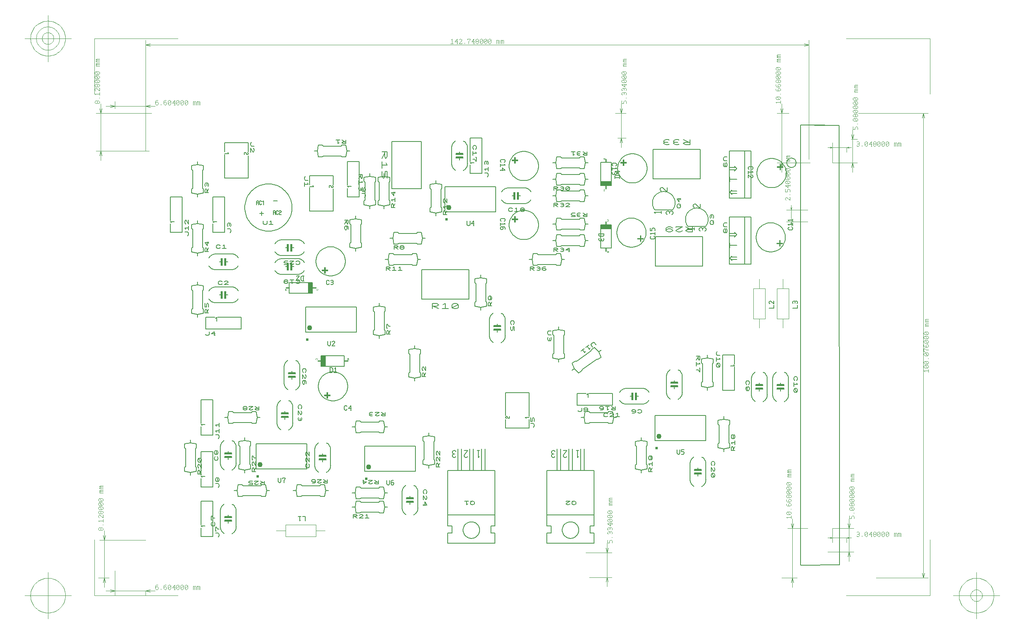
<source format=gbr>
G04 Generated by Ultiboard 10.0 *
%FSLAX25Y25*%
%MOIN*%

%ADD23C,0.00004*%
%ADD44C,0.00800*%
%ADD45C,0.00591*%
%ADD46C,0.00219*%
%ADD27C,0.01000*%
%ADD22C,0.00394*%
%ADD47C,0.04337*%
%ADD48C,0.02369*%


G04 ColorRGB FFFF00 for the following layer *
%LNSiebdruckoberseite*%
%LPD*%
%FSLAX25Y25*%
%MOIN*%
G54D23*
X36236Y-5882D02*
X35055Y-5882D01*
X35055Y-5882D02*
X34268Y-6669D01*
X34268Y-6669D02*
X34268Y-8244D01*
X34268Y-8244D02*
X34268Y-9031D01*
X34268Y-9031D02*
X35055Y-9819D01*
X35055Y-9819D02*
X35843Y-9819D01*
X35843Y-9819D02*
X36630Y-9031D01*
X36630Y-9031D02*
X36630Y-8244D01*
X36630Y-8244D02*
X35843Y-7457D01*
X35843Y-7457D02*
X35055Y-7457D01*
X35055Y-7457D02*
X34268Y-8244D01*
X38992Y-9819D02*
X38992Y-9425D01*
X43323Y-5882D02*
X42142Y-5882D01*
X42142Y-5882D02*
X41354Y-6669D01*
X41354Y-6669D02*
X41354Y-8244D01*
X41354Y-8244D02*
X41354Y-9031D01*
X41354Y-9031D02*
X42142Y-9819D01*
X42142Y-9819D02*
X42929Y-9819D01*
X42929Y-9819D02*
X43717Y-9031D01*
X43717Y-9031D02*
X43717Y-8244D01*
X43717Y-8244D02*
X42929Y-7457D01*
X42929Y-7457D02*
X42142Y-7457D01*
X42142Y-7457D02*
X41354Y-8244D01*
X44898Y-6669D02*
X45685Y-5882D01*
X45685Y-5882D02*
X46472Y-5882D01*
X46472Y-5882D02*
X47260Y-6669D01*
X47260Y-6669D02*
X47260Y-9031D01*
X47260Y-9031D02*
X46472Y-9819D01*
X46472Y-9819D02*
X45685Y-9819D01*
X45685Y-9819D02*
X44898Y-9031D01*
X44898Y-9031D02*
X44898Y-6669D01*
X47260Y-6669D02*
X44898Y-9031D01*
X50803Y-8244D02*
X48441Y-8244D01*
X48441Y-8244D02*
X50409Y-5882D01*
X50409Y-5882D02*
X50409Y-9819D01*
X50016Y-9819D02*
X50803Y-9819D01*
X51984Y-6669D02*
X52772Y-5882D01*
X52772Y-5882D02*
X53559Y-5882D01*
X53559Y-5882D02*
X54346Y-6669D01*
X54346Y-6669D02*
X54346Y-9031D01*
X54346Y-9031D02*
X53559Y-9819D01*
X53559Y-9819D02*
X52772Y-9819D01*
X52772Y-9819D02*
X51984Y-9031D01*
X51984Y-9031D02*
X51984Y-6669D01*
X54346Y-6669D02*
X51984Y-9031D01*
X55528Y-6669D02*
X56315Y-5882D01*
X56315Y-5882D02*
X57102Y-5882D01*
X57102Y-5882D02*
X57890Y-6669D01*
X57890Y-6669D02*
X57890Y-9031D01*
X57890Y-9031D02*
X57102Y-9819D01*
X57102Y-9819D02*
X56315Y-9819D01*
X56315Y-9819D02*
X55528Y-9031D01*
X55528Y-9031D02*
X55528Y-6669D01*
X57890Y-6669D02*
X55528Y-9031D01*
X59071Y-6669D02*
X59858Y-5882D01*
X59858Y-5882D02*
X60646Y-5882D01*
X60646Y-5882D02*
X61433Y-6669D01*
X61433Y-6669D02*
X61433Y-9031D01*
X61433Y-9031D02*
X60646Y-9819D01*
X60646Y-9819D02*
X59858Y-9819D01*
X59858Y-9819D02*
X59071Y-9031D01*
X59071Y-9031D02*
X59071Y-6669D01*
X61433Y-6669D02*
X59071Y-9031D01*
X66157Y-9819D02*
X66157Y-7457D01*
X66157Y-7457D02*
X66157Y-7063D01*
X66157Y-7457D02*
X66551Y-7063D01*
X66551Y-7063D02*
X66945Y-7063D01*
X66945Y-7063D02*
X67339Y-7457D01*
X67339Y-7457D02*
X67732Y-7063D01*
X67732Y-7063D02*
X68126Y-7063D01*
X68126Y-7063D02*
X68520Y-7457D01*
X68520Y-7457D02*
X68520Y-9819D01*
X67339Y-7457D02*
X67339Y-9819D01*
X69701Y-9819D02*
X69701Y-7457D01*
X69701Y-7457D02*
X69701Y-7063D01*
X69701Y-7457D02*
X70094Y-7063D01*
X70094Y-7063D02*
X70488Y-7063D01*
X70488Y-7063D02*
X70882Y-7457D01*
X70882Y-7457D02*
X71276Y-7063D01*
X71276Y-7063D02*
X71669Y-7063D01*
X71669Y-7063D02*
X72063Y-7457D01*
X72063Y-7457D02*
X72063Y-9819D01*
X70882Y-7457D02*
X70882Y-9819D01*
X0Y6000D02*
X0Y-14937D01*
X26000Y-11000D02*
X26000Y-14937D01*
X13000Y-11000D02*
X0Y-11000D01*
X-3937Y-10016D02*
X0Y-11000D01*
X0Y-11000D02*
X-3937Y-11984D01*
X-7874Y-11000D02*
X0Y-11000D01*
X13000Y-11000D02*
X26000Y-11000D01*
X29937Y-11984D02*
X26000Y-11000D01*
X26000Y-11000D02*
X29937Y-10016D01*
X33874Y-11000D02*
X26000Y-11000D01*
X-10181Y41843D02*
X-10181Y41055D01*
X-10181Y41055D02*
X-10969Y40268D01*
X-10969Y40268D02*
X-11756Y40268D01*
X-11756Y40268D02*
X-12150Y40661D01*
X-12150Y40661D02*
X-12543Y40268D01*
X-12543Y40268D02*
X-13331Y40268D01*
X-13331Y40268D02*
X-14118Y41055D01*
X-14118Y41055D02*
X-14118Y41843D01*
X-14118Y41843D02*
X-13331Y42630D01*
X-13331Y42630D02*
X-12543Y42630D01*
X-12543Y42630D02*
X-12150Y42236D01*
X-12150Y42236D02*
X-11756Y42630D01*
X-11756Y42630D02*
X-10969Y42630D01*
X-10969Y42630D02*
X-10181Y41843D01*
X-12150Y40661D02*
X-12150Y42236D01*
X-10181Y44992D02*
X-10575Y44992D01*
X-13331Y47748D02*
X-14118Y48535D01*
X-14118Y48535D02*
X-10181Y48535D01*
X-10181Y47354D02*
X-10181Y49717D01*
X-13331Y50898D02*
X-14118Y51685D01*
X-14118Y51685D02*
X-14118Y52472D01*
X-14118Y52472D02*
X-13331Y53260D01*
X-13331Y53260D02*
X-12937Y53260D01*
X-12937Y53260D02*
X-10181Y50898D01*
X-10181Y50898D02*
X-10181Y53260D01*
X-10181Y53260D02*
X-10575Y53260D01*
X-10181Y56016D02*
X-10181Y55228D01*
X-10181Y55228D02*
X-10969Y54441D01*
X-10969Y54441D02*
X-11756Y54441D01*
X-11756Y54441D02*
X-12150Y54835D01*
X-12150Y54835D02*
X-12543Y54441D01*
X-12543Y54441D02*
X-13331Y54441D01*
X-13331Y54441D02*
X-14118Y55228D01*
X-14118Y55228D02*
X-14118Y56016D01*
X-14118Y56016D02*
X-13331Y56803D01*
X-13331Y56803D02*
X-12543Y56803D01*
X-12543Y56803D02*
X-12150Y56409D01*
X-12150Y56409D02*
X-11756Y56803D01*
X-11756Y56803D02*
X-10969Y56803D01*
X-10969Y56803D02*
X-10181Y56016D01*
X-12150Y54835D02*
X-12150Y56409D01*
X-13331Y57984D02*
X-14118Y58772D01*
X-14118Y58772D02*
X-14118Y59559D01*
X-14118Y59559D02*
X-13331Y60346D01*
X-13331Y60346D02*
X-10969Y60346D01*
X-10969Y60346D02*
X-10181Y59559D01*
X-10181Y59559D02*
X-10181Y58772D01*
X-10181Y58772D02*
X-10969Y57984D01*
X-10969Y57984D02*
X-13331Y57984D01*
X-13331Y60346D02*
X-10969Y57984D01*
X-13331Y61528D02*
X-14118Y62315D01*
X-14118Y62315D02*
X-14118Y63102D01*
X-14118Y63102D02*
X-13331Y63890D01*
X-13331Y63890D02*
X-10969Y63890D01*
X-10969Y63890D02*
X-10181Y63102D01*
X-10181Y63102D02*
X-10181Y62315D01*
X-10181Y62315D02*
X-10969Y61528D01*
X-10969Y61528D02*
X-13331Y61528D01*
X-13331Y63890D02*
X-10969Y61528D01*
X-13331Y65071D02*
X-14118Y65858D01*
X-14118Y65858D02*
X-14118Y66646D01*
X-14118Y66646D02*
X-13331Y67433D01*
X-13331Y67433D02*
X-10969Y67433D01*
X-10969Y67433D02*
X-10181Y66646D01*
X-10181Y66646D02*
X-10181Y65858D01*
X-10181Y65858D02*
X-10969Y65071D01*
X-10969Y65071D02*
X-13331Y65071D01*
X-13331Y67433D02*
X-10969Y65071D01*
X-10181Y72157D02*
X-12543Y72157D01*
X-12543Y72157D02*
X-12937Y72157D01*
X-12543Y72157D02*
X-12937Y72551D01*
X-12937Y72551D02*
X-12937Y72945D01*
X-12937Y72945D02*
X-12543Y73339D01*
X-12543Y73339D02*
X-12937Y73732D01*
X-12937Y73732D02*
X-12937Y74126D01*
X-12937Y74126D02*
X-12543Y74520D01*
X-12543Y74520D02*
X-10181Y74520D01*
X-12543Y73339D02*
X-10181Y73339D01*
X-10181Y75701D02*
X-12543Y75701D01*
X-12543Y75701D02*
X-12937Y75701D01*
X-12543Y75701D02*
X-12937Y76094D01*
X-12937Y76094D02*
X-12937Y76488D01*
X-12937Y76488D02*
X-12543Y76882D01*
X-12543Y76882D02*
X-12937Y77276D01*
X-12937Y77276D02*
X-12937Y77669D01*
X-12937Y77669D02*
X-12543Y78063D01*
X-12543Y78063D02*
X-10181Y78063D01*
X-12543Y76882D02*
X-10181Y76882D01*
X-14000Y0D02*
X-5063Y0D01*
X26000Y32000D02*
X-12937Y32000D01*
X-9000Y16000D02*
X-9000Y0D01*
X-9984Y-3937D02*
X-9000Y0D01*
X-9000Y0D02*
X-8016Y-3937D01*
X-9000Y-7874D02*
X-9000Y0D01*
X-9000Y16000D02*
X-9000Y32000D01*
X-8016Y35937D02*
X-9000Y32000D01*
X-9000Y32000D02*
X-9984Y35937D01*
X-9000Y39874D02*
X-9000Y32000D01*
X-13181Y403843D02*
X-13181Y403055D01*
X-13181Y403055D02*
X-13969Y402268D01*
X-13969Y402268D02*
X-14756Y402268D01*
X-14756Y402268D02*
X-15150Y402661D01*
X-15150Y402661D02*
X-15543Y402268D01*
X-15543Y402268D02*
X-16331Y402268D01*
X-16331Y402268D02*
X-17118Y403055D01*
X-17118Y403055D02*
X-17118Y403843D01*
X-17118Y403843D02*
X-16331Y404630D01*
X-16331Y404630D02*
X-15543Y404630D01*
X-15543Y404630D02*
X-15150Y404236D01*
X-15150Y404236D02*
X-14756Y404630D01*
X-14756Y404630D02*
X-13969Y404630D01*
X-13969Y404630D02*
X-13181Y403843D01*
X-15150Y402661D02*
X-15150Y404236D01*
X-13181Y406992D02*
X-13575Y406992D01*
X-16331Y409748D02*
X-17118Y410535D01*
X-17118Y410535D02*
X-13181Y410535D01*
X-13181Y409354D02*
X-13181Y411717D01*
X-16331Y412898D02*
X-17118Y413685D01*
X-17118Y413685D02*
X-17118Y414472D01*
X-17118Y414472D02*
X-16331Y415260D01*
X-16331Y415260D02*
X-15937Y415260D01*
X-15937Y415260D02*
X-13181Y412898D01*
X-13181Y412898D02*
X-13181Y415260D01*
X-13181Y415260D02*
X-13575Y415260D01*
X-13181Y418016D02*
X-13181Y417228D01*
X-13181Y417228D02*
X-13969Y416441D01*
X-13969Y416441D02*
X-14756Y416441D01*
X-14756Y416441D02*
X-15150Y416835D01*
X-15150Y416835D02*
X-15543Y416441D01*
X-15543Y416441D02*
X-16331Y416441D01*
X-16331Y416441D02*
X-17118Y417228D01*
X-17118Y417228D02*
X-17118Y418016D01*
X-17118Y418016D02*
X-16331Y418803D01*
X-16331Y418803D02*
X-15543Y418803D01*
X-15543Y418803D02*
X-15150Y418409D01*
X-15150Y418409D02*
X-14756Y418803D01*
X-14756Y418803D02*
X-13969Y418803D01*
X-13969Y418803D02*
X-13181Y418016D01*
X-15150Y416835D02*
X-15150Y418409D01*
X-16331Y419984D02*
X-17118Y420772D01*
X-17118Y420772D02*
X-17118Y421559D01*
X-17118Y421559D02*
X-16331Y422346D01*
X-16331Y422346D02*
X-13969Y422346D01*
X-13969Y422346D02*
X-13181Y421559D01*
X-13181Y421559D02*
X-13181Y420772D01*
X-13181Y420772D02*
X-13969Y419984D01*
X-13969Y419984D02*
X-16331Y419984D01*
X-16331Y422346D02*
X-13969Y419984D01*
X-16331Y423528D02*
X-17118Y424315D01*
X-17118Y424315D02*
X-17118Y425102D01*
X-17118Y425102D02*
X-16331Y425890D01*
X-16331Y425890D02*
X-13969Y425890D01*
X-13969Y425890D02*
X-13181Y425102D01*
X-13181Y425102D02*
X-13181Y424315D01*
X-13181Y424315D02*
X-13969Y423528D01*
X-13969Y423528D02*
X-16331Y423528D01*
X-16331Y425890D02*
X-13969Y423528D01*
X-16331Y427071D02*
X-17118Y427858D01*
X-17118Y427858D02*
X-17118Y428646D01*
X-17118Y428646D02*
X-16331Y429433D01*
X-16331Y429433D02*
X-13969Y429433D01*
X-13969Y429433D02*
X-13181Y428646D01*
X-13181Y428646D02*
X-13181Y427858D01*
X-13181Y427858D02*
X-13969Y427071D01*
X-13969Y427071D02*
X-16331Y427071D01*
X-16331Y429433D02*
X-13969Y427071D01*
X-13181Y434157D02*
X-15543Y434157D01*
X-15543Y434157D02*
X-15937Y434157D01*
X-15543Y434157D02*
X-15937Y434551D01*
X-15937Y434551D02*
X-15937Y434945D01*
X-15937Y434945D02*
X-15543Y435339D01*
X-15543Y435339D02*
X-15937Y435732D01*
X-15937Y435732D02*
X-15937Y436126D01*
X-15937Y436126D02*
X-15543Y436520D01*
X-15543Y436520D02*
X-13181Y436520D01*
X-15543Y435339D02*
X-13181Y435339D01*
X-13181Y437701D02*
X-15543Y437701D01*
X-15543Y437701D02*
X-15937Y437701D01*
X-15543Y437701D02*
X-15937Y438094D01*
X-15937Y438094D02*
X-15937Y438488D01*
X-15937Y438488D02*
X-15543Y438882D01*
X-15543Y438882D02*
X-15937Y439276D01*
X-15937Y439276D02*
X-15937Y439669D01*
X-15937Y439669D02*
X-15543Y440063D01*
X-15543Y440063D02*
X-13181Y440063D01*
X-15543Y438882D02*
X-13181Y438882D01*
X29000Y362000D02*
X-15937Y362000D01*
X31000Y394000D02*
X-15937Y394000D01*
X-12000Y378000D02*
X-12000Y362000D01*
X-12984Y358063D02*
X-12000Y362000D01*
X-12000Y362000D02*
X-11016Y358063D01*
X-12000Y354126D02*
X-12000Y362000D01*
X-12000Y378000D02*
X-12000Y394000D01*
X-11016Y397937D02*
X-12000Y394000D01*
X-12000Y394000D02*
X-12984Y397937D01*
X-12000Y401874D02*
X-12000Y394000D01*
X36236Y405118D02*
X35055Y405118D01*
X35055Y405118D02*
X34268Y404331D01*
X34268Y404331D02*
X34268Y402756D01*
X34268Y402756D02*
X34268Y401969D01*
X34268Y401969D02*
X35055Y401181D01*
X35055Y401181D02*
X35843Y401181D01*
X35843Y401181D02*
X36630Y401969D01*
X36630Y401969D02*
X36630Y402756D01*
X36630Y402756D02*
X35843Y403543D01*
X35843Y403543D02*
X35055Y403543D01*
X35055Y403543D02*
X34268Y402756D01*
X38992Y401181D02*
X38992Y401575D01*
X43323Y405118D02*
X42142Y405118D01*
X42142Y405118D02*
X41354Y404331D01*
X41354Y404331D02*
X41354Y402756D01*
X41354Y402756D02*
X41354Y401969D01*
X41354Y401969D02*
X42142Y401181D01*
X42142Y401181D02*
X42929Y401181D01*
X42929Y401181D02*
X43717Y401969D01*
X43717Y401969D02*
X43717Y402756D01*
X43717Y402756D02*
X42929Y403543D01*
X42929Y403543D02*
X42142Y403543D01*
X42142Y403543D02*
X41354Y402756D01*
X44898Y404331D02*
X45685Y405118D01*
X45685Y405118D02*
X46472Y405118D01*
X46472Y405118D02*
X47260Y404331D01*
X47260Y404331D02*
X47260Y401969D01*
X47260Y401969D02*
X46472Y401181D01*
X46472Y401181D02*
X45685Y401181D01*
X45685Y401181D02*
X44898Y401969D01*
X44898Y401969D02*
X44898Y404331D01*
X47260Y404331D02*
X44898Y401969D01*
X50803Y402756D02*
X48441Y402756D01*
X48441Y402756D02*
X50409Y405118D01*
X50409Y405118D02*
X50409Y401181D01*
X50016Y401181D02*
X50803Y401181D01*
X51984Y404331D02*
X52772Y405118D01*
X52772Y405118D02*
X53559Y405118D01*
X53559Y405118D02*
X54346Y404331D01*
X54346Y404331D02*
X54346Y401969D01*
X54346Y401969D02*
X53559Y401181D01*
X53559Y401181D02*
X52772Y401181D01*
X52772Y401181D02*
X51984Y401969D01*
X51984Y401969D02*
X51984Y404331D01*
X54346Y404331D02*
X51984Y401969D01*
X55528Y404331D02*
X56315Y405118D01*
X56315Y405118D02*
X57102Y405118D01*
X57102Y405118D02*
X57890Y404331D01*
X57890Y404331D02*
X57890Y401969D01*
X57890Y401969D02*
X57102Y401181D01*
X57102Y401181D02*
X56315Y401181D01*
X56315Y401181D02*
X55528Y401969D01*
X55528Y401969D02*
X55528Y404331D01*
X57890Y404331D02*
X55528Y401969D01*
X59071Y404331D02*
X59858Y405118D01*
X59858Y405118D02*
X60646Y405118D01*
X60646Y405118D02*
X61433Y404331D01*
X61433Y404331D02*
X61433Y401969D01*
X61433Y401969D02*
X60646Y401181D01*
X60646Y401181D02*
X59858Y401181D01*
X59858Y401181D02*
X59071Y401969D01*
X59071Y401969D02*
X59071Y404331D01*
X61433Y404331D02*
X59071Y401969D01*
X66157Y401181D02*
X66157Y403543D01*
X66157Y403543D02*
X66157Y403937D01*
X66157Y403543D02*
X66551Y403937D01*
X66551Y403937D02*
X66945Y403937D01*
X66945Y403937D02*
X67339Y403543D01*
X67339Y403543D02*
X67732Y403937D01*
X67732Y403937D02*
X68126Y403937D01*
X68126Y403937D02*
X68520Y403543D01*
X68520Y403543D02*
X68520Y401181D01*
X67339Y403543D02*
X67339Y401181D01*
X69701Y401181D02*
X69701Y403543D01*
X69701Y403543D02*
X69701Y403937D01*
X69701Y403543D02*
X70094Y403937D01*
X70094Y403937D02*
X70488Y403937D01*
X70488Y403937D02*
X70882Y403543D01*
X70882Y403543D02*
X71276Y403937D01*
X71276Y403937D02*
X71669Y403937D01*
X71669Y403937D02*
X72063Y403543D01*
X72063Y403543D02*
X72063Y401181D01*
X70882Y403543D02*
X70882Y401181D01*
X0Y398000D02*
X0Y403937D01*
X26000Y395000D02*
X26000Y403937D01*
X13000Y400000D02*
X0Y400000D01*
X-3937Y400984D02*
X0Y400000D01*
X0Y400000D02*
X-3937Y399016D01*
X-7874Y400000D02*
X0Y400000D01*
X13000Y400000D02*
X26000Y400000D01*
X29937Y399016D02*
X26000Y400000D01*
X26000Y400000D02*
X29937Y400984D01*
X33874Y400000D02*
X26000Y400000D01*
X417394Y32130D02*
X417394Y29768D01*
X417394Y29768D02*
X418969Y29768D01*
X418969Y29768D02*
X418969Y31343D01*
X418969Y31343D02*
X419756Y32130D01*
X419756Y32130D02*
X420543Y32130D01*
X420543Y32130D02*
X421331Y31343D01*
X421331Y31343D02*
X421331Y29768D01*
X421331Y34492D02*
X420937Y34492D01*
X417787Y37248D02*
X417394Y37642D01*
X417394Y37642D02*
X417394Y38429D01*
X417394Y38429D02*
X418181Y39217D01*
X418181Y39217D02*
X418969Y39217D01*
X418969Y39217D02*
X419362Y38823D01*
X419362Y38823D02*
X419756Y39217D01*
X419756Y39217D02*
X420543Y39217D01*
X420543Y39217D02*
X421331Y38429D01*
X421331Y38429D02*
X421331Y37642D01*
X421331Y37642D02*
X420937Y37248D01*
X419362Y37642D02*
X419362Y38823D01*
X417787Y40791D02*
X417394Y41185D01*
X417394Y41185D02*
X417394Y41972D01*
X417394Y41972D02*
X418181Y42760D01*
X418181Y42760D02*
X418969Y42760D01*
X418969Y42760D02*
X419362Y42366D01*
X419362Y42366D02*
X419756Y42760D01*
X419756Y42760D02*
X420543Y42760D01*
X420543Y42760D02*
X421331Y41972D01*
X421331Y41972D02*
X421331Y41185D01*
X421331Y41185D02*
X420937Y40791D01*
X419362Y41185D02*
X419362Y42366D01*
X419756Y46303D02*
X419756Y43941D01*
X419756Y43941D02*
X417394Y45909D01*
X417394Y45909D02*
X421331Y45909D01*
X421331Y45516D02*
X421331Y46303D01*
X418181Y47484D02*
X417394Y48272D01*
X417394Y48272D02*
X417394Y49059D01*
X417394Y49059D02*
X418181Y49846D01*
X418181Y49846D02*
X420543Y49846D01*
X420543Y49846D02*
X421331Y49059D01*
X421331Y49059D02*
X421331Y48272D01*
X421331Y48272D02*
X420543Y47484D01*
X420543Y47484D02*
X418181Y47484D01*
X418181Y49846D02*
X420543Y47484D01*
X418181Y51028D02*
X417394Y51815D01*
X417394Y51815D02*
X417394Y52602D01*
X417394Y52602D02*
X418181Y53390D01*
X418181Y53390D02*
X420543Y53390D01*
X420543Y53390D02*
X421331Y52602D01*
X421331Y52602D02*
X421331Y51815D01*
X421331Y51815D02*
X420543Y51028D01*
X420543Y51028D02*
X418181Y51028D01*
X418181Y53390D02*
X420543Y51028D01*
X418181Y54571D02*
X417394Y55358D01*
X417394Y55358D02*
X417394Y56146D01*
X417394Y56146D02*
X418181Y56933D01*
X418181Y56933D02*
X420543Y56933D01*
X420543Y56933D02*
X421331Y56146D01*
X421331Y56146D02*
X421331Y55358D01*
X421331Y55358D02*
X420543Y54571D01*
X420543Y54571D02*
X418181Y54571D01*
X418181Y56933D02*
X420543Y54571D01*
X421331Y61657D02*
X418969Y61657D01*
X418969Y61657D02*
X418575Y61657D01*
X418969Y61657D02*
X418575Y62051D01*
X418575Y62051D02*
X418575Y62445D01*
X418575Y62445D02*
X418969Y62839D01*
X418969Y62839D02*
X418575Y63232D01*
X418575Y63232D02*
X418575Y63626D01*
X418575Y63626D02*
X418969Y64020D01*
X418969Y64020D02*
X421331Y64020D01*
X418969Y62839D02*
X421331Y62839D01*
X421331Y65201D02*
X418969Y65201D01*
X418969Y65201D02*
X418575Y65201D01*
X418969Y65201D02*
X418575Y65594D01*
X418575Y65594D02*
X418575Y65988D01*
X418575Y65988D02*
X418969Y66382D01*
X418969Y66382D02*
X418575Y66776D01*
X418575Y66776D02*
X418575Y67169D01*
X418575Y67169D02*
X418969Y67563D01*
X418969Y67563D02*
X421331Y67563D01*
X418969Y66382D02*
X421331Y66382D01*
X402000Y500D02*
X420937Y500D01*
X399000Y21500D02*
X420937Y21500D01*
X417000Y11000D02*
X417000Y500D01*
X416016Y-3437D02*
X417000Y500D01*
X417000Y500D02*
X417984Y-3437D01*
X417000Y-7374D02*
X417000Y500D01*
X417000Y11000D02*
X417000Y21500D01*
X417984Y25437D02*
X417000Y21500D01*
X417000Y21500D02*
X416016Y25437D01*
X417000Y29374D02*
X417000Y21500D01*
X686181Y174756D02*
X685394Y175543D01*
X685394Y175543D02*
X689331Y175543D01*
X689331Y174362D02*
X689331Y176724D01*
X686181Y177906D02*
X685394Y178693D01*
X685394Y178693D02*
X685394Y179480D01*
X685394Y179480D02*
X686181Y180268D01*
X686181Y180268D02*
X688543Y180268D01*
X688543Y180268D02*
X689331Y179480D01*
X689331Y179480D02*
X689331Y178693D01*
X689331Y178693D02*
X688543Y177906D01*
X688543Y177906D02*
X686181Y177906D01*
X686181Y180268D02*
X688543Y177906D01*
X686181Y181449D02*
X685394Y182236D01*
X685394Y182236D02*
X685394Y183024D01*
X685394Y183024D02*
X686181Y183811D01*
X686181Y183811D02*
X688543Y183811D01*
X688543Y183811D02*
X689331Y183024D01*
X689331Y183024D02*
X689331Y182236D01*
X689331Y182236D02*
X688543Y181449D01*
X688543Y181449D02*
X686181Y181449D01*
X686181Y183811D02*
X688543Y181449D01*
X689331Y186173D02*
X688937Y186173D01*
X686181Y188535D02*
X685394Y189323D01*
X685394Y189323D02*
X685394Y190110D01*
X685394Y190110D02*
X686181Y190898D01*
X686181Y190898D02*
X688543Y190898D01*
X688543Y190898D02*
X689331Y190110D01*
X689331Y190110D02*
X689331Y189323D01*
X689331Y189323D02*
X688543Y188535D01*
X688543Y188535D02*
X686181Y188535D01*
X686181Y190898D02*
X688543Y188535D01*
X689331Y193260D02*
X687362Y193260D01*
X687362Y193260D02*
X686181Y194441D01*
X686181Y194441D02*
X685394Y194441D01*
X685394Y194441D02*
X685394Y192079D01*
X685394Y192079D02*
X686181Y192079D01*
X685394Y197591D02*
X685394Y196409D01*
X685394Y196409D02*
X686181Y195622D01*
X686181Y195622D02*
X687756Y195622D01*
X687756Y195622D02*
X688543Y195622D01*
X688543Y195622D02*
X689331Y196409D01*
X689331Y196409D02*
X689331Y197197D01*
X689331Y197197D02*
X688543Y197984D01*
X688543Y197984D02*
X687756Y197984D01*
X687756Y197984D02*
X686969Y197197D01*
X686969Y197197D02*
X686969Y196409D01*
X686969Y196409D02*
X687756Y195622D01*
X686181Y199165D02*
X685394Y199953D01*
X685394Y199953D02*
X685394Y200740D01*
X685394Y200740D02*
X686181Y201528D01*
X686181Y201528D02*
X688543Y201528D01*
X688543Y201528D02*
X689331Y200740D01*
X689331Y200740D02*
X689331Y199953D01*
X689331Y199953D02*
X688543Y199165D01*
X688543Y199165D02*
X686181Y199165D01*
X686181Y201528D02*
X688543Y199165D01*
X686181Y202709D02*
X685394Y203496D01*
X685394Y203496D02*
X685394Y204283D01*
X685394Y204283D02*
X686181Y205071D01*
X686181Y205071D02*
X688543Y205071D01*
X688543Y205071D02*
X689331Y204283D01*
X689331Y204283D02*
X689331Y203496D01*
X689331Y203496D02*
X688543Y202709D01*
X688543Y202709D02*
X686181Y202709D01*
X686181Y205071D02*
X688543Y202709D01*
X686181Y206252D02*
X685394Y207039D01*
X685394Y207039D02*
X685394Y207827D01*
X685394Y207827D02*
X686181Y208614D01*
X686181Y208614D02*
X688543Y208614D01*
X688543Y208614D02*
X689331Y207827D01*
X689331Y207827D02*
X689331Y207039D01*
X689331Y207039D02*
X688543Y206252D01*
X688543Y206252D02*
X686181Y206252D01*
X686181Y208614D02*
X688543Y206252D01*
X689331Y213339D02*
X686969Y213339D01*
X686969Y213339D02*
X686575Y213339D01*
X686969Y213339D02*
X686575Y213732D01*
X686575Y213732D02*
X686575Y214126D01*
X686575Y214126D02*
X686969Y214520D01*
X686969Y214520D02*
X686575Y214913D01*
X686575Y214913D02*
X686575Y215307D01*
X686575Y215307D02*
X686969Y215701D01*
X686969Y215701D02*
X689331Y215701D01*
X686969Y214520D02*
X689331Y214520D01*
X689331Y216882D02*
X686969Y216882D01*
X686969Y216882D02*
X686575Y216882D01*
X686969Y216882D02*
X686575Y217276D01*
X686575Y217276D02*
X686575Y217669D01*
X686575Y217669D02*
X686969Y218063D01*
X686969Y218063D02*
X686575Y218457D01*
X686575Y218457D02*
X686575Y218850D01*
X686575Y218850D02*
X686969Y219244D01*
X686969Y219244D02*
X689331Y219244D01*
X686969Y218063D02*
X689331Y218063D01*
X645000Y0D02*
X688937Y0D01*
X630000Y394000D02*
X688937Y394000D01*
X685984Y3937D02*
X685000Y0D01*
X685000Y0D02*
X684016Y3937D01*
X685000Y197000D02*
X685000Y0D01*
X684016Y390063D02*
X685000Y394000D01*
X685000Y394000D02*
X685984Y390063D01*
X685000Y197000D02*
X685000Y394000D01*
X569669Y50661D02*
X568882Y51449D01*
X568882Y51449D02*
X572819Y51449D01*
X572819Y50268D02*
X572819Y52630D01*
X569669Y53811D02*
X568882Y54598D01*
X568882Y54598D02*
X568882Y55386D01*
X568882Y55386D02*
X569669Y56173D01*
X569669Y56173D02*
X572031Y56173D01*
X572031Y56173D02*
X572819Y55386D01*
X572819Y55386D02*
X572819Y54598D01*
X572819Y54598D02*
X572031Y53811D01*
X572031Y53811D02*
X569669Y53811D01*
X569669Y56173D02*
X572031Y53811D01*
X572819Y58535D02*
X572425Y58535D01*
X568882Y62866D02*
X568882Y61685D01*
X568882Y61685D02*
X569669Y60898D01*
X569669Y60898D02*
X571244Y60898D01*
X571244Y60898D02*
X572031Y60898D01*
X572031Y60898D02*
X572819Y61685D01*
X572819Y61685D02*
X572819Y62472D01*
X572819Y62472D02*
X572031Y63260D01*
X572031Y63260D02*
X571244Y63260D01*
X571244Y63260D02*
X570457Y62472D01*
X570457Y62472D02*
X570457Y61685D01*
X570457Y61685D02*
X571244Y60898D01*
X568882Y66409D02*
X568882Y65228D01*
X568882Y65228D02*
X569669Y64441D01*
X569669Y64441D02*
X571244Y64441D01*
X571244Y64441D02*
X572031Y64441D01*
X572031Y64441D02*
X572819Y65228D01*
X572819Y65228D02*
X572819Y66016D01*
X572819Y66016D02*
X572031Y66803D01*
X572031Y66803D02*
X571244Y66803D01*
X571244Y66803D02*
X570457Y66016D01*
X570457Y66016D02*
X570457Y65228D01*
X570457Y65228D02*
X571244Y64441D01*
X572819Y69559D02*
X572819Y68772D01*
X572819Y68772D02*
X572031Y67984D01*
X572031Y67984D02*
X571244Y67984D01*
X571244Y67984D02*
X570850Y68378D01*
X570850Y68378D02*
X570457Y67984D01*
X570457Y67984D02*
X569669Y67984D01*
X569669Y67984D02*
X568882Y68772D01*
X568882Y68772D02*
X568882Y69559D01*
X568882Y69559D02*
X569669Y70346D01*
X569669Y70346D02*
X570457Y70346D01*
X570457Y70346D02*
X570850Y69953D01*
X570850Y69953D02*
X571244Y70346D01*
X571244Y70346D02*
X572031Y70346D01*
X572031Y70346D02*
X572819Y69559D01*
X570850Y68378D02*
X570850Y69953D01*
X569669Y71528D02*
X568882Y72315D01*
X568882Y72315D02*
X568882Y73102D01*
X568882Y73102D02*
X569669Y73890D01*
X569669Y73890D02*
X572031Y73890D01*
X572031Y73890D02*
X572819Y73102D01*
X572819Y73102D02*
X572819Y72315D01*
X572819Y72315D02*
X572031Y71528D01*
X572031Y71528D02*
X569669Y71528D01*
X569669Y73890D02*
X572031Y71528D01*
X569669Y75071D02*
X568882Y75858D01*
X568882Y75858D02*
X568882Y76646D01*
X568882Y76646D02*
X569669Y77433D01*
X569669Y77433D02*
X572031Y77433D01*
X572031Y77433D02*
X572819Y76646D01*
X572819Y76646D02*
X572819Y75858D01*
X572819Y75858D02*
X572031Y75071D01*
X572031Y75071D02*
X569669Y75071D01*
X569669Y77433D02*
X572031Y75071D01*
X569669Y78614D02*
X568882Y79402D01*
X568882Y79402D02*
X568882Y80189D01*
X568882Y80189D02*
X569669Y80976D01*
X569669Y80976D02*
X572031Y80976D01*
X572031Y80976D02*
X572819Y80189D01*
X572819Y80189D02*
X572819Y79402D01*
X572819Y79402D02*
X572031Y78614D01*
X572031Y78614D02*
X569669Y78614D01*
X569669Y80976D02*
X572031Y78614D01*
X572819Y85701D02*
X570457Y85701D01*
X570457Y85701D02*
X570063Y85701D01*
X570457Y85701D02*
X570063Y86094D01*
X570063Y86094D02*
X570063Y86488D01*
X570063Y86488D02*
X570457Y86882D01*
X570457Y86882D02*
X570063Y87276D01*
X570063Y87276D02*
X570063Y87669D01*
X570063Y87669D02*
X570457Y88063D01*
X570457Y88063D02*
X572819Y88063D01*
X570457Y86882D02*
X572819Y86882D01*
X572819Y89244D02*
X570457Y89244D01*
X570457Y89244D02*
X570063Y89244D01*
X570457Y89244D02*
X570063Y89638D01*
X570063Y89638D02*
X570063Y90031D01*
X570063Y90031D02*
X570457Y90425D01*
X570457Y90425D02*
X570063Y90819D01*
X570063Y90819D02*
X570063Y91213D01*
X570063Y91213D02*
X570457Y91606D01*
X570457Y91606D02*
X572819Y91606D01*
X570457Y90425D02*
X572819Y90425D01*
X565000Y0D02*
X577937Y0D01*
X587000Y42000D02*
X570063Y42000D01*
X574000Y21000D02*
X574000Y0D01*
X573016Y-3937D02*
X574000Y0D01*
X574000Y0D02*
X574984Y-3937D01*
X574000Y-7874D02*
X574000Y0D01*
X574000Y21000D02*
X574000Y42000D01*
X574984Y45937D02*
X574000Y42000D01*
X574000Y42000D02*
X573016Y45937D01*
X574000Y49874D02*
X574000Y42000D01*
X284756Y456331D02*
X285543Y457118D01*
X285543Y457118D02*
X285543Y453181D01*
X284362Y453181D02*
X286724Y453181D01*
X290268Y454756D02*
X287906Y454756D01*
X287906Y454756D02*
X289874Y457118D01*
X289874Y457118D02*
X289874Y453181D01*
X289480Y453181D02*
X290268Y453181D01*
X291449Y456331D02*
X292236Y457118D01*
X292236Y457118D02*
X293024Y457118D01*
X293024Y457118D02*
X293811Y456331D01*
X293811Y456331D02*
X293811Y455937D01*
X293811Y455937D02*
X291449Y453181D01*
X291449Y453181D02*
X293811Y453181D01*
X293811Y453181D02*
X293811Y453575D01*
X296173Y453181D02*
X296173Y453575D01*
X299717Y453181D02*
X299717Y455150D01*
X299717Y455150D02*
X300898Y456331D01*
X300898Y456331D02*
X300898Y457118D01*
X300898Y457118D02*
X298535Y457118D01*
X298535Y457118D02*
X298535Y456331D01*
X304441Y454756D02*
X302079Y454756D01*
X302079Y454756D02*
X304047Y457118D01*
X304047Y457118D02*
X304047Y453181D01*
X303654Y453181D02*
X304441Y453181D01*
X307197Y453181D02*
X306409Y453181D01*
X306409Y453181D02*
X305622Y453969D01*
X305622Y453969D02*
X305622Y454756D01*
X305622Y454756D02*
X306016Y455150D01*
X306016Y455150D02*
X305622Y455543D01*
X305622Y455543D02*
X305622Y456331D01*
X305622Y456331D02*
X306409Y457118D01*
X306409Y457118D02*
X307197Y457118D01*
X307197Y457118D02*
X307984Y456331D01*
X307984Y456331D02*
X307984Y455543D01*
X307984Y455543D02*
X307591Y455150D01*
X307591Y455150D02*
X307984Y454756D01*
X307984Y454756D02*
X307984Y453969D01*
X307984Y453969D02*
X307197Y453181D01*
X306016Y455150D02*
X307591Y455150D01*
X309165Y456331D02*
X309953Y457118D01*
X309953Y457118D02*
X310740Y457118D01*
X310740Y457118D02*
X311528Y456331D01*
X311528Y456331D02*
X311528Y453969D01*
X311528Y453969D02*
X310740Y453181D01*
X310740Y453181D02*
X309953Y453181D01*
X309953Y453181D02*
X309165Y453969D01*
X309165Y453969D02*
X309165Y456331D01*
X311528Y456331D02*
X309165Y453969D01*
X312709Y456331D02*
X313496Y457118D01*
X313496Y457118D02*
X314283Y457118D01*
X314283Y457118D02*
X315071Y456331D01*
X315071Y456331D02*
X315071Y453969D01*
X315071Y453969D02*
X314283Y453181D01*
X314283Y453181D02*
X313496Y453181D01*
X313496Y453181D02*
X312709Y453969D01*
X312709Y453969D02*
X312709Y456331D01*
X315071Y456331D02*
X312709Y453969D01*
X316252Y456331D02*
X317039Y457118D01*
X317039Y457118D02*
X317827Y457118D01*
X317827Y457118D02*
X318614Y456331D01*
X318614Y456331D02*
X318614Y453969D01*
X318614Y453969D02*
X317827Y453181D01*
X317827Y453181D02*
X317039Y453181D01*
X317039Y453181D02*
X316252Y453969D01*
X316252Y453969D02*
X316252Y456331D01*
X318614Y456331D02*
X316252Y453969D01*
X323339Y453181D02*
X323339Y455543D01*
X323339Y455543D02*
X323339Y455937D01*
X323339Y455543D02*
X323732Y455937D01*
X323732Y455937D02*
X324126Y455937D01*
X324126Y455937D02*
X324520Y455543D01*
X324520Y455543D02*
X324913Y455937D01*
X324913Y455937D02*
X325307Y455937D01*
X325307Y455937D02*
X325701Y455543D01*
X325701Y455543D02*
X325701Y453181D01*
X324520Y455543D02*
X324520Y453181D01*
X326882Y453181D02*
X326882Y455543D01*
X326882Y455543D02*
X326882Y455937D01*
X326882Y455543D02*
X327276Y455937D01*
X327276Y455937D02*
X327669Y455937D01*
X327669Y455937D02*
X328063Y455543D01*
X328063Y455543D02*
X328457Y455937D01*
X328457Y455937D02*
X328850Y455937D01*
X328850Y455937D02*
X329244Y455543D01*
X329244Y455543D02*
X329244Y453181D01*
X328063Y455543D02*
X328063Y453181D01*
X26000Y362000D02*
X26000Y455937D01*
X588000Y355000D02*
X588000Y455937D01*
X29937Y451016D02*
X26000Y452000D01*
X26000Y452000D02*
X29937Y452984D01*
X307000Y452000D02*
X26000Y452000D01*
X584063Y452984D02*
X588000Y452000D01*
X588000Y452000D02*
X584063Y451016D01*
X307000Y452000D02*
X588000Y452000D01*
G36*
X177304Y258276D02*
X177304Y260351D01*
X175244Y260351D01*
X175244Y261218D01*
X177304Y261218D01*
X177304Y263278D01*
X178181Y263278D01*
X178181Y261218D01*
X180241Y261218D01*
X180241Y260351D01*
X178181Y260351D01*
X178181Y258276D01*
X177304Y258276D01*
G37*
X177304Y258276D02*
X177304Y260351D01*
X177304Y260351D02*
X175244Y260351D01*
X175244Y260351D02*
X175244Y261218D01*
X175244Y261218D02*
X177304Y261218D01*
X177304Y261218D02*
X177304Y263278D01*
X177304Y263278D02*
X178181Y263278D01*
X178181Y263278D02*
X178181Y261218D01*
X178181Y261218D02*
X180241Y261218D01*
X180241Y261218D02*
X180241Y260351D01*
X180241Y260351D02*
X178181Y260351D01*
X178181Y260351D02*
X178181Y258276D01*
X178181Y258276D02*
X177304Y258276D01*
G36*
X179304Y152276D02*
X179304Y154351D01*
X177244Y154351D01*
X177244Y155218D01*
X179304Y155218D01*
X179304Y157278D01*
X180181Y157278D01*
X180181Y155218D01*
X182241Y155218D01*
X182241Y154351D01*
X180181Y154351D01*
X180181Y152276D01*
X179304Y152276D01*
G37*
X179304Y152276D02*
X179304Y154351D01*
X179304Y154351D02*
X177244Y154351D01*
X177244Y154351D02*
X177244Y155218D01*
X177244Y155218D02*
X179304Y155218D01*
X179304Y155218D02*
X179304Y157278D01*
X179304Y157278D02*
X180181Y157278D01*
X180181Y157278D02*
X180181Y155218D01*
X180181Y155218D02*
X182241Y155218D01*
X182241Y155218D02*
X182241Y154351D01*
X182241Y154351D02*
X180181Y154351D01*
X180181Y154351D02*
X180181Y152276D01*
X180181Y152276D02*
X179304Y152276D01*
G36*
X336276Y304696D02*
X338351Y304696D01*
X338351Y306756D01*
X339218Y306756D01*
X339218Y304696D01*
X341278Y304696D01*
X341278Y303819D01*
X339218Y303819D01*
X339218Y301759D01*
X338351Y301759D01*
X338351Y303819D01*
X336276Y303819D01*
X336276Y304696D01*
G37*
X336276Y304696D02*
X338351Y304696D01*
X338351Y304696D02*
X338351Y306756D01*
X338351Y306756D02*
X339218Y306756D01*
X339218Y306756D02*
X339218Y304696D01*
X339218Y304696D02*
X341278Y304696D01*
X341278Y304696D02*
X341278Y303819D01*
X341278Y303819D02*
X339218Y303819D01*
X339218Y303819D02*
X339218Y301759D01*
X339218Y301759D02*
X338351Y301759D01*
X338351Y301759D02*
X338351Y303819D01*
X338351Y303819D02*
X336276Y303819D01*
X336276Y303819D02*
X336276Y304696D01*
G36*
X336276Y354696D02*
X338351Y354696D01*
X338351Y356756D01*
X339218Y356756D01*
X339218Y354696D01*
X341278Y354696D01*
X341278Y353819D01*
X339218Y353819D01*
X339218Y351759D01*
X338351Y351759D01*
X338351Y353819D01*
X336276Y353819D01*
X336276Y354696D01*
G37*
X336276Y354696D02*
X338351Y354696D01*
X338351Y354696D02*
X338351Y356756D01*
X338351Y356756D02*
X339218Y356756D01*
X339218Y356756D02*
X339218Y354696D01*
X339218Y354696D02*
X341278Y354696D01*
X341278Y354696D02*
X341278Y353819D01*
X341278Y353819D02*
X339218Y353819D01*
X339218Y353819D02*
X339218Y351759D01*
X339218Y351759D02*
X338351Y351759D01*
X338351Y351759D02*
X338351Y353819D01*
X338351Y353819D02*
X336276Y353819D01*
X336276Y353819D02*
X336276Y354696D01*
X429394Y404630D02*
X429394Y402268D01*
X429394Y402268D02*
X430969Y402268D01*
X430969Y402268D02*
X430969Y403843D01*
X430969Y403843D02*
X431756Y404630D01*
X431756Y404630D02*
X432543Y404630D01*
X432543Y404630D02*
X433331Y403843D01*
X433331Y403843D02*
X433331Y402268D01*
X433331Y406992D02*
X432937Y406992D01*
X429787Y409748D02*
X429394Y410142D01*
X429394Y410142D02*
X429394Y410929D01*
X429394Y410929D02*
X430181Y411717D01*
X430181Y411717D02*
X430969Y411717D01*
X430969Y411717D02*
X431362Y411323D01*
X431362Y411323D02*
X431756Y411717D01*
X431756Y411717D02*
X432543Y411717D01*
X432543Y411717D02*
X433331Y410929D01*
X433331Y410929D02*
X433331Y410142D01*
X433331Y410142D02*
X432937Y409748D01*
X431362Y410142D02*
X431362Y411323D01*
X429787Y413291D02*
X429394Y413685D01*
X429394Y413685D02*
X429394Y414472D01*
X429394Y414472D02*
X430181Y415260D01*
X430181Y415260D02*
X430969Y415260D01*
X430969Y415260D02*
X431362Y414866D01*
X431362Y414866D02*
X431756Y415260D01*
X431756Y415260D02*
X432543Y415260D01*
X432543Y415260D02*
X433331Y414472D01*
X433331Y414472D02*
X433331Y413685D01*
X433331Y413685D02*
X432937Y413291D01*
X431362Y413685D02*
X431362Y414866D01*
X431756Y418803D02*
X431756Y416441D01*
X431756Y416441D02*
X429394Y418409D01*
X429394Y418409D02*
X433331Y418409D01*
X433331Y418016D02*
X433331Y418803D01*
X430181Y419984D02*
X429394Y420772D01*
X429394Y420772D02*
X429394Y421559D01*
X429394Y421559D02*
X430181Y422346D01*
X430181Y422346D02*
X432543Y422346D01*
X432543Y422346D02*
X433331Y421559D01*
X433331Y421559D02*
X433331Y420772D01*
X433331Y420772D02*
X432543Y419984D01*
X432543Y419984D02*
X430181Y419984D01*
X430181Y422346D02*
X432543Y419984D01*
X430181Y423528D02*
X429394Y424315D01*
X429394Y424315D02*
X429394Y425102D01*
X429394Y425102D02*
X430181Y425890D01*
X430181Y425890D02*
X432543Y425890D01*
X432543Y425890D02*
X433331Y425102D01*
X433331Y425102D02*
X433331Y424315D01*
X433331Y424315D02*
X432543Y423528D01*
X432543Y423528D02*
X430181Y423528D01*
X430181Y425890D02*
X432543Y423528D01*
X430181Y427071D02*
X429394Y427858D01*
X429394Y427858D02*
X429394Y428646D01*
X429394Y428646D02*
X430181Y429433D01*
X430181Y429433D02*
X432543Y429433D01*
X432543Y429433D02*
X433331Y428646D01*
X433331Y428646D02*
X433331Y427858D01*
X433331Y427858D02*
X432543Y427071D01*
X432543Y427071D02*
X430181Y427071D01*
X430181Y429433D02*
X432543Y427071D01*
X433331Y434157D02*
X430969Y434157D01*
X430969Y434157D02*
X430575Y434157D01*
X430969Y434157D02*
X430575Y434551D01*
X430575Y434551D02*
X430575Y434945D01*
X430575Y434945D02*
X430969Y435339D01*
X430969Y435339D02*
X430575Y435732D01*
X430575Y435732D02*
X430575Y436126D01*
X430575Y436126D02*
X430969Y436520D01*
X430969Y436520D02*
X433331Y436520D01*
X430969Y435339D02*
X433331Y435339D01*
X433331Y437701D02*
X430969Y437701D01*
X430969Y437701D02*
X430575Y437701D01*
X430969Y437701D02*
X430575Y438094D01*
X430575Y438094D02*
X430575Y438488D01*
X430575Y438488D02*
X430969Y438882D01*
X430969Y438882D02*
X430575Y439276D01*
X430575Y439276D02*
X430575Y439669D01*
X430575Y439669D02*
X430969Y440063D01*
X430969Y440063D02*
X433331Y440063D01*
X430969Y438882D02*
X433331Y438882D01*
X426000Y373000D02*
X432937Y373000D01*
X424000Y394000D02*
X432937Y394000D01*
X429000Y383500D02*
X429000Y373000D01*
X428016Y369063D02*
X429000Y373000D01*
X429000Y373000D02*
X429984Y369063D01*
X429000Y365126D02*
X429000Y373000D01*
X429000Y383500D02*
X429000Y394000D01*
X429984Y397937D02*
X429000Y394000D01*
X429000Y394000D02*
X428016Y397937D01*
X429000Y401874D02*
X429000Y394000D01*
G36*
X447724Y287304D02*
X445649Y287304D01*
X445649Y285244D01*
X444782Y285244D01*
X444782Y287304D01*
X442722Y287304D01*
X442722Y288181D01*
X444782Y288181D01*
X444782Y290241D01*
X445649Y290241D01*
X445649Y288181D01*
X447724Y288181D01*
X447724Y287304D01*
G37*
X447724Y287304D02*
X445649Y287304D01*
X445649Y287304D02*
X445649Y285244D01*
X445649Y285244D02*
X444782Y285244D01*
X444782Y285244D02*
X444782Y287304D01*
X444782Y287304D02*
X442722Y287304D01*
X442722Y287304D02*
X442722Y288181D01*
X442722Y288181D02*
X444782Y288181D01*
X444782Y288181D02*
X444782Y290241D01*
X444782Y290241D02*
X445649Y290241D01*
X445649Y290241D02*
X445649Y288181D01*
X445649Y288181D02*
X447724Y288181D01*
X447724Y288181D02*
X447724Y287304D01*
G36*
X428276Y352696D02*
X430351Y352696D01*
X430351Y354756D01*
X431218Y354756D01*
X431218Y352696D01*
X433278Y352696D01*
X433278Y351819D01*
X431218Y351819D01*
X431218Y349759D01*
X430351Y349759D01*
X430351Y351819D01*
X428276Y351819D01*
X428276Y352696D01*
G37*
X428276Y352696D02*
X430351Y352696D01*
X430351Y352696D02*
X430351Y354756D01*
X430351Y354756D02*
X431218Y354756D01*
X431218Y354756D02*
X431218Y352696D01*
X431218Y352696D02*
X433278Y352696D01*
X433278Y352696D02*
X433278Y351819D01*
X433278Y351819D02*
X431218Y351819D01*
X431218Y351819D02*
X431218Y349759D01*
X431218Y349759D02*
X430351Y349759D01*
X430351Y349759D02*
X430351Y351819D01*
X430351Y351819D02*
X428276Y351819D01*
X428276Y351819D02*
X428276Y352696D01*
X628661Y38724D02*
X629055Y39118D01*
X629055Y39118D02*
X629843Y39118D01*
X629843Y39118D02*
X630630Y38331D01*
X630630Y38331D02*
X630630Y37543D01*
X630630Y37543D02*
X630236Y37150D01*
X630236Y37150D02*
X630630Y36756D01*
X630630Y36756D02*
X630630Y35969D01*
X630630Y35969D02*
X629843Y35181D01*
X629843Y35181D02*
X629055Y35181D01*
X629055Y35181D02*
X628661Y35575D01*
X629055Y37150D02*
X630236Y37150D01*
X632992Y35181D02*
X632992Y35575D01*
X635354Y38331D02*
X636142Y39118D01*
X636142Y39118D02*
X636929Y39118D01*
X636929Y39118D02*
X637717Y38331D01*
X637717Y38331D02*
X637717Y35969D01*
X637717Y35969D02*
X636929Y35181D01*
X636929Y35181D02*
X636142Y35181D01*
X636142Y35181D02*
X635354Y35969D01*
X635354Y35969D02*
X635354Y38331D01*
X637717Y38331D02*
X635354Y35969D01*
X641260Y36756D02*
X638898Y36756D01*
X638898Y36756D02*
X640866Y39118D01*
X640866Y39118D02*
X640866Y35181D01*
X640472Y35181D02*
X641260Y35181D01*
X644016Y35181D02*
X643228Y35181D01*
X643228Y35181D02*
X642441Y35969D01*
X642441Y35969D02*
X642441Y36756D01*
X642441Y36756D02*
X642835Y37150D01*
X642835Y37150D02*
X642441Y37543D01*
X642441Y37543D02*
X642441Y38331D01*
X642441Y38331D02*
X643228Y39118D01*
X643228Y39118D02*
X644016Y39118D01*
X644016Y39118D02*
X644803Y38331D01*
X644803Y38331D02*
X644803Y37543D01*
X644803Y37543D02*
X644409Y37150D01*
X644409Y37150D02*
X644803Y36756D01*
X644803Y36756D02*
X644803Y35969D01*
X644803Y35969D02*
X644016Y35181D01*
X642835Y37150D02*
X644409Y37150D01*
X645984Y38331D02*
X646772Y39118D01*
X646772Y39118D02*
X647559Y39118D01*
X647559Y39118D02*
X648346Y38331D01*
X648346Y38331D02*
X648346Y35969D01*
X648346Y35969D02*
X647559Y35181D01*
X647559Y35181D02*
X646772Y35181D01*
X646772Y35181D02*
X645984Y35969D01*
X645984Y35969D02*
X645984Y38331D01*
X648346Y38331D02*
X645984Y35969D01*
X649528Y38331D02*
X650315Y39118D01*
X650315Y39118D02*
X651102Y39118D01*
X651102Y39118D02*
X651890Y38331D01*
X651890Y38331D02*
X651890Y35969D01*
X651890Y35969D02*
X651102Y35181D01*
X651102Y35181D02*
X650315Y35181D01*
X650315Y35181D02*
X649528Y35969D01*
X649528Y35969D02*
X649528Y38331D01*
X651890Y38331D02*
X649528Y35969D01*
X653071Y38331D02*
X653858Y39118D01*
X653858Y39118D02*
X654646Y39118D01*
X654646Y39118D02*
X655433Y38331D01*
X655433Y38331D02*
X655433Y35969D01*
X655433Y35969D02*
X654646Y35181D01*
X654646Y35181D02*
X653858Y35181D01*
X653858Y35181D02*
X653071Y35969D01*
X653071Y35969D02*
X653071Y38331D01*
X655433Y38331D02*
X653071Y35969D01*
X660157Y35181D02*
X660157Y37543D01*
X660157Y37543D02*
X660157Y37937D01*
X660157Y37543D02*
X660551Y37937D01*
X660551Y37937D02*
X660945Y37937D01*
X660945Y37937D02*
X661339Y37543D01*
X661339Y37543D02*
X661732Y37937D01*
X661732Y37937D02*
X662126Y37937D01*
X662126Y37937D02*
X662520Y37543D01*
X662520Y37543D02*
X662520Y35181D01*
X661339Y37543D02*
X661339Y35181D01*
X663701Y35181D02*
X663701Y37543D01*
X663701Y37543D02*
X663701Y37937D01*
X663701Y37543D02*
X664094Y37937D01*
X664094Y37937D02*
X664488Y37937D01*
X664488Y37937D02*
X664882Y37543D01*
X664882Y37543D02*
X665276Y37937D01*
X665276Y37937D02*
X665669Y37937D01*
X665669Y37937D02*
X666063Y37543D01*
X666063Y37543D02*
X666063Y35181D01*
X664882Y37543D02*
X664882Y35181D01*
X608000Y42000D02*
X608000Y30063D01*
X620000Y34000D02*
X620000Y30063D01*
X614000Y34000D02*
X608000Y34000D01*
X606031Y34492D02*
X608000Y34000D01*
X608000Y34000D02*
X606031Y33508D01*
X604063Y34000D02*
X608000Y34000D01*
X614000Y34000D02*
X620000Y34000D01*
X621969Y33508D02*
X620000Y34000D01*
X620000Y34000D02*
X621969Y34492D01*
X623937Y34000D02*
X620000Y34000D01*
X622394Y52630D02*
X622394Y50268D01*
X622394Y50268D02*
X623969Y50268D01*
X623969Y50268D02*
X623969Y51843D01*
X623969Y51843D02*
X624756Y52630D01*
X624756Y52630D02*
X625543Y52630D01*
X625543Y52630D02*
X626331Y51843D01*
X626331Y51843D02*
X626331Y50268D01*
X626331Y54992D02*
X625937Y54992D01*
X623181Y57354D02*
X622394Y58142D01*
X622394Y58142D02*
X622394Y58929D01*
X622394Y58929D02*
X623181Y59717D01*
X623181Y59717D02*
X625543Y59717D01*
X625543Y59717D02*
X626331Y58929D01*
X626331Y58929D02*
X626331Y58142D01*
X626331Y58142D02*
X625543Y57354D01*
X625543Y57354D02*
X623181Y57354D01*
X623181Y59717D02*
X625543Y57354D01*
X626331Y62472D02*
X626331Y61685D01*
X626331Y61685D02*
X625543Y60898D01*
X625543Y60898D02*
X624756Y60898D01*
X624756Y60898D02*
X624362Y61291D01*
X624362Y61291D02*
X623969Y60898D01*
X623969Y60898D02*
X623181Y60898D01*
X623181Y60898D02*
X622394Y61685D01*
X622394Y61685D02*
X622394Y62472D01*
X622394Y62472D02*
X623181Y63260D01*
X623181Y63260D02*
X623969Y63260D01*
X623969Y63260D02*
X624362Y62866D01*
X624362Y62866D02*
X624756Y63260D01*
X624756Y63260D02*
X625543Y63260D01*
X625543Y63260D02*
X626331Y62472D01*
X624362Y61291D02*
X624362Y62866D01*
X623181Y64441D02*
X622394Y65228D01*
X622394Y65228D02*
X622394Y66016D01*
X622394Y66016D02*
X623181Y66803D01*
X623181Y66803D02*
X625543Y66803D01*
X625543Y66803D02*
X626331Y66016D01*
X626331Y66016D02*
X626331Y65228D01*
X626331Y65228D02*
X625543Y64441D01*
X625543Y64441D02*
X623181Y64441D01*
X623181Y66803D02*
X625543Y64441D01*
X623181Y67984D02*
X622394Y68772D01*
X622394Y68772D02*
X622394Y69559D01*
X622394Y69559D02*
X623181Y70346D01*
X623181Y70346D02*
X625543Y70346D01*
X625543Y70346D02*
X626331Y69559D01*
X626331Y69559D02*
X626331Y68772D01*
X626331Y68772D02*
X625543Y67984D01*
X625543Y67984D02*
X623181Y67984D01*
X623181Y70346D02*
X625543Y67984D01*
X623181Y71528D02*
X622394Y72315D01*
X622394Y72315D02*
X622394Y73102D01*
X622394Y73102D02*
X623181Y73890D01*
X623181Y73890D02*
X625543Y73890D01*
X625543Y73890D02*
X626331Y73102D01*
X626331Y73102D02*
X626331Y72315D01*
X626331Y72315D02*
X625543Y71528D01*
X625543Y71528D02*
X623181Y71528D01*
X623181Y73890D02*
X625543Y71528D01*
X623181Y75071D02*
X622394Y75858D01*
X622394Y75858D02*
X622394Y76646D01*
X622394Y76646D02*
X623181Y77433D01*
X623181Y77433D02*
X625543Y77433D01*
X625543Y77433D02*
X626331Y76646D01*
X626331Y76646D02*
X626331Y75858D01*
X626331Y75858D02*
X625543Y75071D01*
X625543Y75071D02*
X623181Y75071D01*
X623181Y77433D02*
X625543Y75071D01*
X626331Y82157D02*
X623969Y82157D01*
X623969Y82157D02*
X623575Y82157D01*
X623969Y82157D02*
X623575Y82551D01*
X623575Y82551D02*
X623575Y82945D01*
X623575Y82945D02*
X623969Y83339D01*
X623969Y83339D02*
X623575Y83732D01*
X623575Y83732D02*
X623575Y84126D01*
X623575Y84126D02*
X623969Y84520D01*
X623969Y84520D02*
X626331Y84520D01*
X623969Y83339D02*
X626331Y83339D01*
X626331Y85701D02*
X623969Y85701D01*
X623969Y85701D02*
X623575Y85701D01*
X623969Y85701D02*
X623575Y86094D01*
X623575Y86094D02*
X623575Y86488D01*
X623575Y86488D02*
X623969Y86882D01*
X623969Y86882D02*
X623575Y87276D01*
X623575Y87276D02*
X623575Y87669D01*
X623575Y87669D02*
X623969Y88063D01*
X623969Y88063D02*
X626331Y88063D01*
X623969Y86882D02*
X626331Y86882D01*
X604000Y22000D02*
X625937Y22000D01*
X608000Y42000D02*
X625937Y42000D01*
X622000Y32000D02*
X622000Y22000D01*
X621016Y18063D02*
X622000Y22000D01*
X622000Y22000D02*
X622984Y18063D01*
X622000Y14126D02*
X622000Y22000D01*
X622000Y32000D02*
X622000Y42000D01*
X622984Y45937D02*
X622000Y42000D01*
X622000Y42000D02*
X621016Y45937D01*
X622000Y49874D02*
X622000Y42000D01*
X625394Y382630D02*
X625394Y380268D01*
X625394Y380268D02*
X626969Y380268D01*
X626969Y380268D02*
X626969Y381843D01*
X626969Y381843D02*
X627756Y382630D01*
X627756Y382630D02*
X628543Y382630D01*
X628543Y382630D02*
X629331Y381843D01*
X629331Y381843D02*
X629331Y380268D01*
X629331Y384992D02*
X628937Y384992D01*
X626181Y387354D02*
X625394Y388142D01*
X625394Y388142D02*
X625394Y388929D01*
X625394Y388929D02*
X626181Y389717D01*
X626181Y389717D02*
X628543Y389717D01*
X628543Y389717D02*
X629331Y388929D01*
X629331Y388929D02*
X629331Y388142D01*
X629331Y388142D02*
X628543Y387354D01*
X628543Y387354D02*
X626181Y387354D01*
X626181Y389717D02*
X628543Y387354D01*
X629331Y392472D02*
X629331Y391685D01*
X629331Y391685D02*
X628543Y390898D01*
X628543Y390898D02*
X627756Y390898D01*
X627756Y390898D02*
X627362Y391291D01*
X627362Y391291D02*
X626969Y390898D01*
X626969Y390898D02*
X626181Y390898D01*
X626181Y390898D02*
X625394Y391685D01*
X625394Y391685D02*
X625394Y392472D01*
X625394Y392472D02*
X626181Y393260D01*
X626181Y393260D02*
X626969Y393260D01*
X626969Y393260D02*
X627362Y392866D01*
X627362Y392866D02*
X627756Y393260D01*
X627756Y393260D02*
X628543Y393260D01*
X628543Y393260D02*
X629331Y392472D01*
X627362Y391291D02*
X627362Y392866D01*
X626181Y394441D02*
X625394Y395228D01*
X625394Y395228D02*
X625394Y396016D01*
X625394Y396016D02*
X626181Y396803D01*
X626181Y396803D02*
X628543Y396803D01*
X628543Y396803D02*
X629331Y396016D01*
X629331Y396016D02*
X629331Y395228D01*
X629331Y395228D02*
X628543Y394441D01*
X628543Y394441D02*
X626181Y394441D01*
X626181Y396803D02*
X628543Y394441D01*
X626181Y397984D02*
X625394Y398772D01*
X625394Y398772D02*
X625394Y399559D01*
X625394Y399559D02*
X626181Y400346D01*
X626181Y400346D02*
X628543Y400346D01*
X628543Y400346D02*
X629331Y399559D01*
X629331Y399559D02*
X629331Y398772D01*
X629331Y398772D02*
X628543Y397984D01*
X628543Y397984D02*
X626181Y397984D01*
X626181Y400346D02*
X628543Y397984D01*
X626181Y401528D02*
X625394Y402315D01*
X625394Y402315D02*
X625394Y403102D01*
X625394Y403102D02*
X626181Y403890D01*
X626181Y403890D02*
X628543Y403890D01*
X628543Y403890D02*
X629331Y403102D01*
X629331Y403102D02*
X629331Y402315D01*
X629331Y402315D02*
X628543Y401528D01*
X628543Y401528D02*
X626181Y401528D01*
X626181Y403890D02*
X628543Y401528D01*
X626181Y405071D02*
X625394Y405858D01*
X625394Y405858D02*
X625394Y406646D01*
X625394Y406646D02*
X626181Y407433D01*
X626181Y407433D02*
X628543Y407433D01*
X628543Y407433D02*
X629331Y406646D01*
X629331Y406646D02*
X629331Y405858D01*
X629331Y405858D02*
X628543Y405071D01*
X628543Y405071D02*
X626181Y405071D01*
X626181Y407433D02*
X628543Y405071D01*
X629331Y412157D02*
X626969Y412157D01*
X626969Y412157D02*
X626575Y412157D01*
X626969Y412157D02*
X626575Y412551D01*
X626575Y412551D02*
X626575Y412945D01*
X626575Y412945D02*
X626969Y413339D01*
X626969Y413339D02*
X626575Y413732D01*
X626575Y413732D02*
X626575Y414126D01*
X626575Y414126D02*
X626969Y414520D01*
X626969Y414520D02*
X629331Y414520D01*
X626969Y413339D02*
X629331Y413339D01*
X629331Y415701D02*
X626969Y415701D01*
X626969Y415701D02*
X626575Y415701D01*
X626969Y415701D02*
X626575Y416094D01*
X626575Y416094D02*
X626575Y416488D01*
X626575Y416488D02*
X626969Y416882D01*
X626969Y416882D02*
X626575Y417276D01*
X626575Y417276D02*
X626575Y417669D01*
X626575Y417669D02*
X626969Y418063D01*
X626969Y418063D02*
X629331Y418063D01*
X626969Y416882D02*
X629331Y416882D01*
X608000Y352000D02*
X628937Y352000D01*
X624000Y372000D02*
X628937Y372000D01*
X625000Y362000D02*
X625000Y352000D01*
X624016Y348063D02*
X625000Y352000D01*
X625000Y352000D02*
X625984Y348063D01*
X625000Y344126D02*
X625000Y352000D01*
X625000Y362000D02*
X625000Y372000D01*
X625984Y375937D02*
X625000Y372000D01*
X625000Y372000D02*
X624016Y375937D01*
X625000Y379874D02*
X625000Y372000D01*
X628661Y369724D02*
X629055Y370118D01*
X629055Y370118D02*
X629843Y370118D01*
X629843Y370118D02*
X630630Y369331D01*
X630630Y369331D02*
X630630Y368543D01*
X630630Y368543D02*
X630236Y368150D01*
X630236Y368150D02*
X630630Y367756D01*
X630630Y367756D02*
X630630Y366969D01*
X630630Y366969D02*
X629843Y366181D01*
X629843Y366181D02*
X629055Y366181D01*
X629055Y366181D02*
X628661Y366575D01*
X629055Y368150D02*
X630236Y368150D01*
X632992Y366181D02*
X632992Y366575D01*
X635354Y369331D02*
X636142Y370118D01*
X636142Y370118D02*
X636929Y370118D01*
X636929Y370118D02*
X637717Y369331D01*
X637717Y369331D02*
X637717Y366969D01*
X637717Y366969D02*
X636929Y366181D01*
X636929Y366181D02*
X636142Y366181D01*
X636142Y366181D02*
X635354Y366969D01*
X635354Y366969D02*
X635354Y369331D01*
X637717Y369331D02*
X635354Y366969D01*
X641260Y367756D02*
X638898Y367756D01*
X638898Y367756D02*
X640866Y370118D01*
X640866Y370118D02*
X640866Y366181D01*
X640472Y366181D02*
X641260Y366181D01*
X644016Y366181D02*
X643228Y366181D01*
X643228Y366181D02*
X642441Y366969D01*
X642441Y366969D02*
X642441Y367756D01*
X642441Y367756D02*
X642835Y368150D01*
X642835Y368150D02*
X642441Y368543D01*
X642441Y368543D02*
X642441Y369331D01*
X642441Y369331D02*
X643228Y370118D01*
X643228Y370118D02*
X644016Y370118D01*
X644016Y370118D02*
X644803Y369331D01*
X644803Y369331D02*
X644803Y368543D01*
X644803Y368543D02*
X644409Y368150D01*
X644409Y368150D02*
X644803Y367756D01*
X644803Y367756D02*
X644803Y366969D01*
X644803Y366969D02*
X644016Y366181D01*
X642835Y368150D02*
X644409Y368150D01*
X645984Y369331D02*
X646772Y370118D01*
X646772Y370118D02*
X647559Y370118D01*
X647559Y370118D02*
X648346Y369331D01*
X648346Y369331D02*
X648346Y366969D01*
X648346Y366969D02*
X647559Y366181D01*
X647559Y366181D02*
X646772Y366181D01*
X646772Y366181D02*
X645984Y366969D01*
X645984Y366969D02*
X645984Y369331D01*
X648346Y369331D02*
X645984Y366969D01*
X649528Y369331D02*
X650315Y370118D01*
X650315Y370118D02*
X651102Y370118D01*
X651102Y370118D02*
X651890Y369331D01*
X651890Y369331D02*
X651890Y366969D01*
X651890Y366969D02*
X651102Y366181D01*
X651102Y366181D02*
X650315Y366181D01*
X650315Y366181D02*
X649528Y366969D01*
X649528Y366969D02*
X649528Y369331D01*
X651890Y369331D02*
X649528Y366969D01*
X653071Y369331D02*
X653858Y370118D01*
X653858Y370118D02*
X654646Y370118D01*
X654646Y370118D02*
X655433Y369331D01*
X655433Y369331D02*
X655433Y366969D01*
X655433Y366969D02*
X654646Y366181D01*
X654646Y366181D02*
X653858Y366181D01*
X653858Y366181D02*
X653071Y366969D01*
X653071Y366969D02*
X653071Y369331D01*
X655433Y369331D02*
X653071Y366969D01*
X660157Y366181D02*
X660157Y368543D01*
X660157Y368543D02*
X660157Y368937D01*
X660157Y368543D02*
X660551Y368937D01*
X660551Y368937D02*
X660945Y368937D01*
X660945Y368937D02*
X661339Y368543D01*
X661339Y368543D02*
X661732Y368937D01*
X661732Y368937D02*
X662126Y368937D01*
X662126Y368937D02*
X662520Y368543D01*
X662520Y368543D02*
X662520Y366181D01*
X661339Y368543D02*
X661339Y366181D01*
X663701Y366181D02*
X663701Y368543D01*
X663701Y368543D02*
X663701Y368937D01*
X663701Y368543D02*
X664094Y368937D01*
X664094Y368937D02*
X664488Y368937D01*
X664488Y368937D02*
X664882Y368543D01*
X664882Y368543D02*
X665276Y368937D01*
X665276Y368937D02*
X665669Y368937D01*
X665669Y368937D02*
X666063Y368543D01*
X666063Y368543D02*
X666063Y366181D01*
X664882Y368543D02*
X664882Y366181D01*
X608000Y352000D02*
X608000Y368937D01*
X620000Y365000D02*
X620000Y361063D01*
X614000Y365000D02*
X608000Y365000D01*
X606031Y365492D02*
X608000Y365000D01*
X608000Y365000D02*
X606031Y364508D01*
X604063Y365000D02*
X608000Y365000D01*
X614000Y365000D02*
X620000Y365000D01*
X621969Y364508D02*
X620000Y365000D01*
X620000Y365000D02*
X621969Y365492D01*
X623937Y365000D02*
X620000Y365000D01*
X560669Y402661D02*
X559882Y403449D01*
X559882Y403449D02*
X563819Y403449D01*
X563819Y402268D02*
X563819Y404630D01*
X560669Y405811D02*
X559882Y406598D01*
X559882Y406598D02*
X559882Y407386D01*
X559882Y407386D02*
X560669Y408173D01*
X560669Y408173D02*
X563031Y408173D01*
X563031Y408173D02*
X563819Y407386D01*
X563819Y407386D02*
X563819Y406598D01*
X563819Y406598D02*
X563031Y405811D01*
X563031Y405811D02*
X560669Y405811D01*
X560669Y408173D02*
X563031Y405811D01*
X563819Y410535D02*
X563425Y410535D01*
X559882Y414866D02*
X559882Y413685D01*
X559882Y413685D02*
X560669Y412898D01*
X560669Y412898D02*
X562244Y412898D01*
X562244Y412898D02*
X563031Y412898D01*
X563031Y412898D02*
X563819Y413685D01*
X563819Y413685D02*
X563819Y414472D01*
X563819Y414472D02*
X563031Y415260D01*
X563031Y415260D02*
X562244Y415260D01*
X562244Y415260D02*
X561457Y414472D01*
X561457Y414472D02*
X561457Y413685D01*
X561457Y413685D02*
X562244Y412898D01*
X559882Y418409D02*
X559882Y417228D01*
X559882Y417228D02*
X560669Y416441D01*
X560669Y416441D02*
X562244Y416441D01*
X562244Y416441D02*
X563031Y416441D01*
X563031Y416441D02*
X563819Y417228D01*
X563819Y417228D02*
X563819Y418016D01*
X563819Y418016D02*
X563031Y418803D01*
X563031Y418803D02*
X562244Y418803D01*
X562244Y418803D02*
X561457Y418016D01*
X561457Y418016D02*
X561457Y417228D01*
X561457Y417228D02*
X562244Y416441D01*
X563819Y421559D02*
X563819Y420772D01*
X563819Y420772D02*
X563031Y419984D01*
X563031Y419984D02*
X562244Y419984D01*
X562244Y419984D02*
X561850Y420378D01*
X561850Y420378D02*
X561457Y419984D01*
X561457Y419984D02*
X560669Y419984D01*
X560669Y419984D02*
X559882Y420772D01*
X559882Y420772D02*
X559882Y421559D01*
X559882Y421559D02*
X560669Y422346D01*
X560669Y422346D02*
X561457Y422346D01*
X561457Y422346D02*
X561850Y421953D01*
X561850Y421953D02*
X562244Y422346D01*
X562244Y422346D02*
X563031Y422346D01*
X563031Y422346D02*
X563819Y421559D01*
X561850Y420378D02*
X561850Y421953D01*
X560669Y423528D02*
X559882Y424315D01*
X559882Y424315D02*
X559882Y425102D01*
X559882Y425102D02*
X560669Y425890D01*
X560669Y425890D02*
X563031Y425890D01*
X563031Y425890D02*
X563819Y425102D01*
X563819Y425102D02*
X563819Y424315D01*
X563819Y424315D02*
X563031Y423528D01*
X563031Y423528D02*
X560669Y423528D01*
X560669Y425890D02*
X563031Y423528D01*
X560669Y427071D02*
X559882Y427858D01*
X559882Y427858D02*
X559882Y428646D01*
X559882Y428646D02*
X560669Y429433D01*
X560669Y429433D02*
X563031Y429433D01*
X563031Y429433D02*
X563819Y428646D01*
X563819Y428646D02*
X563819Y427858D01*
X563819Y427858D02*
X563031Y427071D01*
X563031Y427071D02*
X560669Y427071D01*
X560669Y429433D02*
X563031Y427071D01*
X560669Y430614D02*
X559882Y431402D01*
X559882Y431402D02*
X559882Y432189D01*
X559882Y432189D02*
X560669Y432976D01*
X560669Y432976D02*
X563031Y432976D01*
X563031Y432976D02*
X563819Y432189D01*
X563819Y432189D02*
X563819Y431402D01*
X563819Y431402D02*
X563031Y430614D01*
X563031Y430614D02*
X560669Y430614D01*
X560669Y432976D02*
X563031Y430614D01*
X563819Y437701D02*
X561457Y437701D01*
X561457Y437701D02*
X561063Y437701D01*
X561457Y437701D02*
X561063Y438094D01*
X561063Y438094D02*
X561063Y438488D01*
X561063Y438488D02*
X561457Y438882D01*
X561457Y438882D02*
X561063Y439276D01*
X561063Y439276D02*
X561063Y439669D01*
X561063Y439669D02*
X561457Y440063D01*
X561457Y440063D02*
X563819Y440063D01*
X561457Y438882D02*
X563819Y438882D01*
X563819Y441244D02*
X561457Y441244D01*
X561457Y441244D02*
X561063Y441244D01*
X561457Y441244D02*
X561063Y441638D01*
X561063Y441638D02*
X561063Y442031D01*
X561063Y442031D02*
X561457Y442425D01*
X561457Y442425D02*
X561063Y442819D01*
X561063Y442819D02*
X561063Y443213D01*
X561063Y443213D02*
X561457Y443606D01*
X561457Y443606D02*
X563819Y443606D01*
X561457Y442425D02*
X563819Y442425D01*
X589000Y352000D02*
X561063Y352000D01*
X571000Y394000D02*
X561063Y394000D01*
X565000Y373000D02*
X565000Y352000D01*
X564016Y348063D02*
X565000Y352000D01*
X565000Y352000D02*
X565984Y348063D01*
X565000Y344126D02*
X565000Y352000D01*
X565000Y373000D02*
X565000Y394000D01*
X565984Y397937D02*
X565000Y394000D01*
X565000Y394000D02*
X564016Y397937D01*
X565000Y401874D02*
X565000Y394000D01*
G36*
X561001Y348940D02*
X563076Y348940D01*
X563076Y351000D01*
X563943Y351000D01*
X563943Y348940D01*
X566002Y348940D01*
X566002Y348063D01*
X563943Y348063D01*
X563943Y346003D01*
X563076Y346003D01*
X563076Y348063D01*
X561001Y348063D01*
X561001Y348940D01*
G37*
X561001Y348940D02*
X563076Y348940D01*
X563076Y348940D02*
X563076Y351000D01*
X563076Y351000D02*
X563943Y351000D01*
X563943Y351000D02*
X563943Y348940D01*
X563943Y348940D02*
X566002Y348940D01*
X566002Y348940D02*
X566002Y348063D01*
X566002Y348063D02*
X563943Y348063D01*
X563943Y348063D02*
X563943Y346003D01*
X563943Y346003D02*
X563076Y346003D01*
X563076Y346003D02*
X563076Y348063D01*
X563076Y348063D02*
X561001Y348063D01*
X561001Y348063D02*
X561001Y348940D01*
G36*
X565724Y283304D02*
X563649Y283304D01*
X563649Y281244D01*
X562782Y281244D01*
X562782Y283304D01*
X560722Y283304D01*
X560722Y284181D01*
X562782Y284181D01*
X562782Y286241D01*
X563649Y286241D01*
X563649Y284181D01*
X565724Y284181D01*
X565724Y283304D01*
G37*
X565724Y283304D02*
X563649Y283304D01*
X563649Y283304D02*
X563649Y281244D01*
X563649Y281244D02*
X562782Y281244D01*
X562782Y281244D02*
X562782Y283304D01*
X562782Y283304D02*
X560722Y283304D01*
X560722Y283304D02*
X560722Y284181D01*
X560722Y284181D02*
X562782Y284181D01*
X562782Y284181D02*
X562782Y286241D01*
X562782Y286241D02*
X563649Y286241D01*
X563649Y286241D02*
X563649Y284181D01*
X563649Y284181D02*
X565724Y284181D01*
X565724Y284181D02*
X565724Y283304D01*
X568669Y320268D02*
X567882Y321055D01*
X567882Y321055D02*
X567882Y321843D01*
X567882Y321843D02*
X568669Y322630D01*
X568669Y322630D02*
X569063Y322630D01*
X569063Y322630D02*
X571819Y320268D01*
X571819Y320268D02*
X571819Y322630D01*
X571819Y322630D02*
X571425Y322630D01*
X571819Y324992D02*
X571425Y324992D01*
X567882Y329717D02*
X567882Y327354D01*
X567882Y327354D02*
X569457Y327354D01*
X569457Y327354D02*
X569457Y328929D01*
X569457Y328929D02*
X570244Y329717D01*
X570244Y329717D02*
X571031Y329717D01*
X571031Y329717D02*
X571819Y328929D01*
X571819Y328929D02*
X571819Y327354D01*
X570244Y333260D02*
X570244Y330898D01*
X570244Y330898D02*
X567882Y332866D01*
X567882Y332866D02*
X571819Y332866D01*
X571819Y332472D02*
X571819Y333260D01*
X568669Y334441D02*
X567882Y335228D01*
X567882Y335228D02*
X567882Y336016D01*
X567882Y336016D02*
X568669Y336803D01*
X568669Y336803D02*
X571031Y336803D01*
X571031Y336803D02*
X571819Y336016D01*
X571819Y336016D02*
X571819Y335228D01*
X571819Y335228D02*
X571031Y334441D01*
X571031Y334441D02*
X568669Y334441D01*
X568669Y336803D02*
X571031Y334441D01*
X568669Y337984D02*
X567882Y338772D01*
X567882Y338772D02*
X567882Y339559D01*
X567882Y339559D02*
X568669Y340346D01*
X568669Y340346D02*
X571031Y340346D01*
X571031Y340346D02*
X571819Y339559D01*
X571819Y339559D02*
X571819Y338772D01*
X571819Y338772D02*
X571031Y337984D01*
X571031Y337984D02*
X568669Y337984D01*
X568669Y340346D02*
X571031Y337984D01*
X568669Y341528D02*
X567882Y342315D01*
X567882Y342315D02*
X567882Y343102D01*
X567882Y343102D02*
X568669Y343890D01*
X568669Y343890D02*
X571031Y343890D01*
X571031Y343890D02*
X571819Y343102D01*
X571819Y343102D02*
X571819Y342315D01*
X571819Y342315D02*
X571031Y341528D01*
X571031Y341528D02*
X568669Y341528D01*
X568669Y343890D02*
X571031Y341528D01*
X568669Y345071D02*
X567882Y345858D01*
X567882Y345858D02*
X567882Y346646D01*
X567882Y346646D02*
X568669Y347433D01*
X568669Y347433D02*
X571031Y347433D01*
X571031Y347433D02*
X571819Y346646D01*
X571819Y346646D02*
X571819Y345858D01*
X571819Y345858D02*
X571031Y345071D01*
X571031Y345071D02*
X568669Y345071D01*
X568669Y347433D02*
X571031Y345071D01*
X571819Y352157D02*
X569457Y352157D01*
X569457Y352157D02*
X569063Y352157D01*
X569457Y352157D02*
X569063Y352551D01*
X569063Y352551D02*
X569063Y352945D01*
X569063Y352945D02*
X569457Y353339D01*
X569457Y353339D02*
X569063Y353732D01*
X569063Y353732D02*
X569063Y354126D01*
X569063Y354126D02*
X569457Y354520D01*
X569457Y354520D02*
X571819Y354520D01*
X569457Y353339D02*
X571819Y353339D01*
X571819Y355701D02*
X569457Y355701D01*
X569457Y355701D02*
X569063Y355701D01*
X569457Y355701D02*
X569063Y356094D01*
X569063Y356094D02*
X569063Y356488D01*
X569063Y356488D02*
X569457Y356882D01*
X569457Y356882D02*
X569063Y357276D01*
X569063Y357276D02*
X569063Y357669D01*
X569063Y357669D02*
X569457Y358063D01*
X569457Y358063D02*
X571819Y358063D01*
X569457Y356882D02*
X571819Y356882D01*
X587000Y302000D02*
X569063Y302000D01*
X587000Y312000D02*
X569063Y312000D01*
X573000Y307000D02*
X573000Y302000D01*
X572508Y300031D02*
X573000Y302000D01*
X573000Y302000D02*
X573492Y300031D01*
X573000Y298063D02*
X573000Y302000D01*
X573000Y307000D02*
X573000Y312000D01*
X573492Y313969D02*
X573000Y312000D01*
X573000Y312000D02*
X572508Y313969D01*
X573000Y315937D02*
X573000Y312000D01*
G54D44*
X505905Y95278D02*
X505310Y96389D01*
X505310Y96389D02*
X505310Y97500D01*
X505310Y97500D02*
X505905Y98611D01*
X505905Y98611D02*
X507690Y98611D01*
X507690Y98611D02*
X508286Y97500D01*
X508286Y97500D02*
X508286Y96389D01*
X508286Y96389D02*
X507690Y95278D01*
X507690Y93611D02*
X508286Y92500D01*
X508286Y92500D02*
X508286Y91389D01*
X508286Y91389D02*
X507690Y90278D01*
X507690Y90278D02*
X507393Y90278D01*
X507393Y90278D02*
X505310Y93611D01*
X505310Y93611D02*
X505310Y90278D01*
X505310Y90278D02*
X505607Y90278D01*
X507690Y88611D02*
X508286Y87500D01*
X508286Y87500D02*
X508286Y86389D01*
X508286Y86389D02*
X507690Y85278D01*
X507690Y85278D02*
X505905Y85278D01*
X505905Y85278D02*
X505310Y86389D01*
X505310Y86389D02*
X505310Y87500D01*
X505310Y87500D02*
X505905Y88611D01*
X505905Y88611D02*
X507690Y88611D01*
X507690Y85278D02*
X505905Y88611D01*
X492726Y187944D02*
X495702Y187944D01*
X495702Y187944D02*
X495702Y185722D01*
X495702Y185722D02*
X495107Y184611D01*
X495107Y184611D02*
X494810Y184611D01*
X494810Y184611D02*
X494214Y185722D01*
X494214Y185722D02*
X494214Y187944D01*
X494214Y187389D02*
X492726Y184611D01*
X495107Y182389D02*
X495702Y181278D01*
X495702Y181278D02*
X492726Y181278D01*
X492726Y182944D02*
X492726Y179611D01*
X492726Y176278D02*
X494214Y176278D01*
X494214Y176278D02*
X495107Y174611D01*
X495107Y174611D02*
X495702Y174611D01*
X495702Y174611D02*
X495702Y177944D01*
X495702Y177944D02*
X495107Y177944D01*
X506595Y299556D02*
X507190Y300667D01*
X507190Y300667D02*
X507190Y301778D01*
X507190Y301778D02*
X506595Y302889D01*
X506595Y302889D02*
X504810Y302889D01*
X504810Y302889D02*
X504214Y301778D01*
X504214Y301778D02*
X504214Y300667D01*
X504214Y300667D02*
X504810Y299556D01*
X504810Y299556D02*
X506595Y299556D01*
X506595Y301778D02*
X507190Y302889D01*
X504512Y305111D02*
X504214Y305667D01*
X504214Y305667D02*
X504214Y306778D01*
X504214Y306778D02*
X504810Y307889D01*
X504810Y307889D02*
X505405Y307889D01*
X505405Y307889D02*
X505702Y307333D01*
X505702Y307333D02*
X506000Y307889D01*
X506000Y307889D02*
X506595Y307889D01*
X506595Y307889D02*
X507190Y306778D01*
X507190Y306778D02*
X507190Y305667D01*
X507190Y305667D02*
X506893Y305111D01*
X505702Y305667D02*
X505702Y307333D01*
X263274Y170556D02*
X260298Y170556D01*
X260298Y170556D02*
X260298Y172778D01*
X260298Y172778D02*
X260893Y173889D01*
X260893Y173889D02*
X261190Y173889D01*
X261190Y173889D02*
X261786Y172778D01*
X261786Y172778D02*
X261786Y170556D01*
X261786Y171111D02*
X263274Y173889D01*
X260893Y175556D02*
X260298Y176667D01*
X260298Y176667D02*
X260298Y177778D01*
X260298Y177778D02*
X260893Y178889D01*
X260893Y178889D02*
X261190Y178889D01*
X261190Y178889D02*
X263274Y175556D01*
X263274Y175556D02*
X263274Y178889D01*
X263274Y178889D02*
X262976Y178889D01*
X230056Y260726D02*
X230056Y263702D01*
X230056Y263702D02*
X232278Y263702D01*
X232278Y263702D02*
X233389Y263107D01*
X233389Y263107D02*
X233389Y262810D01*
X233389Y262810D02*
X232278Y262214D01*
X232278Y262214D02*
X230056Y262214D01*
X230611Y262214D02*
X233389Y260726D01*
X235611Y263107D02*
X236722Y263702D01*
X236722Y263702D02*
X236722Y260726D01*
X235056Y260726D02*
X238389Y260726D01*
X240611Y263107D02*
X241722Y263702D01*
X241722Y263702D02*
X241722Y260726D01*
X240056Y260726D02*
X243389Y260726D01*
X236556Y278726D02*
X236556Y281702D01*
X236556Y281702D02*
X238778Y281702D01*
X238778Y281702D02*
X239889Y281107D01*
X239889Y281107D02*
X239889Y280810D01*
X239889Y280810D02*
X238778Y280214D01*
X238778Y280214D02*
X236556Y280214D01*
X237111Y280214D02*
X239889Y278726D01*
X243778Y278726D02*
X242667Y278726D01*
X242667Y278726D02*
X241556Y279321D01*
X241556Y279321D02*
X241556Y279917D01*
X241556Y279917D02*
X242111Y280214D01*
X242111Y280214D02*
X241556Y280512D01*
X241556Y280512D02*
X241556Y281107D01*
X241556Y281107D02*
X242667Y281702D01*
X242667Y281702D02*
X243778Y281702D01*
X243778Y281702D02*
X244889Y281107D01*
X244889Y281107D02*
X244889Y280512D01*
X244889Y280512D02*
X244333Y280214D01*
X244333Y280214D02*
X244889Y279917D01*
X244889Y279917D02*
X244889Y279321D01*
X244889Y279321D02*
X243778Y278726D01*
X242111Y280214D02*
X244333Y280214D01*
X226351Y361241D02*
X230577Y361241D01*
X230577Y361241D02*
X230577Y357537D01*
X230577Y357537D02*
X229732Y355685D01*
X229732Y355685D02*
X229310Y355685D01*
X229310Y355685D02*
X228464Y357537D01*
X228464Y357537D02*
X228464Y361241D01*
X228464Y360315D02*
X226351Y355685D01*
X229732Y351981D02*
X230577Y350130D01*
X230577Y350130D02*
X226351Y350130D01*
X226351Y352907D02*
X226351Y347352D01*
X230577Y339019D02*
X230577Y344574D01*
X230577Y344574D02*
X228887Y344574D01*
X228887Y344574D02*
X228887Y340870D01*
X228887Y340870D02*
X228042Y339019D01*
X228042Y339019D02*
X227196Y339019D01*
X227196Y339019D02*
X226351Y340870D01*
X226351Y340870D02*
X226351Y344574D01*
X261905Y71278D02*
X261310Y72389D01*
X261310Y72389D02*
X261310Y73500D01*
X261310Y73500D02*
X261905Y74611D01*
X261905Y74611D02*
X263690Y74611D01*
X263690Y74611D02*
X264286Y73500D01*
X264286Y73500D02*
X264286Y72389D01*
X264286Y72389D02*
X263690Y71278D01*
X263690Y69611D02*
X264286Y68500D01*
X264286Y68500D02*
X264286Y67389D01*
X264286Y67389D02*
X263690Y66278D01*
X263690Y66278D02*
X263393Y66278D01*
X263393Y66278D02*
X261310Y69611D01*
X261310Y69611D02*
X261310Y66278D01*
X261310Y66278D02*
X261607Y66278D01*
X262500Y61278D02*
X262500Y64611D01*
X262500Y64611D02*
X264286Y61833D01*
X264286Y61833D02*
X261310Y61833D01*
X261310Y62389D02*
X261310Y61278D01*
X230376Y82730D02*
X230376Y79580D01*
X230376Y79580D02*
X231160Y78793D01*
X231160Y78793D02*
X231944Y78793D01*
X231944Y78793D02*
X232728Y79580D01*
X232728Y79580D02*
X232728Y82730D01*
X235863Y82730D02*
X234687Y82730D01*
X234687Y82730D02*
X233903Y81943D01*
X233903Y81943D02*
X233903Y80368D01*
X233903Y80368D02*
X233903Y79580D01*
X233903Y79580D02*
X234687Y78793D01*
X234687Y78793D02*
X235471Y78793D01*
X235471Y78793D02*
X236255Y79580D01*
X236255Y79580D02*
X236255Y80368D01*
X236255Y80368D02*
X235471Y81155D01*
X235471Y81155D02*
X234687Y81155D01*
X234687Y81155D02*
X233903Y80368D01*
X181429Y249381D02*
X180645Y248594D01*
X180645Y248594D02*
X179861Y248594D01*
X179861Y248594D02*
X179077Y249381D01*
X179077Y249381D02*
X179077Y251743D01*
X179077Y251743D02*
X179861Y252531D01*
X179861Y252531D02*
X180645Y252531D01*
X180645Y252531D02*
X181429Y251743D01*
X182997Y252137D02*
X183388Y252531D01*
X183388Y252531D02*
X184172Y252531D01*
X184172Y252531D02*
X184956Y251743D01*
X184956Y251743D02*
X184956Y250956D01*
X184956Y250956D02*
X184564Y250562D01*
X184564Y250562D02*
X184956Y250169D01*
X184956Y250169D02*
X184956Y249381D01*
X184956Y249381D02*
X184172Y248594D01*
X184172Y248594D02*
X183388Y248594D01*
X183388Y248594D02*
X182997Y248988D01*
X183388Y250562D02*
X184564Y250562D01*
X153278Y252095D02*
X154389Y252690D01*
X154389Y252690D02*
X155500Y252690D01*
X155500Y252690D02*
X156611Y252095D01*
X156611Y252095D02*
X156611Y250310D01*
X156611Y250310D02*
X155500Y249714D01*
X155500Y249714D02*
X154389Y249714D01*
X154389Y249714D02*
X153278Y250310D01*
X151056Y250310D02*
X149944Y249714D01*
X149944Y249714D02*
X149944Y252690D01*
X151611Y252690D02*
X148278Y252690D01*
X146611Y252095D02*
X145500Y252690D01*
X145500Y252690D02*
X144389Y252690D01*
X144389Y252690D02*
X143278Y252095D01*
X143278Y252095D02*
X143278Y250905D01*
X143278Y250905D02*
X143278Y250310D01*
X143278Y250310D02*
X144389Y249714D01*
X144389Y249714D02*
X145500Y249714D01*
X145500Y249714D02*
X146611Y250310D01*
X146611Y250310D02*
X146611Y250905D01*
X146611Y250905D02*
X145500Y251500D01*
X145500Y251500D02*
X144389Y251500D01*
X144389Y251500D02*
X143278Y250905D01*
X90889Y249321D02*
X89778Y248726D01*
X89778Y248726D02*
X88667Y248726D01*
X88667Y248726D02*
X87556Y249321D01*
X87556Y249321D02*
X87556Y251107D01*
X87556Y251107D02*
X88667Y251702D01*
X88667Y251702D02*
X89778Y251702D01*
X89778Y251702D02*
X90889Y251107D01*
X92556Y251107D02*
X93667Y251702D01*
X93667Y251702D02*
X94778Y251702D01*
X94778Y251702D02*
X95889Y251107D01*
X95889Y251107D02*
X95889Y250810D01*
X95889Y250810D02*
X92556Y248726D01*
X92556Y248726D02*
X95889Y248726D01*
X95889Y248726D02*
X95889Y249024D01*
X79274Y224556D02*
X76298Y224556D01*
X76298Y224556D02*
X76298Y226778D01*
X76298Y226778D02*
X76893Y227889D01*
X76893Y227889D02*
X77190Y227889D01*
X77190Y227889D02*
X77786Y226778D01*
X77786Y226778D02*
X77786Y224556D01*
X77786Y225111D02*
X79274Y227889D01*
X76298Y232889D02*
X76298Y229556D01*
X76298Y229556D02*
X77488Y229556D01*
X77488Y229556D02*
X77488Y231778D01*
X77488Y231778D02*
X78083Y232889D01*
X78083Y232889D02*
X78679Y232889D01*
X78679Y232889D02*
X79274Y231778D01*
X79274Y231778D02*
X79274Y229556D01*
X126444Y82107D02*
X126444Y79131D01*
X126444Y79131D02*
X124222Y79131D01*
X124222Y79131D02*
X123111Y79726D01*
X123111Y79726D02*
X123111Y80024D01*
X123111Y80024D02*
X124222Y80619D01*
X124222Y80619D02*
X126444Y80619D01*
X125889Y80619D02*
X123111Y82107D01*
X121444Y79726D02*
X120333Y79131D01*
X120333Y79131D02*
X119222Y79131D01*
X119222Y79131D02*
X118111Y79726D01*
X118111Y79726D02*
X118111Y80024D01*
X118111Y80024D02*
X121444Y82107D01*
X121444Y82107D02*
X118111Y82107D01*
X118111Y82107D02*
X118111Y81810D01*
X113111Y79131D02*
X116444Y79131D01*
X116444Y79131D02*
X116444Y80321D01*
X116444Y80321D02*
X114222Y80321D01*
X114222Y80321D02*
X113111Y80917D01*
X113111Y80917D02*
X113111Y81512D01*
X113111Y81512D02*
X114222Y82107D01*
X114222Y82107D02*
X116444Y82107D01*
X138376Y84730D02*
X138376Y81580D01*
X138376Y81580D02*
X139160Y80793D01*
X139160Y80793D02*
X139944Y80793D01*
X139944Y80793D02*
X140728Y81580D01*
X140728Y81580D02*
X140728Y84730D01*
X143079Y80793D02*
X143079Y82762D01*
X143079Y82762D02*
X144255Y83943D01*
X144255Y83943D02*
X144255Y84730D01*
X144255Y84730D02*
X141903Y84730D01*
X141903Y84730D02*
X141903Y83943D01*
X121944Y145274D02*
X121944Y142298D01*
X121944Y142298D02*
X119722Y142298D01*
X119722Y142298D02*
X118611Y142893D01*
X118611Y142893D02*
X118611Y143190D01*
X118611Y143190D02*
X119722Y143786D01*
X119722Y143786D02*
X121944Y143786D01*
X121389Y143786D02*
X118611Y145274D01*
X116944Y142893D02*
X115833Y142298D01*
X115833Y142298D02*
X114722Y142298D01*
X114722Y142298D02*
X113611Y142893D01*
X113611Y142893D02*
X113611Y143190D01*
X113611Y143190D02*
X116944Y145274D01*
X116944Y145274D02*
X113611Y145274D01*
X113611Y145274D02*
X113611Y144976D01*
X109722Y145274D02*
X110833Y145274D01*
X110833Y145274D02*
X111944Y144679D01*
X111944Y144679D02*
X111944Y144083D01*
X111944Y144083D02*
X111389Y143786D01*
X111389Y143786D02*
X111944Y143488D01*
X111944Y143488D02*
X111944Y142893D01*
X111944Y142893D02*
X110833Y142298D01*
X110833Y142298D02*
X109722Y142298D01*
X109722Y142298D02*
X108611Y142893D01*
X108611Y142893D02*
X108611Y143488D01*
X108611Y143488D02*
X109167Y143786D01*
X109167Y143786D02*
X108611Y144083D01*
X108611Y144083D02*
X108611Y144679D01*
X108611Y144679D02*
X109722Y145274D01*
X111389Y143786D02*
X109167Y143786D01*
X161136Y48268D02*
X161136Y52205D01*
X161136Y52205D02*
X158784Y52205D01*
X157216Y49055D02*
X156432Y48268D01*
X156432Y48268D02*
X156432Y52205D01*
X157608Y52205D02*
X155256Y52205D01*
X119274Y90056D02*
X116298Y90056D01*
X116298Y90056D02*
X116298Y92278D01*
X116298Y92278D02*
X116893Y93389D01*
X116893Y93389D02*
X117190Y93389D01*
X117190Y93389D02*
X117786Y92278D01*
X117786Y92278D02*
X117786Y90056D01*
X117786Y90611D02*
X119274Y93389D01*
X116893Y95056D02*
X116298Y96167D01*
X116298Y96167D02*
X116298Y97278D01*
X116298Y97278D02*
X116893Y98389D01*
X116893Y98389D02*
X117190Y98389D01*
X117190Y98389D02*
X119274Y95056D01*
X119274Y95056D02*
X119274Y98389D01*
X119274Y98389D02*
X118976Y98389D01*
X119274Y101722D02*
X117786Y101722D01*
X117786Y101722D02*
X116893Y103389D01*
X116893Y103389D02*
X116298Y103389D01*
X116298Y103389D02*
X116298Y100056D01*
X116298Y100056D02*
X116893Y100056D01*
X87679Y118056D02*
X88274Y119167D01*
X88274Y119167D02*
X88274Y120278D01*
X88274Y120278D02*
X87679Y121389D01*
X87679Y121389D02*
X85298Y121389D01*
X85893Y123611D02*
X85298Y124722D01*
X85298Y124722D02*
X88274Y124722D01*
X88274Y123056D02*
X88274Y126389D01*
X85893Y128611D02*
X85298Y129722D01*
X85298Y129722D02*
X88274Y129722D01*
X88274Y128056D02*
X88274Y131389D01*
X73274Y88056D02*
X70298Y88056D01*
X70298Y88056D02*
X70298Y90278D01*
X70298Y90278D02*
X70893Y91389D01*
X70893Y91389D02*
X71190Y91389D01*
X71190Y91389D02*
X71786Y90278D01*
X71786Y90278D02*
X71786Y88056D01*
X71786Y88611D02*
X73274Y91389D01*
X70893Y93056D02*
X70298Y94167D01*
X70298Y94167D02*
X70298Y95278D01*
X70298Y95278D02*
X70893Y96389D01*
X70893Y96389D02*
X71190Y96389D01*
X71190Y96389D02*
X73274Y93056D01*
X73274Y93056D02*
X73274Y96389D01*
X73274Y96389D02*
X72976Y96389D01*
X70893Y98056D02*
X70298Y99167D01*
X70298Y99167D02*
X70298Y100278D01*
X70298Y100278D02*
X70893Y101389D01*
X70893Y101389D02*
X72679Y101389D01*
X72679Y101389D02*
X73274Y100278D01*
X73274Y100278D02*
X73274Y99167D01*
X73274Y99167D02*
X72679Y98056D01*
X72679Y98056D02*
X70893Y98056D01*
X70893Y101389D02*
X72679Y98056D01*
X84095Y47222D02*
X84690Y46111D01*
X84690Y46111D02*
X84690Y45000D01*
X84690Y45000D02*
X84095Y43889D01*
X84095Y43889D02*
X82310Y43889D01*
X82310Y43889D02*
X81714Y45000D01*
X81714Y45000D02*
X81714Y46111D01*
X81714Y46111D02*
X82310Y47222D01*
X84690Y50556D02*
X83202Y50556D01*
X83202Y50556D02*
X82310Y52222D01*
X82310Y52222D02*
X81714Y52222D01*
X81714Y52222D02*
X81714Y48889D01*
X81714Y48889D02*
X82310Y48889D01*
X87679Y34556D02*
X88274Y35667D01*
X88274Y35667D02*
X88274Y36778D01*
X88274Y36778D02*
X87679Y37889D01*
X87679Y37889D02*
X85298Y37889D01*
X88274Y41222D02*
X86786Y41222D01*
X86786Y41222D02*
X85893Y42889D01*
X85893Y42889D02*
X85298Y42889D01*
X85298Y42889D02*
X85298Y39556D01*
X85298Y39556D02*
X85893Y39556D01*
X86679Y102889D02*
X87274Y101778D01*
X87274Y101778D02*
X87274Y100667D01*
X87274Y100667D02*
X86679Y99556D01*
X86679Y99556D02*
X84893Y99556D01*
X84893Y99556D02*
X84298Y100667D01*
X84298Y100667D02*
X84298Y101778D01*
X84298Y101778D02*
X84893Y102889D01*
X87274Y106778D02*
X87274Y105667D01*
X87274Y105667D02*
X86679Y104556D01*
X86679Y104556D02*
X86083Y104556D01*
X86083Y104556D02*
X85786Y105111D01*
X85786Y105111D02*
X85488Y104556D01*
X85488Y104556D02*
X84893Y104556D01*
X84893Y104556D02*
X84298Y105667D01*
X84298Y105667D02*
X84298Y106778D01*
X84298Y106778D02*
X84893Y107889D01*
X84893Y107889D02*
X85488Y107889D01*
X85488Y107889D02*
X85786Y107333D01*
X85786Y107333D02*
X86083Y107889D01*
X86083Y107889D02*
X86679Y107889D01*
X86679Y107889D02*
X87274Y106778D01*
X85786Y105111D02*
X85786Y107333D01*
X87679Y76556D02*
X88274Y77667D01*
X88274Y77667D02*
X88274Y78778D01*
X88274Y78778D02*
X87679Y79889D01*
X87679Y79889D02*
X85298Y79889D01*
X88274Y83778D02*
X88274Y82667D01*
X88274Y82667D02*
X87679Y81556D01*
X87679Y81556D02*
X87083Y81556D01*
X87083Y81556D02*
X86786Y82111D01*
X86786Y82111D02*
X86488Y81556D01*
X86488Y81556D02*
X85893Y81556D01*
X85893Y81556D02*
X85298Y82667D01*
X85298Y82667D02*
X85298Y83778D01*
X85298Y83778D02*
X85893Y84889D01*
X85893Y84889D02*
X86488Y84889D01*
X86488Y84889D02*
X86786Y84333D01*
X86786Y84333D02*
X87083Y84889D01*
X87083Y84889D02*
X87679Y84889D01*
X87679Y84889D02*
X88274Y83778D01*
X86786Y82111D02*
X86786Y84333D01*
X76556Y206321D02*
X77667Y205726D01*
X77667Y205726D02*
X78778Y205726D01*
X78778Y205726D02*
X79889Y206321D01*
X79889Y206321D02*
X79889Y208702D01*
X84889Y206917D02*
X81556Y206917D01*
X81556Y206917D02*
X84333Y208702D01*
X84333Y208702D02*
X84333Y205726D01*
X83778Y205726D02*
X84889Y205726D01*
X155905Y143278D02*
X155310Y144389D01*
X155310Y144389D02*
X155310Y145500D01*
X155310Y145500D02*
X155905Y146611D01*
X155905Y146611D02*
X157690Y146611D01*
X157690Y146611D02*
X158286Y145500D01*
X158286Y145500D02*
X158286Y144389D01*
X158286Y144389D02*
X157690Y143278D01*
X157690Y141611D02*
X158286Y140500D01*
X158286Y140500D02*
X158286Y139389D01*
X158286Y139389D02*
X157690Y138278D01*
X157690Y138278D02*
X157393Y138278D01*
X157393Y138278D02*
X155310Y141611D01*
X155310Y141611D02*
X155310Y138278D01*
X155310Y138278D02*
X155607Y138278D01*
X157988Y136056D02*
X158286Y135500D01*
X158286Y135500D02*
X158286Y134389D01*
X158286Y134389D02*
X157690Y133278D01*
X157690Y133278D02*
X157095Y133278D01*
X157095Y133278D02*
X156798Y133833D01*
X156798Y133833D02*
X156500Y133278D01*
X156500Y133278D02*
X155905Y133278D01*
X155905Y133278D02*
X155310Y134389D01*
X155310Y134389D02*
X155310Y135500D01*
X155310Y135500D02*
X155607Y136056D01*
X156798Y135500D02*
X156798Y133833D01*
X228944Y140274D02*
X228944Y137298D01*
X228944Y137298D02*
X226722Y137298D01*
X226722Y137298D02*
X225611Y137893D01*
X225611Y137893D02*
X225611Y138190D01*
X225611Y138190D02*
X226722Y138786D01*
X226722Y138786D02*
X228944Y138786D01*
X228389Y138786D02*
X225611Y140274D01*
X223944Y137893D02*
X222833Y137298D01*
X222833Y137298D02*
X221722Y137298D01*
X221722Y137298D02*
X220611Y137893D01*
X220611Y137893D02*
X220611Y138190D01*
X220611Y138190D02*
X223944Y140274D01*
X223944Y140274D02*
X220611Y140274D01*
X220611Y140274D02*
X220611Y139976D01*
X218389Y137595D02*
X217833Y137298D01*
X217833Y137298D02*
X216722Y137298D01*
X216722Y137298D02*
X215611Y137893D01*
X215611Y137893D02*
X215611Y138488D01*
X215611Y138488D02*
X216167Y138786D01*
X216167Y138786D02*
X215611Y139083D01*
X215611Y139083D02*
X215611Y139679D01*
X215611Y139679D02*
X216722Y140274D01*
X216722Y140274D02*
X217833Y140274D01*
X217833Y140274D02*
X218389Y139976D01*
X217833Y138786D02*
X216167Y138786D01*
X179944Y83274D02*
X179944Y80298D01*
X179944Y80298D02*
X177722Y80298D01*
X177722Y80298D02*
X176611Y80893D01*
X176611Y80893D02*
X176611Y81190D01*
X176611Y81190D02*
X177722Y81786D01*
X177722Y81786D02*
X179944Y81786D01*
X179389Y81786D02*
X176611Y83274D01*
X174944Y80893D02*
X173833Y80298D01*
X173833Y80298D02*
X172722Y80298D01*
X172722Y80298D02*
X171611Y80893D01*
X171611Y80893D02*
X171611Y81190D01*
X171611Y81190D02*
X174944Y83274D01*
X174944Y83274D02*
X171611Y83274D01*
X171611Y83274D02*
X171611Y82976D01*
X167167Y80298D02*
X168833Y80298D01*
X168833Y80298D02*
X169944Y80893D01*
X169944Y80893D02*
X169944Y82083D01*
X169944Y82083D02*
X169944Y82679D01*
X169944Y82679D02*
X168833Y83274D01*
X168833Y83274D02*
X167722Y83274D01*
X167722Y83274D02*
X166611Y82679D01*
X166611Y82679D02*
X166611Y82083D01*
X166611Y82083D02*
X167722Y81488D01*
X167722Y81488D02*
X168833Y81488D01*
X168833Y81488D02*
X169944Y82083D01*
X164095Y96722D02*
X164690Y95611D01*
X164690Y95611D02*
X164690Y94500D01*
X164690Y94500D02*
X164095Y93389D01*
X164095Y93389D02*
X162310Y93389D01*
X162310Y93389D02*
X161714Y94500D01*
X161714Y94500D02*
X161714Y95611D01*
X161714Y95611D02*
X162310Y96722D01*
X162310Y98389D02*
X161714Y99500D01*
X161714Y99500D02*
X161714Y100611D01*
X161714Y100611D02*
X162310Y101722D01*
X162310Y101722D02*
X162607Y101722D01*
X162607Y101722D02*
X164690Y98389D01*
X164690Y98389D02*
X164690Y101722D01*
X164690Y101722D02*
X164393Y101722D01*
X162310Y103389D02*
X161714Y104500D01*
X161714Y104500D02*
X161714Y105611D01*
X161714Y105611D02*
X162310Y106722D01*
X162310Y106722D02*
X162607Y106722D01*
X162607Y106722D02*
X164690Y103389D01*
X164690Y103389D02*
X164690Y106722D01*
X164690Y106722D02*
X164393Y106722D01*
X202056Y50726D02*
X202056Y53702D01*
X202056Y53702D02*
X204278Y53702D01*
X204278Y53702D02*
X205389Y53107D01*
X205389Y53107D02*
X205389Y52810D01*
X205389Y52810D02*
X204278Y52214D01*
X204278Y52214D02*
X202056Y52214D01*
X202611Y52214D02*
X205389Y50726D01*
X207056Y53107D02*
X208167Y53702D01*
X208167Y53702D02*
X209278Y53702D01*
X209278Y53702D02*
X210389Y53107D01*
X210389Y53107D02*
X210389Y52810D01*
X210389Y52810D02*
X207056Y50726D01*
X207056Y50726D02*
X210389Y50726D01*
X210389Y50726D02*
X210389Y51024D01*
X212611Y53107D02*
X213722Y53702D01*
X213722Y53702D02*
X213722Y50726D01*
X212056Y50726D02*
X215389Y50726D01*
X223240Y82663D02*
X223240Y79687D01*
X223240Y79687D02*
X221018Y79687D01*
X221018Y79687D02*
X219907Y80282D01*
X219907Y80282D02*
X219907Y80579D01*
X219907Y80579D02*
X221018Y81175D01*
X221018Y81175D02*
X223240Y81175D01*
X222685Y81175D02*
X219907Y82663D01*
X218240Y80282D02*
X217129Y79687D01*
X217129Y79687D02*
X216018Y79687D01*
X216018Y79687D02*
X214907Y80282D01*
X214907Y80282D02*
X214907Y80579D01*
X214907Y80579D02*
X218240Y82663D01*
X218240Y82663D02*
X214907Y82663D01*
X214907Y82663D02*
X214907Y82365D01*
X209907Y81472D02*
X213240Y81472D01*
X213240Y81472D02*
X210463Y79687D01*
X210463Y79687D02*
X210463Y82663D01*
X211018Y82663D02*
X209907Y82663D01*
X196689Y142969D02*
X195905Y142181D01*
X195905Y142181D02*
X195121Y142181D01*
X195121Y142181D02*
X194337Y142969D01*
X194337Y142969D02*
X194337Y145331D01*
X194337Y145331D02*
X195121Y146118D01*
X195121Y146118D02*
X195905Y146118D01*
X195905Y146118D02*
X196689Y145331D01*
X200216Y143756D02*
X197864Y143756D01*
X197864Y143756D02*
X199824Y146118D01*
X199824Y146118D02*
X199824Y142181D01*
X199432Y142181D02*
X200216Y142181D01*
X180376Y200730D02*
X180376Y197580D01*
X180376Y197580D02*
X181160Y196793D01*
X181160Y196793D02*
X181944Y196793D01*
X181944Y196793D02*
X182728Y197580D01*
X182728Y197580D02*
X182728Y200730D01*
X183903Y199943D02*
X184687Y200730D01*
X184687Y200730D02*
X185471Y200730D01*
X185471Y200730D02*
X186255Y199943D01*
X186255Y199943D02*
X186255Y199549D01*
X186255Y199549D02*
X183903Y196793D01*
X183903Y196793D02*
X186255Y196793D01*
X186255Y196793D02*
X186255Y197187D01*
X159488Y174111D02*
X158893Y175222D01*
X158893Y175222D02*
X158893Y176333D01*
X158893Y176333D02*
X159488Y177444D01*
X159488Y177444D02*
X161274Y177444D01*
X161274Y177444D02*
X161869Y176333D01*
X161869Y176333D02*
X161869Y175222D01*
X161869Y175222D02*
X161274Y174111D01*
X161274Y172444D02*
X161869Y171333D01*
X161869Y171333D02*
X161869Y170222D01*
X161869Y170222D02*
X161274Y169111D01*
X161274Y169111D02*
X160976Y169111D01*
X160976Y169111D02*
X158893Y172444D01*
X158893Y172444D02*
X158893Y169111D01*
X158893Y169111D02*
X159190Y169111D01*
X161869Y164667D02*
X161869Y166333D01*
X161869Y166333D02*
X161274Y167444D01*
X161274Y167444D02*
X160083Y167444D01*
X160083Y167444D02*
X159488Y167444D01*
X159488Y167444D02*
X158893Y166333D01*
X158893Y166333D02*
X158893Y165222D01*
X158893Y165222D02*
X159488Y164111D01*
X159488Y164111D02*
X160083Y164111D01*
X160083Y164111D02*
X160679Y165222D01*
X160679Y165222D02*
X160679Y166333D01*
X160679Y166333D02*
X160083Y167444D01*
X233274Y206556D02*
X230298Y206556D01*
X230298Y206556D02*
X230298Y208778D01*
X230298Y208778D02*
X230893Y209889D01*
X230893Y209889D02*
X231190Y209889D01*
X231190Y209889D02*
X231786Y208778D01*
X231786Y208778D02*
X231786Y206556D01*
X231786Y207111D02*
X233274Y209889D01*
X233274Y213222D02*
X231786Y213222D01*
X231786Y213222D02*
X230893Y214889D01*
X230893Y214889D02*
X230298Y214889D01*
X230298Y214889D02*
X230298Y211556D01*
X230298Y211556D02*
X230893Y211556D01*
X125556Y302702D02*
X125556Y300321D01*
X125556Y300321D02*
X126667Y299726D01*
X126667Y299726D02*
X127778Y299726D01*
X127778Y299726D02*
X128889Y300321D01*
X128889Y300321D02*
X128889Y302702D01*
X131111Y302107D02*
X132222Y302702D01*
X132222Y302702D02*
X132222Y299726D01*
X130556Y299726D02*
X133889Y299726D01*
X61679Y290056D02*
X62274Y291167D01*
X62274Y291167D02*
X62274Y292278D01*
X62274Y292278D02*
X61679Y293389D01*
X61679Y293389D02*
X59298Y293389D01*
X59893Y295611D02*
X59298Y296722D01*
X59298Y296722D02*
X62274Y296722D01*
X62274Y295056D02*
X62274Y298389D01*
X59893Y300056D02*
X59298Y301167D01*
X59298Y301167D02*
X59298Y302278D01*
X59298Y302278D02*
X59893Y303389D01*
X59893Y303389D02*
X60190Y303389D01*
X60190Y303389D02*
X62274Y300056D01*
X62274Y300056D02*
X62274Y303389D01*
X62274Y303389D02*
X61976Y303389D01*
X79274Y326556D02*
X76298Y326556D01*
X76298Y326556D02*
X76298Y328778D01*
X76298Y328778D02*
X76893Y329889D01*
X76893Y329889D02*
X77190Y329889D01*
X77190Y329889D02*
X77786Y328778D01*
X77786Y328778D02*
X77786Y326556D01*
X77786Y327111D02*
X79274Y329889D01*
X76595Y332111D02*
X76298Y332667D01*
X76298Y332667D02*
X76298Y333778D01*
X76298Y333778D02*
X76893Y334889D01*
X76893Y334889D02*
X77488Y334889D01*
X77488Y334889D02*
X77786Y334333D01*
X77786Y334333D02*
X78083Y334889D01*
X78083Y334889D02*
X78679Y334889D01*
X78679Y334889D02*
X79274Y333778D01*
X79274Y333778D02*
X79274Y332667D01*
X79274Y332667D02*
X78976Y332111D01*
X77786Y332667D02*
X77786Y334333D01*
X97679Y292556D02*
X98274Y293667D01*
X98274Y293667D02*
X98274Y294778D01*
X98274Y294778D02*
X97679Y295889D01*
X97679Y295889D02*
X95298Y295889D01*
X95595Y298111D02*
X95298Y298667D01*
X95298Y298667D02*
X95298Y299778D01*
X95298Y299778D02*
X95893Y300889D01*
X95893Y300889D02*
X96488Y300889D01*
X96488Y300889D02*
X96786Y300333D01*
X96786Y300333D02*
X97083Y300889D01*
X97083Y300889D02*
X97679Y300889D01*
X97679Y300889D02*
X98274Y299778D01*
X98274Y299778D02*
X98274Y298667D01*
X98274Y298667D02*
X97976Y298111D01*
X96786Y298667D02*
X96786Y300333D01*
X89222Y279905D02*
X88111Y279310D01*
X88111Y279310D02*
X87000Y279310D01*
X87000Y279310D02*
X85889Y279905D01*
X85889Y279905D02*
X85889Y281690D01*
X85889Y281690D02*
X87000Y282286D01*
X87000Y282286D02*
X88111Y282286D01*
X88111Y282286D02*
X89222Y281690D01*
X91444Y281690D02*
X92556Y282286D01*
X92556Y282286D02*
X92556Y279310D01*
X90889Y279310D02*
X94222Y279310D01*
X79274Y276556D02*
X76298Y276556D01*
X76298Y276556D02*
X76298Y278778D01*
X76298Y278778D02*
X76893Y279889D01*
X76893Y279889D02*
X77190Y279889D01*
X77190Y279889D02*
X77786Y278778D01*
X77786Y278778D02*
X77786Y276556D01*
X77786Y277111D02*
X79274Y279889D01*
X78083Y284889D02*
X78083Y281556D01*
X78083Y281556D02*
X76298Y284333D01*
X76298Y284333D02*
X79274Y284333D01*
X79274Y283778D02*
X79274Y284889D01*
X115488Y369444D02*
X114893Y368333D01*
X114893Y368333D02*
X114893Y367222D01*
X114893Y367222D02*
X115488Y366111D01*
X115488Y366111D02*
X117869Y366111D01*
X117274Y364444D02*
X117869Y363333D01*
X117869Y363333D02*
X117869Y362222D01*
X117869Y362222D02*
X117274Y361111D01*
X117274Y361111D02*
X116976Y361111D01*
X116976Y361111D02*
X114893Y364444D01*
X114893Y364444D02*
X114893Y361111D01*
X114893Y361111D02*
X115190Y361111D01*
X195444Y371274D02*
X195444Y368298D01*
X195444Y368298D02*
X193222Y368298D01*
X193222Y368298D02*
X192111Y368893D01*
X192111Y368893D02*
X192111Y369190D01*
X192111Y369190D02*
X193222Y369786D01*
X193222Y369786D02*
X195444Y369786D01*
X194889Y369786D02*
X192111Y371274D01*
X189889Y368893D02*
X188778Y368298D01*
X188778Y368298D02*
X188778Y371274D01*
X190444Y371274D02*
X187111Y371274D01*
X161321Y340444D02*
X160726Y339333D01*
X160726Y339333D02*
X160726Y338222D01*
X160726Y338222D02*
X161321Y337111D01*
X161321Y337111D02*
X163702Y337111D01*
X163107Y334889D02*
X163702Y333778D01*
X163702Y333778D02*
X160726Y333778D01*
X160726Y335444D02*
X160726Y332111D01*
X153278Y268095D02*
X154389Y268690D01*
X154389Y268690D02*
X155500Y268690D01*
X155500Y268690D02*
X156611Y268095D01*
X156611Y268095D02*
X156611Y266310D01*
X156611Y266310D02*
X155500Y265714D01*
X155500Y265714D02*
X154389Y265714D01*
X154389Y265714D02*
X153278Y266310D01*
X151611Y266310D02*
X150500Y265714D01*
X150500Y265714D02*
X149389Y265714D01*
X149389Y265714D02*
X148278Y266310D01*
X148278Y266310D02*
X148278Y266607D01*
X148278Y266607D02*
X151611Y268690D01*
X151611Y268690D02*
X148278Y268690D01*
X148278Y268690D02*
X148278Y268393D01*
X143278Y265714D02*
X146611Y265714D01*
X146611Y265714D02*
X146611Y266905D01*
X146611Y266905D02*
X144389Y266905D01*
X144389Y266905D02*
X143278Y267500D01*
X143278Y267500D02*
X143278Y268095D01*
X143278Y268095D02*
X144389Y268690D01*
X144389Y268690D02*
X146611Y268690D01*
X237274Y314056D02*
X234298Y314056D01*
X234298Y314056D02*
X234298Y316278D01*
X234298Y316278D02*
X234893Y317389D01*
X234893Y317389D02*
X235190Y317389D01*
X235190Y317389D02*
X235786Y316278D01*
X235786Y316278D02*
X235786Y314056D01*
X235786Y314611D02*
X237274Y317389D01*
X234893Y319611D02*
X234298Y320722D01*
X234298Y320722D02*
X237274Y320722D01*
X237274Y319056D02*
X237274Y322389D01*
X236083Y327389D02*
X236083Y324056D01*
X236083Y324056D02*
X234298Y326833D01*
X234298Y326833D02*
X237274Y326833D01*
X237274Y326278D02*
X237274Y327389D01*
X194726Y303444D02*
X197702Y303444D01*
X197702Y303444D02*
X197702Y301222D01*
X197702Y301222D02*
X197107Y300111D01*
X197107Y300111D02*
X196810Y300111D01*
X196810Y300111D02*
X196214Y301222D01*
X196214Y301222D02*
X196214Y303444D01*
X196214Y302889D02*
X194726Y300111D01*
X197702Y295667D02*
X197702Y297333D01*
X197702Y297333D02*
X197107Y298444D01*
X197107Y298444D02*
X195917Y298444D01*
X195917Y298444D02*
X195321Y298444D01*
X195321Y298444D02*
X194726Y297333D01*
X194726Y297333D02*
X194726Y296222D01*
X194726Y296222D02*
X195321Y295111D01*
X195321Y295111D02*
X195917Y295111D01*
X195917Y295111D02*
X196512Y296222D01*
X196512Y296222D02*
X196512Y297333D01*
X196512Y297333D02*
X195917Y298444D01*
X206726Y341944D02*
X209702Y341944D01*
X209702Y341944D02*
X209702Y339722D01*
X209702Y339722D02*
X209107Y338611D01*
X209107Y338611D02*
X208810Y338611D01*
X208810Y338611D02*
X208214Y339722D01*
X208214Y339722D02*
X208214Y341944D01*
X208214Y341389D02*
X206726Y338611D01*
X209107Y336389D02*
X209702Y335278D01*
X209702Y335278D02*
X206726Y335278D01*
X206726Y336944D02*
X206726Y333611D01*
X209405Y331389D02*
X209702Y330833D01*
X209702Y330833D02*
X209702Y329722D01*
X209702Y329722D02*
X209107Y328611D01*
X209107Y328611D02*
X208512Y328611D01*
X208512Y328611D02*
X208214Y329167D01*
X208214Y329167D02*
X207917Y328611D01*
X207917Y328611D02*
X207321Y328611D01*
X207321Y328611D02*
X206726Y329722D01*
X206726Y329722D02*
X206726Y330833D01*
X206726Y330833D02*
X207024Y331389D01*
X208214Y330833D02*
X208214Y329167D01*
X211679Y322556D02*
X212274Y323667D01*
X212274Y323667D02*
X212274Y324778D01*
X212274Y324778D02*
X211679Y325889D01*
X211679Y325889D02*
X209298Y325889D01*
X209298Y330333D02*
X209298Y328667D01*
X209298Y328667D02*
X209893Y327556D01*
X209893Y327556D02*
X211083Y327556D01*
X211083Y327556D02*
X211679Y327556D01*
X211679Y327556D02*
X212274Y328667D01*
X212274Y328667D02*
X212274Y329778D01*
X212274Y329778D02*
X211679Y330889D01*
X211679Y330889D02*
X211083Y330889D01*
X211083Y330889D02*
X210488Y329778D01*
X210488Y329778D02*
X210488Y328667D01*
X210488Y328667D02*
X211083Y327556D01*
X407427Y197685D02*
X406062Y199636D01*
X406062Y199636D02*
X404810Y199486D01*
X404810Y199486D02*
X403900Y198849D01*
X403900Y198849D02*
X403331Y197724D01*
X403331Y197724D02*
X404697Y195773D01*
X402535Y194986D02*
X401966Y193862D01*
X401966Y193862D02*
X400259Y196299D01*
X401625Y197255D02*
X398894Y195344D01*
X398439Y192119D02*
X397871Y190994D01*
X397871Y190994D02*
X396164Y193432D01*
X397529Y194388D02*
X394798Y192476D01*
X268759Y228351D02*
X268759Y232577D01*
X268759Y232577D02*
X272463Y232577D01*
X272463Y232577D02*
X274315Y231732D01*
X274315Y231732D02*
X274315Y231310D01*
X274315Y231310D02*
X272463Y230464D01*
X272463Y230464D02*
X268759Y230464D01*
X269685Y230464D02*
X274315Y228351D01*
X278019Y231732D02*
X279870Y232577D01*
X279870Y232577D02*
X279870Y228351D01*
X277093Y228351D02*
X282648Y228351D01*
X285426Y231732D02*
X287278Y232577D01*
X287278Y232577D02*
X289130Y232577D01*
X289130Y232577D02*
X290981Y231732D01*
X290981Y231732D02*
X290981Y229196D01*
X290981Y229196D02*
X289130Y228351D01*
X289130Y228351D02*
X287278Y228351D01*
X287278Y228351D02*
X285426Y229196D01*
X285426Y229196D02*
X285426Y231732D01*
X290981Y231732D02*
X285426Y229196D01*
X319274Y230556D02*
X316298Y230556D01*
X316298Y230556D02*
X316298Y232778D01*
X316298Y232778D02*
X316893Y233889D01*
X316893Y233889D02*
X317190Y233889D01*
X317190Y233889D02*
X317786Y232778D01*
X317786Y232778D02*
X317786Y230556D01*
X317786Y231111D02*
X319274Y233889D01*
X318679Y235556D02*
X319274Y236667D01*
X319274Y236667D02*
X319274Y237778D01*
X319274Y237778D02*
X318679Y238889D01*
X318679Y238889D02*
X317488Y238889D01*
X317488Y238889D02*
X316893Y238889D01*
X316893Y238889D02*
X316298Y237778D01*
X316298Y237778D02*
X316298Y236667D01*
X316298Y236667D02*
X316893Y235556D01*
X316893Y235556D02*
X317488Y235556D01*
X317488Y235556D02*
X318083Y236667D01*
X318083Y236667D02*
X318083Y237778D01*
X318083Y237778D02*
X317488Y238889D01*
X369702Y209444D02*
X367321Y209444D01*
X367321Y209444D02*
X366726Y208333D01*
X366726Y208333D02*
X366726Y207222D01*
X366726Y207222D02*
X367321Y206111D01*
X367321Y206111D02*
X369702Y206111D01*
X369405Y203889D02*
X369702Y203333D01*
X369702Y203333D02*
X369702Y202222D01*
X369702Y202222D02*
X369107Y201111D01*
X369107Y201111D02*
X368512Y201111D01*
X368512Y201111D02*
X368214Y201667D01*
X368214Y201667D02*
X367917Y201111D01*
X367917Y201111D02*
X367321Y201111D01*
X367321Y201111D02*
X366726Y202222D01*
X366726Y202222D02*
X366726Y203333D01*
X366726Y203333D02*
X367024Y203889D01*
X368214Y203333D02*
X368214Y201667D01*
X390444Y64512D02*
X389333Y65107D01*
X389333Y65107D02*
X388222Y65107D01*
X388222Y65107D02*
X387111Y64512D01*
X387111Y64512D02*
X387111Y62726D01*
X387111Y62726D02*
X388222Y62131D01*
X388222Y62131D02*
X389333Y62131D01*
X389333Y62131D02*
X390444Y62726D01*
X390444Y62726D02*
X390444Y64512D01*
X388222Y64512D02*
X387111Y65107D01*
X385444Y62726D02*
X384333Y62131D01*
X384333Y62131D02*
X383222Y62131D01*
X383222Y62131D02*
X382111Y62726D01*
X382111Y62726D02*
X382111Y63024D01*
X382111Y63024D02*
X385444Y65107D01*
X385444Y65107D02*
X382111Y65107D01*
X382111Y65107D02*
X382111Y64810D01*
X275274Y94056D02*
X272298Y94056D01*
X272298Y94056D02*
X272298Y96278D01*
X272298Y96278D02*
X272893Y97389D01*
X272893Y97389D02*
X273190Y97389D01*
X273190Y97389D02*
X273786Y96278D01*
X273786Y96278D02*
X273786Y94056D01*
X273786Y94611D02*
X275274Y97389D01*
X272893Y99056D02*
X272298Y100167D01*
X272298Y100167D02*
X272298Y101278D01*
X272298Y101278D02*
X272893Y102389D01*
X272893Y102389D02*
X273190Y102389D01*
X273190Y102389D02*
X275274Y99056D01*
X275274Y99056D02*
X275274Y102389D01*
X275274Y102389D02*
X274976Y102389D01*
X272893Y104056D02*
X272298Y105167D01*
X272298Y105167D02*
X272298Y106278D01*
X272298Y106278D02*
X272893Y107389D01*
X272893Y107389D02*
X273190Y107389D01*
X273190Y107389D02*
X275274Y104056D01*
X275274Y104056D02*
X275274Y107389D01*
X275274Y107389D02*
X274976Y107389D01*
X304444Y64512D02*
X303333Y65107D01*
X303333Y65107D02*
X302222Y65107D01*
X302222Y65107D02*
X301111Y64512D01*
X301111Y64512D02*
X301111Y62726D01*
X301111Y62726D02*
X302222Y62131D01*
X302222Y62131D02*
X303333Y62131D01*
X303333Y62131D02*
X304444Y62726D01*
X304444Y62726D02*
X304444Y64512D01*
X302222Y64512D02*
X301111Y65107D01*
X298889Y62726D02*
X297778Y62131D01*
X297778Y62131D02*
X297778Y65107D01*
X299444Y65107D02*
X296111Y65107D01*
X354679Y127556D02*
X355274Y128667D01*
X355274Y128667D02*
X355274Y129778D01*
X355274Y129778D02*
X354679Y130889D01*
X354679Y130889D02*
X352298Y130889D01*
X352298Y135889D02*
X352298Y132556D01*
X352298Y132556D02*
X353488Y132556D01*
X353488Y132556D02*
X353488Y134778D01*
X353488Y134778D02*
X354083Y135889D01*
X354083Y135889D02*
X354679Y135889D01*
X354679Y135889D02*
X355274Y134778D01*
X355274Y134778D02*
X355274Y132556D01*
X335905Y214778D02*
X335310Y215889D01*
X335310Y215889D02*
X335310Y217000D01*
X335310Y217000D02*
X335905Y218111D01*
X335905Y218111D02*
X337690Y218111D01*
X337690Y218111D02*
X338286Y217000D01*
X338286Y217000D02*
X338286Y215889D01*
X338286Y215889D02*
X337690Y214778D01*
X338286Y209778D02*
X338286Y213111D01*
X338286Y213111D02*
X337095Y213111D01*
X337095Y213111D02*
X337095Y210889D01*
X337095Y210889D02*
X336500Y209778D01*
X336500Y209778D02*
X335905Y209778D01*
X335905Y209778D02*
X335310Y210889D01*
X335310Y210889D02*
X335310Y213111D01*
X476376Y108730D02*
X476376Y105580D01*
X476376Y105580D02*
X477160Y104793D01*
X477160Y104793D02*
X477944Y104793D01*
X477944Y104793D02*
X478728Y105580D01*
X478728Y105580D02*
X478728Y108730D01*
X482255Y108730D02*
X479903Y108730D01*
X479903Y108730D02*
X479903Y107155D01*
X479903Y107155D02*
X481471Y107155D01*
X481471Y107155D02*
X482255Y106368D01*
X482255Y106368D02*
X482255Y105580D01*
X482255Y105580D02*
X481471Y104793D01*
X481471Y104793D02*
X479903Y104793D01*
X455274Y90056D02*
X452298Y90056D01*
X452298Y90056D02*
X452298Y92278D01*
X452298Y92278D02*
X452893Y93389D01*
X452893Y93389D02*
X453190Y93389D01*
X453190Y93389D02*
X453786Y92278D01*
X453786Y92278D02*
X453786Y90056D01*
X453786Y90611D02*
X455274Y93389D01*
X452893Y95611D02*
X452298Y96722D01*
X452298Y96722D02*
X455274Y96722D01*
X455274Y95056D02*
X455274Y98389D01*
X454679Y100056D02*
X455274Y101167D01*
X455274Y101167D02*
X455274Y102278D01*
X455274Y102278D02*
X454679Y103389D01*
X454679Y103389D02*
X453488Y103389D01*
X453488Y103389D02*
X452893Y103389D01*
X452893Y103389D02*
X452298Y102278D01*
X452298Y102278D02*
X452298Y101167D01*
X452298Y101167D02*
X452893Y100056D01*
X452893Y100056D02*
X453488Y100056D01*
X453488Y100056D02*
X454083Y101167D01*
X454083Y101167D02*
X454083Y102278D01*
X454083Y102278D02*
X453488Y103389D01*
X417431Y137196D02*
X416319Y136601D01*
X416319Y136601D02*
X415208Y136601D01*
X415208Y136601D02*
X414097Y137196D01*
X414097Y137196D02*
X414097Y138982D01*
X414097Y138982D02*
X415208Y139577D01*
X415208Y139577D02*
X416319Y139577D01*
X416319Y139577D02*
X417431Y138982D01*
X419097Y138982D02*
X420208Y139577D01*
X420208Y139577D02*
X421319Y139577D01*
X421319Y139577D02*
X422431Y138982D01*
X422431Y138982D02*
X422431Y138685D01*
X422431Y138685D02*
X419097Y136601D01*
X419097Y136601D02*
X422431Y136601D01*
X422431Y136601D02*
X422431Y136899D01*
X424653Y138982D02*
X425764Y139577D01*
X425764Y139577D02*
X425764Y136601D01*
X424097Y136601D02*
X427431Y136601D01*
X442778Y142095D02*
X443889Y142690D01*
X443889Y142690D02*
X445000Y142690D01*
X445000Y142690D02*
X446111Y142095D01*
X446111Y142095D02*
X446111Y140310D01*
X446111Y140310D02*
X445000Y139714D01*
X445000Y139714D02*
X443889Y139714D01*
X443889Y139714D02*
X442778Y140310D01*
X438333Y139714D02*
X440000Y139714D01*
X440000Y139714D02*
X441111Y140310D01*
X441111Y140310D02*
X441111Y141500D01*
X441111Y141500D02*
X441111Y142095D01*
X441111Y142095D02*
X440000Y142690D01*
X440000Y142690D02*
X438889Y142690D01*
X438889Y142690D02*
X437778Y142095D01*
X437778Y142095D02*
X437778Y141500D01*
X437778Y141500D02*
X438889Y140905D01*
X438889Y140905D02*
X440000Y140905D01*
X440000Y140905D02*
X441111Y141500D01*
X423944Y145274D02*
X423944Y142298D01*
X423944Y142298D02*
X421722Y142298D01*
X421722Y142298D02*
X420611Y142893D01*
X420611Y142893D02*
X420611Y143190D01*
X420611Y143190D02*
X421722Y143786D01*
X421722Y143786D02*
X423944Y143786D01*
X423389Y143786D02*
X420611Y145274D01*
X418389Y142893D02*
X417278Y142298D01*
X417278Y142298D02*
X417278Y145274D01*
X418944Y145274D02*
X415611Y145274D01*
X411167Y142298D02*
X412833Y142298D01*
X412833Y142298D02*
X413944Y142893D01*
X413944Y142893D02*
X413944Y144083D01*
X413944Y144083D02*
X413944Y144679D01*
X413944Y144679D02*
X412833Y145274D01*
X412833Y145274D02*
X411722Y145274D01*
X411722Y145274D02*
X410611Y144679D01*
X410611Y144679D02*
X410611Y144083D01*
X410611Y144083D02*
X411722Y143488D01*
X411722Y143488D02*
X412833Y143488D01*
X412833Y143488D02*
X413944Y144083D01*
X392264Y141780D02*
X393375Y141185D01*
X393375Y141185D02*
X394486Y141185D01*
X394486Y141185D02*
X395597Y141780D01*
X395597Y141780D02*
X395597Y144161D01*
X397264Y141780D02*
X398375Y141185D01*
X398375Y141185D02*
X399486Y141185D01*
X399486Y141185D02*
X400597Y141780D01*
X400597Y141780D02*
X400597Y142970D01*
X400597Y142970D02*
X400597Y143565D01*
X400597Y143565D02*
X399486Y144161D01*
X399486Y144161D02*
X398375Y144161D01*
X398375Y144161D02*
X397264Y143565D01*
X397264Y143565D02*
X397264Y142970D01*
X397264Y142970D02*
X398375Y142375D01*
X398375Y142375D02*
X399486Y142375D01*
X399486Y142375D02*
X400597Y142970D01*
X352056Y260726D02*
X352056Y263702D01*
X352056Y263702D02*
X354278Y263702D01*
X354278Y263702D02*
X355389Y263107D01*
X355389Y263107D02*
X355389Y262810D01*
X355389Y262810D02*
X354278Y262214D01*
X354278Y262214D02*
X352056Y262214D01*
X352611Y262214D02*
X355389Y260726D01*
X357611Y263405D02*
X358167Y263702D01*
X358167Y263702D02*
X359278Y263702D01*
X359278Y263702D02*
X360389Y263107D01*
X360389Y263107D02*
X360389Y262512D01*
X360389Y262512D02*
X359833Y262214D01*
X359833Y262214D02*
X360389Y261917D01*
X360389Y261917D02*
X360389Y261321D01*
X360389Y261321D02*
X359278Y260726D01*
X359278Y260726D02*
X358167Y260726D01*
X358167Y260726D02*
X357611Y261024D01*
X358167Y262214D02*
X359833Y262214D01*
X364833Y263702D02*
X363167Y263702D01*
X363167Y263702D02*
X362056Y263107D01*
X362056Y263107D02*
X362056Y261917D01*
X362056Y261917D02*
X362056Y261321D01*
X362056Y261321D02*
X363167Y260726D01*
X363167Y260726D02*
X364278Y260726D01*
X364278Y260726D02*
X365389Y261321D01*
X365389Y261321D02*
X365389Y261917D01*
X365389Y261917D02*
X364278Y262512D01*
X364278Y262512D02*
X363167Y262512D01*
X363167Y262512D02*
X362056Y261917D01*
X372056Y314726D02*
X372056Y317702D01*
X372056Y317702D02*
X374278Y317702D01*
X374278Y317702D02*
X375389Y317107D01*
X375389Y317107D02*
X375389Y316810D01*
X375389Y316810D02*
X374278Y316214D01*
X374278Y316214D02*
X372056Y316214D01*
X372611Y316214D02*
X375389Y314726D01*
X377611Y317405D02*
X378167Y317702D01*
X378167Y317702D02*
X379278Y317702D01*
X379278Y317702D02*
X380389Y317107D01*
X380389Y317107D02*
X380389Y316512D01*
X380389Y316512D02*
X379833Y316214D01*
X379833Y316214D02*
X380389Y315917D01*
X380389Y315917D02*
X380389Y315321D01*
X380389Y315321D02*
X379278Y314726D01*
X379278Y314726D02*
X378167Y314726D01*
X378167Y314726D02*
X377611Y315024D01*
X378167Y316214D02*
X379833Y316214D01*
X382056Y317107D02*
X383167Y317702D01*
X383167Y317702D02*
X384278Y317702D01*
X384278Y317702D02*
X385389Y317107D01*
X385389Y317107D02*
X385389Y316810D01*
X385389Y316810D02*
X382056Y314726D01*
X382056Y314726D02*
X385389Y314726D01*
X385389Y314726D02*
X385389Y315024D01*
X372056Y328726D02*
X372056Y331702D01*
X372056Y331702D02*
X374278Y331702D01*
X374278Y331702D02*
X375389Y331107D01*
X375389Y331107D02*
X375389Y330810D01*
X375389Y330810D02*
X374278Y330214D01*
X374278Y330214D02*
X372056Y330214D01*
X372611Y330214D02*
X375389Y328726D01*
X377611Y331405D02*
X378167Y331702D01*
X378167Y331702D02*
X379278Y331702D01*
X379278Y331702D02*
X380389Y331107D01*
X380389Y331107D02*
X380389Y330512D01*
X380389Y330512D02*
X379833Y330214D01*
X379833Y330214D02*
X380389Y329917D01*
X380389Y329917D02*
X380389Y329321D01*
X380389Y329321D02*
X379278Y328726D01*
X379278Y328726D02*
X378167Y328726D01*
X378167Y328726D02*
X377611Y329024D01*
X378167Y330214D02*
X379833Y330214D01*
X382056Y331107D02*
X383167Y331702D01*
X383167Y331702D02*
X384278Y331702D01*
X384278Y331702D02*
X385389Y331107D01*
X385389Y331107D02*
X385389Y329321D01*
X385389Y329321D02*
X384278Y328726D01*
X384278Y328726D02*
X383167Y328726D01*
X383167Y328726D02*
X382056Y329321D01*
X382056Y329321D02*
X382056Y331107D01*
X385389Y331107D02*
X382056Y329321D01*
X399944Y361274D02*
X399944Y358298D01*
X399944Y358298D02*
X397722Y358298D01*
X397722Y358298D02*
X396611Y358893D01*
X396611Y358893D02*
X396611Y359190D01*
X396611Y359190D02*
X397722Y359786D01*
X397722Y359786D02*
X399944Y359786D01*
X399389Y359786D02*
X396611Y361274D01*
X394389Y358595D02*
X393833Y358298D01*
X393833Y358298D02*
X392722Y358298D01*
X392722Y358298D02*
X391611Y358893D01*
X391611Y358893D02*
X391611Y359488D01*
X391611Y359488D02*
X392167Y359786D01*
X392167Y359786D02*
X391611Y360083D01*
X391611Y360083D02*
X391611Y360679D01*
X391611Y360679D02*
X392722Y361274D01*
X392722Y361274D02*
X393833Y361274D01*
X393833Y361274D02*
X394389Y360976D01*
X393833Y359786D02*
X392167Y359786D01*
X389389Y358893D02*
X388278Y358298D01*
X388278Y358298D02*
X388278Y361274D01*
X389944Y361274D02*
X386611Y361274D01*
X372056Y276726D02*
X372056Y279702D01*
X372056Y279702D02*
X374278Y279702D01*
X374278Y279702D02*
X375389Y279107D01*
X375389Y279107D02*
X375389Y278810D01*
X375389Y278810D02*
X374278Y278214D01*
X374278Y278214D02*
X372056Y278214D01*
X372611Y278214D02*
X375389Y276726D01*
X377611Y279405D02*
X378167Y279702D01*
X378167Y279702D02*
X379278Y279702D01*
X379278Y279702D02*
X380389Y279107D01*
X380389Y279107D02*
X380389Y278512D01*
X380389Y278512D02*
X379833Y278214D01*
X379833Y278214D02*
X380389Y277917D01*
X380389Y277917D02*
X380389Y277321D01*
X380389Y277321D02*
X379278Y276726D01*
X379278Y276726D02*
X378167Y276726D01*
X378167Y276726D02*
X377611Y277024D01*
X378167Y278214D02*
X379833Y278214D01*
X385389Y277917D02*
X382056Y277917D01*
X382056Y277917D02*
X384833Y279702D01*
X384833Y279702D02*
X384833Y276726D01*
X384278Y276726D02*
X385389Y276726D01*
X399944Y309274D02*
X399944Y306298D01*
X399944Y306298D02*
X397722Y306298D01*
X397722Y306298D02*
X396611Y306893D01*
X396611Y306893D02*
X396611Y307190D01*
X396611Y307190D02*
X397722Y307786D01*
X397722Y307786D02*
X399944Y307786D01*
X399389Y307786D02*
X396611Y309274D01*
X394389Y306595D02*
X393833Y306298D01*
X393833Y306298D02*
X392722Y306298D01*
X392722Y306298D02*
X391611Y306893D01*
X391611Y306893D02*
X391611Y307488D01*
X391611Y307488D02*
X392167Y307786D01*
X392167Y307786D02*
X391611Y308083D01*
X391611Y308083D02*
X391611Y308679D01*
X391611Y308679D02*
X392722Y309274D01*
X392722Y309274D02*
X393833Y309274D01*
X393833Y309274D02*
X394389Y308976D01*
X393833Y307786D02*
X392167Y307786D01*
X386611Y306298D02*
X389944Y306298D01*
X389944Y306298D02*
X389944Y307488D01*
X389944Y307488D02*
X387722Y307488D01*
X387722Y307488D02*
X386611Y308083D01*
X386611Y308083D02*
X386611Y308679D01*
X386611Y308679D02*
X387722Y309274D01*
X387722Y309274D02*
X389944Y309274D01*
X298392Y302606D02*
X298392Y299457D01*
X298392Y299457D02*
X299176Y298669D01*
X299176Y298669D02*
X299960Y298669D01*
X299960Y298669D02*
X300744Y299457D01*
X300744Y299457D02*
X300744Y302606D01*
X304271Y300244D02*
X301920Y300244D01*
X301920Y300244D02*
X303879Y302606D01*
X303879Y302606D02*
X303879Y298669D01*
X303487Y298669D02*
X304271Y298669D01*
X315679Y340056D02*
X316274Y341167D01*
X316274Y341167D02*
X316274Y342278D01*
X316274Y342278D02*
X315679Y343389D01*
X315679Y343389D02*
X313298Y343389D01*
X313893Y345611D02*
X313298Y346722D01*
X313298Y346722D02*
X316274Y346722D01*
X316274Y345056D02*
X316274Y348389D01*
X313595Y350611D02*
X313298Y351167D01*
X313298Y351167D02*
X313298Y352278D01*
X313298Y352278D02*
X313893Y353389D01*
X313893Y353389D02*
X314488Y353389D01*
X314488Y353389D02*
X314786Y352833D01*
X314786Y352833D02*
X315083Y353389D01*
X315083Y353389D02*
X315679Y353389D01*
X315679Y353389D02*
X316274Y352278D01*
X316274Y352278D02*
X316274Y351167D01*
X316274Y351167D02*
X315976Y350611D01*
X314786Y351167D02*
X314786Y352833D01*
X281274Y308056D02*
X278298Y308056D01*
X278298Y308056D02*
X278298Y310278D01*
X278298Y310278D02*
X278893Y311389D01*
X278893Y311389D02*
X279190Y311389D01*
X279190Y311389D02*
X279786Y310278D01*
X279786Y310278D02*
X279786Y308056D01*
X279786Y308611D02*
X281274Y311389D01*
X278893Y313611D02*
X278298Y314722D01*
X278298Y314722D02*
X281274Y314722D01*
X281274Y313056D02*
X281274Y316389D01*
X278893Y318056D02*
X278298Y319167D01*
X278298Y319167D02*
X278298Y320278D01*
X278298Y320278D02*
X278893Y321389D01*
X278893Y321389D02*
X279190Y321389D01*
X279190Y321389D02*
X281274Y318056D01*
X281274Y318056D02*
X281274Y321389D01*
X281274Y321389D02*
X280976Y321389D01*
X303905Y363278D02*
X303310Y364389D01*
X303310Y364389D02*
X303310Y365500D01*
X303310Y365500D02*
X303905Y366611D01*
X303905Y366611D02*
X305690Y366611D01*
X305690Y366611D02*
X306286Y365500D01*
X306286Y365500D02*
X306286Y364389D01*
X306286Y364389D02*
X305690Y363278D01*
X305690Y361056D02*
X306286Y359944D01*
X306286Y359944D02*
X303310Y359944D01*
X303310Y361611D02*
X303310Y358278D01*
X303310Y354944D02*
X304798Y354944D01*
X304798Y354944D02*
X305690Y353278D01*
X305690Y353278D02*
X306286Y353278D01*
X306286Y353278D02*
X306286Y356611D01*
X306286Y356611D02*
X305690Y356611D01*
X336889Y311321D02*
X335778Y310726D01*
X335778Y310726D02*
X334667Y310726D01*
X334667Y310726D02*
X333556Y311321D01*
X333556Y311321D02*
X333556Y313107D01*
X333556Y313107D02*
X334667Y313702D01*
X334667Y313702D02*
X335778Y313702D01*
X335778Y313702D02*
X336889Y313107D01*
X339111Y313107D02*
X340222Y313702D01*
X340222Y313702D02*
X340222Y310726D01*
X338556Y310726D02*
X341889Y310726D01*
X345778Y310726D02*
X344667Y310726D01*
X344667Y310726D02*
X343556Y311321D01*
X343556Y311321D02*
X343556Y311917D01*
X343556Y311917D02*
X344111Y312214D01*
X344111Y312214D02*
X343556Y312512D01*
X343556Y312512D02*
X343556Y313107D01*
X343556Y313107D02*
X344667Y313702D01*
X344667Y313702D02*
X345778Y313702D01*
X345778Y313702D02*
X346889Y313107D01*
X346889Y313107D02*
X346889Y312512D01*
X346889Y312512D02*
X346333Y312214D01*
X346333Y312214D02*
X346889Y311917D01*
X346889Y311917D02*
X346889Y311321D01*
X346889Y311321D02*
X345778Y310726D01*
X344111Y312214D02*
X346333Y312214D01*
X327381Y302335D02*
X326594Y303119D01*
X326594Y303119D02*
X326594Y303903D01*
X326594Y303903D02*
X327381Y304687D01*
X327381Y304687D02*
X329743Y304687D01*
X329743Y304687D02*
X330531Y303903D01*
X330531Y303903D02*
X330531Y303119D01*
X330531Y303119D02*
X329743Y302335D01*
X329743Y300767D02*
X330531Y299983D01*
X330531Y299983D02*
X326594Y299983D01*
X326594Y301159D02*
X326594Y298808D01*
X330531Y295672D02*
X330531Y296848D01*
X330531Y296848D02*
X329743Y297632D01*
X329743Y297632D02*
X328169Y297632D01*
X328169Y297632D02*
X327381Y297632D01*
X327381Y297632D02*
X326594Y296848D01*
X326594Y296848D02*
X326594Y296064D01*
X326594Y296064D02*
X327381Y295280D01*
X327381Y295280D02*
X328169Y295280D01*
X328169Y295280D02*
X328956Y296064D01*
X328956Y296064D02*
X328956Y296848D01*
X328956Y296848D02*
X328169Y297632D01*
X327381Y352335D02*
X326594Y353119D01*
X326594Y353119D02*
X326594Y353903D01*
X326594Y353903D02*
X327381Y354687D01*
X327381Y354687D02*
X329743Y354687D01*
X329743Y354687D02*
X330531Y353903D01*
X330531Y353903D02*
X330531Y353119D01*
X330531Y353119D02*
X329743Y352335D01*
X329743Y350767D02*
X330531Y349983D01*
X330531Y349983D02*
X326594Y349983D01*
X326594Y351159D02*
X326594Y348808D01*
X328169Y345280D02*
X328169Y347632D01*
X328169Y347632D02*
X330531Y345672D01*
X330531Y345672D02*
X326594Y345672D01*
X326594Y346064D02*
X326594Y345280D01*
X456619Y289665D02*
X457406Y288881D01*
X457406Y288881D02*
X457406Y288097D01*
X457406Y288097D02*
X456619Y287313D01*
X456619Y287313D02*
X454257Y287313D01*
X454257Y287313D02*
X453469Y288097D01*
X453469Y288097D02*
X453469Y288881D01*
X453469Y288881D02*
X454257Y289665D01*
X454257Y291233D02*
X453469Y292017D01*
X453469Y292017D02*
X457406Y292017D01*
X457406Y290841D02*
X457406Y293192D01*
X453469Y296720D02*
X453469Y294368D01*
X453469Y294368D02*
X455044Y294368D01*
X455044Y294368D02*
X455044Y295936D01*
X455044Y295936D02*
X455831Y296720D01*
X455831Y296720D02*
X456619Y296720D01*
X456619Y296720D02*
X457406Y295936D01*
X457406Y295936D02*
X457406Y294368D01*
X421969Y349256D02*
X421181Y350040D01*
X421181Y350040D02*
X421181Y350824D01*
X421181Y350824D02*
X421969Y351608D01*
X421969Y351608D02*
X424331Y351608D01*
X424331Y351608D02*
X425118Y350824D01*
X425118Y350824D02*
X425118Y350040D01*
X425118Y350040D02*
X424331Y349256D01*
X424331Y347689D02*
X425118Y346905D01*
X425118Y346905D02*
X421181Y346905D01*
X421181Y348080D02*
X421181Y345729D01*
X424724Y344161D02*
X425118Y343769D01*
X425118Y343769D02*
X425118Y342985D01*
X425118Y342985D02*
X424331Y342201D01*
X424331Y342201D02*
X423543Y342201D01*
X423543Y342201D02*
X423150Y342593D01*
X423150Y342593D02*
X422756Y342201D01*
X422756Y342201D02*
X421969Y342201D01*
X421969Y342201D02*
X421181Y342985D01*
X421181Y342985D02*
X421181Y343769D01*
X421181Y343769D02*
X421575Y344161D01*
X423150Y343769D02*
X423150Y342593D01*
X478595Y313556D02*
X479190Y314667D01*
X479190Y314667D02*
X479190Y315778D01*
X479190Y315778D02*
X478595Y316889D01*
X478595Y316889D02*
X476810Y316889D01*
X476810Y316889D02*
X476214Y315778D01*
X476214Y315778D02*
X476214Y314667D01*
X476214Y314667D02*
X476810Y313556D01*
X476810Y313556D02*
X478595Y313556D01*
X478595Y315778D02*
X479190Y316889D01*
X478000Y321889D02*
X478000Y318556D01*
X478000Y318556D02*
X476214Y321333D01*
X476214Y321333D02*
X479190Y321333D01*
X479190Y320778D02*
X479190Y321889D01*
X489241Y297649D02*
X489241Y293423D01*
X489241Y293423D02*
X485537Y293423D01*
X485537Y293423D02*
X483685Y294268D01*
X483685Y294268D02*
X483685Y294690D01*
X483685Y294690D02*
X485537Y295536D01*
X485537Y295536D02*
X489241Y295536D01*
X488315Y295536D02*
X483685Y297649D01*
X480907Y294268D02*
X479056Y293423D01*
X479056Y293423D02*
X477204Y293423D01*
X477204Y293423D02*
X475352Y294268D01*
X475352Y294268D02*
X475352Y294690D01*
X475352Y294690D02*
X480907Y297649D01*
X480907Y297649D02*
X475352Y297649D01*
X475352Y297649D02*
X475352Y297226D01*
X472574Y296804D02*
X470722Y297649D01*
X470722Y297649D02*
X468870Y297649D01*
X468870Y297649D02*
X467019Y296804D01*
X467019Y296804D02*
X467019Y295113D01*
X467019Y295113D02*
X467019Y294268D01*
X467019Y294268D02*
X468870Y293423D01*
X468870Y293423D02*
X470722Y293423D01*
X470722Y293423D02*
X472574Y294268D01*
X472574Y294268D02*
X472574Y295113D01*
X472574Y295113D02*
X470722Y295958D01*
X470722Y295958D02*
X468870Y295958D01*
X468870Y295958D02*
X467019Y295113D01*
X487241Y371649D02*
X487241Y367423D01*
X487241Y367423D02*
X483537Y367423D01*
X483537Y367423D02*
X481685Y368268D01*
X481685Y368268D02*
X481685Y368690D01*
X481685Y368690D02*
X483537Y369536D01*
X483537Y369536D02*
X487241Y369536D01*
X486315Y369536D02*
X481685Y371649D01*
X477981Y367845D02*
X477056Y367423D01*
X477056Y367423D02*
X475204Y367423D01*
X475204Y367423D02*
X473352Y368268D01*
X473352Y368268D02*
X473352Y369113D01*
X473352Y369113D02*
X474278Y369536D01*
X474278Y369536D02*
X473352Y369958D01*
X473352Y369958D02*
X473352Y370804D01*
X473352Y370804D02*
X475204Y371649D01*
X475204Y371649D02*
X477056Y371649D01*
X477056Y371649D02*
X477981Y371226D01*
X477056Y369536D02*
X474278Y369536D01*
X469648Y367845D02*
X468722Y367423D01*
X468722Y367423D02*
X466870Y367423D01*
X466870Y367423D02*
X465019Y368268D01*
X465019Y368268D02*
X465019Y369113D01*
X465019Y369113D02*
X465944Y369536D01*
X465944Y369536D02*
X465019Y369958D01*
X465019Y369958D02*
X465019Y370804D01*
X465019Y370804D02*
X466870Y371649D01*
X466870Y371649D02*
X468722Y371649D01*
X468722Y371649D02*
X469648Y371226D01*
X468722Y369536D02*
X465944Y369536D01*
X574268Y228864D02*
X578205Y228864D01*
X578205Y228864D02*
X578205Y231216D01*
X574661Y232784D02*
X574268Y233176D01*
X574268Y233176D02*
X574268Y233960D01*
X574268Y233960D02*
X575055Y234744D01*
X575055Y234744D02*
X575843Y234744D01*
X575843Y234744D02*
X576236Y234352D01*
X576236Y234352D02*
X576630Y234744D01*
X576630Y234744D02*
X577417Y234744D01*
X577417Y234744D02*
X578205Y233960D01*
X578205Y233960D02*
X578205Y233176D01*
X578205Y233176D02*
X577811Y232784D01*
X576236Y233176D02*
X576236Y234352D01*
X554268Y228864D02*
X558205Y228864D01*
X558205Y228864D02*
X558205Y231216D01*
X555055Y232392D02*
X554268Y233176D01*
X554268Y233176D02*
X554268Y233960D01*
X554268Y233960D02*
X555055Y234744D01*
X555055Y234744D02*
X555449Y234744D01*
X555449Y234744D02*
X558205Y232392D01*
X558205Y232392D02*
X558205Y234744D01*
X558205Y234744D02*
X557811Y234744D01*
X525274Y108056D02*
X522298Y108056D01*
X522298Y108056D02*
X522298Y110278D01*
X522298Y110278D02*
X522893Y111389D01*
X522893Y111389D02*
X523190Y111389D01*
X523190Y111389D02*
X523786Y110278D01*
X523786Y110278D02*
X523786Y108056D01*
X523786Y108611D02*
X525274Y111389D01*
X522893Y113611D02*
X522298Y114722D01*
X522298Y114722D02*
X525274Y114722D01*
X525274Y113056D02*
X525274Y116389D01*
X525274Y120278D02*
X525274Y119167D01*
X525274Y119167D02*
X524679Y118056D01*
X524679Y118056D02*
X524083Y118056D01*
X524083Y118056D02*
X523786Y118611D01*
X523786Y118611D02*
X523488Y118056D01*
X523488Y118056D02*
X522893Y118056D01*
X522893Y118056D02*
X522298Y119167D01*
X522298Y119167D02*
X522298Y120278D01*
X522298Y120278D02*
X522893Y121389D01*
X522893Y121389D02*
X523488Y121389D01*
X523488Y121389D02*
X523786Y120833D01*
X523786Y120833D02*
X524083Y121389D01*
X524083Y121389D02*
X524679Y121389D01*
X524679Y121389D02*
X525274Y120278D01*
X523786Y118611D02*
X523786Y120833D01*
X575905Y167278D02*
X575310Y168389D01*
X575310Y168389D02*
X575310Y169500D01*
X575310Y169500D02*
X575905Y170611D01*
X575905Y170611D02*
X577690Y170611D01*
X577690Y170611D02*
X578286Y169500D01*
X578286Y169500D02*
X578286Y168389D01*
X578286Y168389D02*
X577690Y167278D01*
X577690Y165056D02*
X578286Y163944D01*
X578286Y163944D02*
X575310Y163944D01*
X575310Y165611D02*
X575310Y162278D01*
X577690Y160611D02*
X578286Y159500D01*
X578286Y159500D02*
X578286Y158389D01*
X578286Y158389D02*
X577690Y157278D01*
X577690Y157278D02*
X575905Y157278D01*
X575905Y157278D02*
X575310Y158389D01*
X575310Y158389D02*
X575310Y159500D01*
X575310Y159500D02*
X575905Y160611D01*
X575905Y160611D02*
X577690Y160611D01*
X577690Y157278D02*
X575905Y160611D01*
X510321Y191944D02*
X509726Y190833D01*
X509726Y190833D02*
X509726Y189722D01*
X509726Y189722D02*
X510321Y188611D01*
X510321Y188611D02*
X512702Y188611D01*
X512107Y186389D02*
X512702Y185278D01*
X512702Y185278D02*
X509726Y185278D01*
X509726Y186944D02*
X509726Y183611D01*
X512107Y181944D02*
X512702Y180833D01*
X512702Y180833D02*
X512702Y179722D01*
X512702Y179722D02*
X512107Y178611D01*
X512107Y178611D02*
X510321Y178611D01*
X510321Y178611D02*
X509726Y179722D01*
X509726Y179722D02*
X509726Y180833D01*
X509726Y180833D02*
X510321Y181944D01*
X510321Y181944D02*
X512107Y181944D01*
X512107Y178611D02*
X510321Y181944D01*
X535135Y163816D02*
X534539Y164927D01*
X534539Y164927D02*
X534539Y166038D01*
X534539Y166038D02*
X535135Y167150D01*
X535135Y167150D02*
X536920Y167150D01*
X536920Y167150D02*
X537516Y166038D01*
X537516Y166038D02*
X537516Y164927D01*
X537516Y164927D02*
X536920Y163816D01*
X535135Y162150D02*
X534539Y161038D01*
X534539Y161038D02*
X534539Y159927D01*
X534539Y159927D02*
X535135Y158816D01*
X535135Y158816D02*
X536325Y158816D01*
X536325Y158816D02*
X536920Y158816D01*
X536920Y158816D02*
X537516Y159927D01*
X537516Y159927D02*
X537516Y161038D01*
X537516Y161038D02*
X536920Y162150D01*
X536920Y162150D02*
X536325Y162150D01*
X536325Y162150D02*
X535730Y161038D01*
X535730Y161038D02*
X535730Y159927D01*
X535730Y159927D02*
X536325Y158816D01*
X537381Y346335D02*
X536594Y347119D01*
X536594Y347119D02*
X536594Y347903D01*
X536594Y347903D02*
X537381Y348687D01*
X537381Y348687D02*
X539743Y348687D01*
X539743Y348687D02*
X540531Y347903D01*
X540531Y347903D02*
X540531Y347119D01*
X540531Y347119D02*
X539743Y346335D01*
X539743Y344767D02*
X540531Y343983D01*
X540531Y343983D02*
X536594Y343983D01*
X536594Y345159D02*
X536594Y342808D01*
X539743Y341632D02*
X540531Y340848D01*
X540531Y340848D02*
X540531Y340064D01*
X540531Y340064D02*
X539743Y339280D01*
X539743Y339280D02*
X539350Y339280D01*
X539350Y339280D02*
X536594Y341632D01*
X536594Y341632D02*
X536594Y339280D01*
X536594Y339280D02*
X536988Y339280D01*
X573443Y297446D02*
X574230Y296662D01*
X574230Y296662D02*
X574230Y295878D01*
X574230Y295878D02*
X573443Y295094D01*
X573443Y295094D02*
X571081Y295094D01*
X571081Y295094D02*
X570293Y295878D01*
X570293Y295878D02*
X570293Y296662D01*
X570293Y296662D02*
X571081Y297446D01*
X571081Y299014D02*
X570293Y299798D01*
X570293Y299798D02*
X574230Y299798D01*
X574230Y298622D02*
X574230Y300974D01*
X571081Y302541D02*
X570293Y303325D01*
X570293Y303325D02*
X574230Y303325D01*
X574230Y302149D02*
X574230Y304501D01*
X518702Y300944D02*
X516321Y300944D01*
X516321Y300944D02*
X515726Y299833D01*
X515726Y299833D02*
X515726Y298722D01*
X515726Y298722D02*
X516321Y297611D01*
X516321Y297611D02*
X518702Y297611D01*
X515726Y293722D02*
X515726Y294833D01*
X515726Y294833D02*
X516321Y295944D01*
X516321Y295944D02*
X516917Y295944D01*
X516917Y295944D02*
X517214Y295389D01*
X517214Y295389D02*
X517512Y295944D01*
X517512Y295944D02*
X518107Y295944D01*
X518107Y295944D02*
X518702Y294833D01*
X518702Y294833D02*
X518702Y293722D01*
X518702Y293722D02*
X518107Y292611D01*
X518107Y292611D02*
X517512Y292611D01*
X517512Y292611D02*
X517214Y293167D01*
X517214Y293167D02*
X516917Y292611D01*
X516917Y292611D02*
X516321Y292611D01*
X516321Y292611D02*
X515726Y293722D01*
X517214Y295389D02*
X517214Y293167D01*
X518702Y356944D02*
X516321Y356944D01*
X516321Y356944D02*
X515726Y355833D01*
X515726Y355833D02*
X515726Y354722D01*
X515726Y354722D02*
X516321Y353611D01*
X516321Y353611D02*
X518702Y353611D01*
X516321Y351944D02*
X515726Y350833D01*
X515726Y350833D02*
X515726Y349722D01*
X515726Y349722D02*
X516321Y348611D01*
X516321Y348611D02*
X517512Y348611D01*
X517512Y348611D02*
X518107Y348611D01*
X518107Y348611D02*
X518702Y349722D01*
X518702Y349722D02*
X518702Y350833D01*
X518702Y350833D02*
X518107Y351944D01*
X518107Y351944D02*
X517512Y351944D01*
X517512Y351944D02*
X516917Y350833D01*
X516917Y350833D02*
X516917Y349722D01*
X516917Y349722D02*
X517512Y348611D01*
X487333Y96667D02*
X487333Y83333D01*
X500667Y96667D02*
X500667Y83333D01*
X487333Y83333D02*
X487350Y82868D01*
X487350Y82868D02*
X487398Y82406D01*
X487398Y82406D02*
X487479Y81947D01*
X487479Y81947D02*
X487592Y81496D01*
X487592Y81496D02*
X487735Y81053D01*
X487735Y81053D02*
X487910Y80622D01*
X487910Y80622D02*
X488114Y80204D01*
X488114Y80204D02*
X488346Y79801D01*
X488346Y79801D02*
X488607Y79415D01*
X488607Y79415D02*
X488893Y79048D01*
X488893Y79048D02*
X489204Y78702D01*
X489204Y78702D02*
X489539Y78379D01*
X489539Y78379D02*
X489896Y78080D01*
X489896Y78080D02*
X490272Y77807D01*
X490272Y77807D02*
X490667Y77560D01*
X497272Y77430D02*
X497676Y77672D01*
X497676Y77672D02*
X498062Y77943D01*
X498062Y77943D02*
X498428Y78239D01*
X498428Y78239D02*
X498773Y78560D01*
X498773Y78560D02*
X499094Y78905D01*
X499094Y78905D02*
X499391Y79271D01*
X499391Y79271D02*
X499661Y79657D01*
X499661Y79657D02*
X499904Y80061D01*
X499904Y80061D02*
X500118Y80481D01*
X500118Y80481D02*
X500302Y80914D01*
X500302Y80914D02*
X500455Y81360D01*
X500455Y81360D02*
X500577Y81815D01*
X500577Y81815D02*
X500667Y82278D01*
X500667Y82278D02*
X500724Y82745D01*
X500724Y82745D02*
X500749Y83216D01*
X500749Y83216D02*
X500750Y83333D01*
X494000Y92000D02*
X494000Y93500D01*
X497000Y88000D02*
X491000Y88000D01*
X491000Y92000D02*
X497000Y92000D01*
X497000Y91500D02*
X491000Y91500D01*
X491000Y91000D02*
X497000Y91000D01*
X491000Y88500D02*
X497000Y88500D01*
X497000Y89000D02*
X491000Y89000D01*
X494000Y88000D02*
X494000Y86500D01*
X490728Y102570D02*
X490324Y102328D01*
X490324Y102328D02*
X489938Y102057D01*
X489938Y102057D02*
X489572Y101761D01*
X489572Y101761D02*
X489227Y101439D01*
X489227Y101439D02*
X488906Y101095D01*
X488906Y101095D02*
X488609Y100729D01*
X488609Y100729D02*
X488339Y100343D01*
X488339Y100343D02*
X488096Y99939D01*
X488096Y99939D02*
X487882Y99519D01*
X487882Y99519D02*
X487698Y99086D01*
X487698Y99086D02*
X487545Y98640D01*
X487545Y98640D02*
X487423Y98185D01*
X487423Y98185D02*
X487333Y97722D01*
X487333Y97722D02*
X487276Y97255D01*
X487276Y97255D02*
X487251Y96784D01*
X487251Y96784D02*
X487250Y96667D01*
X500667Y96667D02*
X500650Y97132D01*
X500650Y97132D02*
X500602Y97594D01*
X500602Y97594D02*
X500521Y98053D01*
X500521Y98053D02*
X500408Y98504D01*
X500408Y98504D02*
X500265Y98947D01*
X500265Y98947D02*
X500090Y99378D01*
X500090Y99378D02*
X499886Y99796D01*
X499886Y99796D02*
X499654Y100199D01*
X499654Y100199D02*
X499393Y100585D01*
X499393Y100585D02*
X499107Y100952D01*
X499107Y100952D02*
X498796Y101298D01*
X498796Y101298D02*
X498461Y101621D01*
X498461Y101621D02*
X498104Y101920D01*
X498104Y101920D02*
X497728Y102193D01*
X497728Y102193D02*
X497333Y102440D01*
X502000Y161500D02*
X507000Y162333D01*
X502000Y186500D02*
X507000Y185667D01*
X502000Y189000D02*
X502000Y186500D01*
X497833Y166500D02*
X497833Y181500D01*
X502000Y161500D02*
X497000Y162333D01*
X502000Y161500D02*
X502000Y159000D01*
X497000Y162333D02*
X497000Y165667D01*
X497000Y165667D02*
X497833Y166500D01*
X502000Y186500D02*
X497000Y185667D01*
X497000Y182333D02*
X497833Y181500D01*
X497000Y185667D02*
X497000Y182333D01*
X506167Y166500D02*
X506167Y181500D01*
X507000Y165667D02*
X506167Y166500D01*
X507000Y162333D02*
X507000Y165667D01*
X507000Y182333D02*
X506167Y181500D01*
X507000Y185667D02*
X507000Y182333D01*
X490000Y315000D02*
X490000Y316000D01*
X491000Y314000D02*
X490000Y315000D01*
X496000Y314000D02*
X496000Y317000D01*
X492000Y317000D02*
X495000Y314000D01*
X500552Y298100D02*
X500945Y298641D01*
X500945Y298641D02*
X501299Y299208D01*
X501299Y299208D02*
X501613Y299799D01*
X501613Y299799D02*
X501886Y300410D01*
X501886Y300410D02*
X502114Y301039D01*
X502114Y301039D02*
X502299Y301682D01*
X502299Y301682D02*
X502438Y302336D01*
X502438Y302336D02*
X502531Y302998D01*
X502531Y302998D02*
X502577Y303666D01*
X502577Y303666D02*
X502577Y304334D01*
X502577Y304334D02*
X502531Y305002D01*
X502531Y305002D02*
X502438Y305664D01*
X502438Y305664D02*
X502299Y306318D01*
X502299Y306318D02*
X502114Y306961D01*
X502114Y306961D02*
X501886Y307590D01*
X501886Y307590D02*
X501613Y308201D01*
X501613Y308201D02*
X501299Y308792D01*
X501299Y308792D02*
X500945Y309359D01*
X500945Y309359D02*
X500552Y309900D01*
X500552Y309900D02*
X500122Y310413D01*
X500122Y310413D02*
X499657Y310894D01*
X499657Y310894D02*
X499160Y311341D01*
X499160Y311341D02*
X498633Y311753D01*
X498633Y311753D02*
X498078Y312127D01*
X498078Y312127D02*
X497499Y312462D01*
X497499Y312462D02*
X496898Y312755D01*
X496898Y312755D02*
X496278Y313005D01*
X496278Y313005D02*
X495642Y313212D01*
X495642Y313212D02*
X494992Y313374D01*
X494992Y313374D02*
X494334Y313490D01*
X494334Y313490D02*
X493668Y313560D01*
X493668Y313560D02*
X493000Y313583D01*
X493000Y313583D02*
X492331Y313560D01*
X492331Y313560D02*
X491666Y313490D01*
X491666Y313490D02*
X491008Y313374D01*
X491008Y313374D02*
X490358Y313212D01*
X490358Y313212D02*
X489722Y313005D01*
X489722Y313005D02*
X489102Y312755D01*
X489102Y312755D02*
X488501Y312462D01*
X488501Y312462D02*
X487922Y312127D01*
X487922Y312127D02*
X487367Y311753D01*
X487367Y311753D02*
X486840Y311341D01*
X486840Y311341D02*
X486343Y310894D01*
X486343Y310894D02*
X485878Y310412D01*
X485878Y310412D02*
X485448Y309900D01*
X485448Y309900D02*
X485055Y309359D01*
X485055Y309359D02*
X484701Y308792D01*
X484701Y308792D02*
X484387Y308201D01*
X484387Y308201D02*
X484114Y307590D01*
X484114Y307590D02*
X483886Y306961D01*
X483886Y306961D02*
X483701Y306318D01*
X483701Y306318D02*
X483562Y305664D01*
X483562Y305664D02*
X483469Y305002D01*
X483469Y305002D02*
X483423Y304334D01*
X483423Y304334D02*
X483423Y303666D01*
X483423Y303666D02*
X483469Y302998D01*
X483469Y302998D02*
X483562Y302336D01*
X483562Y302336D02*
X483701Y301682D01*
X483701Y301682D02*
X483886Y301039D01*
X483886Y301039D02*
X484114Y300410D01*
X484114Y300410D02*
X484387Y299799D01*
X484387Y299799D02*
X484701Y299208D01*
X484701Y299208D02*
X485055Y298641D01*
X485055Y298641D02*
X485448Y298100D01*
X500500Y298000D02*
X485500Y298000D01*
X491000Y296000D02*
X485000Y296000D01*
X485000Y296000D02*
X486000Y295000D01*
X491000Y297000D02*
X491000Y295000D01*
X496000Y297000D02*
X497000Y297000D01*
X495000Y296000D02*
X496000Y297000D01*
X499000Y297000D02*
X500000Y297000D01*
X498000Y296000D02*
X499000Y297000D01*
X500000Y297000D02*
X501000Y296000D01*
X497000Y297000D02*
X498000Y296000D01*
X501000Y296000D02*
X501000Y295000D01*
X498000Y296000D02*
X498000Y295000D01*
X495000Y295000D02*
X495000Y296000D01*
X496000Y294000D02*
X495000Y295000D01*
X501000Y295000D02*
X500000Y294000D01*
X495000Y314000D02*
X496000Y314000D01*
X490000Y316000D02*
X491000Y317000D01*
X491000Y317000D02*
X492000Y317000D01*
X254000Y169500D02*
X249000Y170333D01*
X254000Y194500D02*
X249000Y193667D01*
X249833Y189500D02*
X249833Y174500D01*
X249000Y170333D02*
X249000Y173667D01*
X249000Y173667D02*
X249833Y174500D01*
X249000Y190333D02*
X249833Y189500D01*
X249000Y193667D02*
X249000Y190333D01*
X258167Y189500D02*
X258167Y174500D01*
X259000Y170333D02*
X259000Y173667D01*
X254000Y167000D02*
X254000Y169500D01*
X254000Y169500D02*
X259000Y170333D01*
X259000Y173667D02*
X258167Y174500D01*
X254000Y194500D02*
X254000Y197000D01*
X254000Y194500D02*
X259000Y193667D01*
X259000Y193667D02*
X259000Y190333D01*
X259000Y190333D02*
X258167Y189500D01*
X255667Y265000D02*
X252333Y265000D01*
X255667Y275000D02*
X252333Y275000D01*
X252333Y265000D02*
X251500Y265833D01*
X252333Y275000D02*
X251500Y274167D01*
X251500Y265833D02*
X236500Y265833D01*
X251500Y274167D02*
X236500Y274167D01*
X235667Y265000D02*
X236500Y265833D01*
X235667Y275000D02*
X236500Y274167D01*
X231500Y270000D02*
X232333Y265000D01*
X232333Y265000D02*
X235667Y265000D01*
X231500Y270000D02*
X232333Y275000D01*
X229000Y270000D02*
X231500Y270000D01*
X232333Y275000D02*
X235667Y275000D01*
X256500Y270000D02*
X255667Y265000D01*
X256500Y270000D02*
X255667Y275000D01*
X256500Y270000D02*
X259000Y270000D01*
X255500Y283833D02*
X240500Y283833D01*
X255500Y292167D02*
X240500Y292167D01*
X235500Y288000D02*
X236333Y283000D01*
X239667Y283000D02*
X240500Y283833D01*
X236333Y283000D02*
X239667Y283000D01*
X236333Y293000D02*
X239667Y293000D01*
X235500Y288000D02*
X236333Y293000D01*
X233000Y288000D02*
X235500Y288000D01*
X239667Y293000D02*
X240500Y292167D01*
X260500Y288000D02*
X259667Y283000D01*
X256333Y283000D02*
X255500Y283833D01*
X259667Y283000D02*
X256333Y283000D01*
X260500Y288000D02*
X259667Y293000D01*
X260500Y288000D02*
X263000Y288000D01*
X259667Y293000D02*
X256333Y293000D01*
X256333Y293000D02*
X255500Y292167D01*
X234500Y330000D02*
X259500Y330000D01*
X259500Y370000D02*
X234500Y370000D01*
X234500Y370000D02*
X234500Y330000D01*
X259500Y330000D02*
X259500Y370000D01*
X253000Y65000D02*
X247000Y65000D01*
X253000Y64000D02*
X247000Y64000D01*
X247000Y64500D02*
X253000Y64500D01*
X247000Y67000D02*
X253000Y67000D01*
X247000Y68000D02*
X253000Y68000D01*
X253000Y67500D02*
X247000Y67500D01*
X250000Y64000D02*
X250000Y62500D01*
X243333Y72667D02*
X243333Y59333D01*
X243333Y59333D02*
X243350Y58868D01*
X243350Y58868D02*
X243398Y58406D01*
X243398Y58406D02*
X243479Y57947D01*
X243479Y57947D02*
X243592Y57496D01*
X243592Y57496D02*
X243735Y57053D01*
X243735Y57053D02*
X243910Y56622D01*
X243910Y56622D02*
X244114Y56204D01*
X244114Y56204D02*
X244346Y55801D01*
X244346Y55801D02*
X244607Y55415D01*
X244607Y55415D02*
X244893Y55048D01*
X244893Y55048D02*
X245204Y54702D01*
X245204Y54702D02*
X245539Y54379D01*
X245539Y54379D02*
X245896Y54080D01*
X245896Y54080D02*
X246272Y53807D01*
X246272Y53807D02*
X246667Y53560D01*
X246728Y78570D02*
X246324Y78328D01*
X246324Y78328D02*
X245938Y78057D01*
X245938Y78057D02*
X245572Y77761D01*
X245572Y77761D02*
X245227Y77439D01*
X245227Y77439D02*
X244906Y77095D01*
X244906Y77095D02*
X244609Y76729D01*
X244609Y76729D02*
X244339Y76343D01*
X244339Y76343D02*
X244096Y75939D01*
X244096Y75939D02*
X243882Y75519D01*
X243882Y75519D02*
X243698Y75086D01*
X243698Y75086D02*
X243545Y74640D01*
X243545Y74640D02*
X243423Y74185D01*
X243423Y74185D02*
X243333Y73722D01*
X243333Y73722D02*
X243276Y73255D01*
X243276Y73255D02*
X243251Y72784D01*
X243251Y72784D02*
X243250Y72667D01*
X250000Y68000D02*
X250000Y69500D01*
X256667Y72667D02*
X256667Y59333D01*
X253272Y53430D02*
X253676Y53672D01*
X253676Y53672D02*
X254062Y53943D01*
X254062Y53943D02*
X254428Y54239D01*
X254428Y54239D02*
X254773Y54561D01*
X254773Y54561D02*
X255094Y54905D01*
X255094Y54905D02*
X255391Y55271D01*
X255391Y55271D02*
X255661Y55657D01*
X255661Y55657D02*
X255904Y56061D01*
X255904Y56061D02*
X256118Y56481D01*
X256118Y56481D02*
X256302Y56914D01*
X256302Y56914D02*
X256455Y57360D01*
X256455Y57360D02*
X256577Y57815D01*
X256577Y57815D02*
X256667Y58278D01*
X256667Y58278D02*
X256724Y58745D01*
X256724Y58745D02*
X256749Y59216D01*
X256749Y59216D02*
X256750Y59333D01*
X256667Y72667D02*
X256650Y73132D01*
X256650Y73132D02*
X256602Y73594D01*
X256602Y73594D02*
X256521Y74053D01*
X256521Y74053D02*
X256408Y74504D01*
X256408Y74504D02*
X256265Y74947D01*
X256265Y74947D02*
X256090Y75378D01*
X256090Y75378D02*
X255886Y75796D01*
X255886Y75796D02*
X255654Y76199D01*
X255654Y76199D02*
X255393Y76585D01*
X255393Y76585D02*
X255107Y76952D01*
X255107Y76952D02*
X254796Y77298D01*
X254796Y77298D02*
X254461Y77621D01*
X254461Y77621D02*
X254104Y77920D01*
X254104Y77920D02*
X253728Y78193D01*
X253728Y78193D02*
X253333Y78440D01*
X254496Y111776D02*
X211504Y111776D01*
X211504Y90224D02*
X254496Y90224D01*
X211504Y111776D02*
X211504Y90224D01*
X254496Y90224D02*
X254496Y111776D01*
X195099Y269205D02*
X194888Y270813D01*
X194888Y270813D02*
X194468Y272380D01*
X194468Y272380D02*
X193847Y273879D01*
X193847Y273879D02*
X193036Y275284D01*
X193036Y275284D02*
X192048Y276571D01*
X192048Y276571D02*
X190901Y277718D01*
X190901Y277718D02*
X189614Y278705D01*
X189614Y278705D02*
X188209Y279516D01*
X188209Y279516D02*
X186711Y280137D01*
X186711Y280137D02*
X185144Y280557D01*
X185144Y280557D02*
X183536Y280769D01*
X183536Y280769D02*
X181913Y280769D01*
X181913Y280769D02*
X180305Y280557D01*
X180305Y280557D02*
X178738Y280137D01*
X178738Y280137D02*
X177239Y279516D01*
X177239Y279516D02*
X175834Y278705D01*
X175834Y278705D02*
X174547Y277718D01*
X174547Y277718D02*
X173400Y276571D01*
X173400Y276571D02*
X172413Y275284D01*
X172413Y275284D02*
X171602Y273879D01*
X171602Y273879D02*
X170981Y272380D01*
X170981Y272380D02*
X170561Y270813D01*
X170561Y270813D02*
X170349Y269205D01*
X170349Y269205D02*
X170349Y267583D01*
X170349Y267583D02*
X170561Y265974D01*
X170561Y265974D02*
X170981Y264407D01*
X170981Y264407D02*
X171602Y262909D01*
X171602Y262909D02*
X172413Y261504D01*
X172413Y261504D02*
X173400Y260217D01*
X173400Y260217D02*
X174547Y259070D01*
X174547Y259070D02*
X175834Y258082D01*
X175834Y258082D02*
X177239Y257271D01*
X177239Y257271D02*
X178738Y256650D01*
X178738Y256650D02*
X180305Y256230D01*
X180305Y256230D02*
X181913Y256019D01*
X181913Y256019D02*
X183536Y256019D01*
X183536Y256019D02*
X185144Y256230D01*
X185144Y256230D02*
X186711Y256650D01*
X186711Y256650D02*
X188209Y257271D01*
X188209Y257271D02*
X189614Y258082D01*
X189614Y258082D02*
X190901Y259070D01*
X190901Y259070D02*
X192048Y260217D01*
X192048Y260217D02*
X193036Y261504D01*
X193036Y261504D02*
X193847Y262909D01*
X193847Y262909D02*
X194468Y264407D01*
X194468Y264407D02*
X194888Y265974D01*
X194888Y265974D02*
X195099Y267583D01*
X195099Y267583D02*
X195099Y269205D01*
X147638Y241472D02*
X167323Y241472D01*
X167323Y250528D02*
X147638Y250528D01*
X147638Y250528D02*
X147638Y241472D01*
X167323Y241472D02*
X167323Y250528D01*
X154667Y257333D02*
X155132Y257350D01*
X155132Y257350D02*
X155594Y257398D01*
X155594Y257398D02*
X156053Y257479D01*
X156053Y257479D02*
X156504Y257592D01*
X156504Y257592D02*
X156947Y257735D01*
X156947Y257735D02*
X157378Y257910D01*
X157378Y257910D02*
X157796Y258114D01*
X157796Y258114D02*
X158199Y258346D01*
X158199Y258346D02*
X158585Y258607D01*
X158585Y258607D02*
X158952Y258893D01*
X158952Y258893D02*
X159298Y259204D01*
X159298Y259204D02*
X159621Y259539D01*
X159621Y259539D02*
X159920Y259896D01*
X159920Y259896D02*
X160193Y260272D01*
X160193Y260272D02*
X160440Y260667D01*
X160570Y267272D02*
X160328Y267676D01*
X160328Y267676D02*
X160057Y268062D01*
X160057Y268062D02*
X159761Y268428D01*
X159761Y268428D02*
X159439Y268773D01*
X159439Y268773D02*
X159095Y269094D01*
X159095Y269094D02*
X158729Y269391D01*
X158729Y269391D02*
X158343Y269661D01*
X158343Y269661D02*
X157939Y269904D01*
X157939Y269904D02*
X157519Y270118D01*
X157519Y270118D02*
X157086Y270302D01*
X157086Y270302D02*
X156640Y270455D01*
X156640Y270455D02*
X156185Y270577D01*
X156185Y270577D02*
X155722Y270667D01*
X155722Y270667D02*
X155255Y270724D01*
X155255Y270724D02*
X154784Y270749D01*
X154784Y270749D02*
X154667Y270750D01*
X154667Y270667D02*
X141333Y270667D01*
X154667Y257333D02*
X141333Y257333D01*
X141333Y270667D02*
X140868Y270650D01*
X140868Y270650D02*
X140406Y270602D01*
X140406Y270602D02*
X139947Y270521D01*
X139947Y270521D02*
X139496Y270408D01*
X139496Y270408D02*
X139053Y270265D01*
X139053Y270265D02*
X138622Y270090D01*
X138622Y270090D02*
X138204Y269886D01*
X138204Y269886D02*
X137801Y269654D01*
X137801Y269654D02*
X137415Y269393D01*
X137415Y269393D02*
X137048Y269107D01*
X137048Y269107D02*
X136702Y268796D01*
X136702Y268796D02*
X136379Y268461D01*
X136379Y268461D02*
X136080Y268104D01*
X136080Y268104D02*
X135807Y267728D01*
X135807Y267728D02*
X135560Y267333D01*
X135430Y260728D02*
X135672Y260324D01*
X135672Y260324D02*
X135943Y259938D01*
X135943Y259938D02*
X136239Y259572D01*
X136239Y259572D02*
X136560Y259227D01*
X136560Y259227D02*
X136905Y258906D01*
X136905Y258906D02*
X137271Y258609D01*
X137271Y258609D02*
X137657Y258339D01*
X137657Y258339D02*
X138061Y258096D01*
X138061Y258096D02*
X138481Y257882D01*
X138481Y257882D02*
X138914Y257698D01*
X138914Y257698D02*
X139360Y257545D01*
X139360Y257545D02*
X139815Y257423D01*
X139815Y257423D02*
X140278Y257333D01*
X140278Y257333D02*
X140745Y257276D01*
X140745Y257276D02*
X141216Y257251D01*
X141216Y257251D02*
X141333Y257250D01*
X146000Y261000D02*
X146000Y267000D01*
X147000Y261000D02*
X147000Y267000D01*
X146500Y267000D02*
X146500Y261000D01*
X150000Y267000D02*
X150000Y261000D01*
X149500Y261000D02*
X149500Y267000D01*
X149000Y267000D02*
X149000Y261000D01*
X146000Y264000D02*
X144500Y264000D01*
X150000Y264000D02*
X151500Y264000D01*
X85333Y233333D02*
X98667Y233333D01*
X85333Y246667D02*
X98667Y246667D01*
X94000Y240000D02*
X95500Y240000D01*
X79430Y236728D02*
X79672Y236324D01*
X79672Y236324D02*
X79943Y235938D01*
X79943Y235938D02*
X80239Y235572D01*
X80239Y235572D02*
X80561Y235227D01*
X80561Y235227D02*
X80905Y234906D01*
X80905Y234906D02*
X81271Y234609D01*
X81271Y234609D02*
X81657Y234339D01*
X81657Y234339D02*
X82061Y234096D01*
X82061Y234096D02*
X82481Y233882D01*
X82481Y233882D02*
X82914Y233698D01*
X82914Y233698D02*
X83360Y233545D01*
X83360Y233545D02*
X83815Y233423D01*
X83815Y233423D02*
X84278Y233333D01*
X84278Y233333D02*
X84745Y233276D01*
X84745Y233276D02*
X85216Y233251D01*
X85216Y233251D02*
X85333Y233250D01*
X90500Y243000D02*
X90500Y237000D01*
X90000Y240000D02*
X88500Y240000D01*
X85333Y246667D02*
X84868Y246650D01*
X84868Y246650D02*
X84406Y246602D01*
X84406Y246602D02*
X83947Y246521D01*
X83947Y246521D02*
X83496Y246408D01*
X83496Y246408D02*
X83053Y246265D01*
X83053Y246265D02*
X82622Y246090D01*
X82622Y246090D02*
X82204Y245886D01*
X82204Y245886D02*
X81801Y245654D01*
X81801Y245654D02*
X81415Y245393D01*
X81415Y245393D02*
X81048Y245107D01*
X81048Y245107D02*
X80702Y244796D01*
X80702Y244796D02*
X80379Y244461D01*
X80379Y244461D02*
X80080Y244104D01*
X80080Y244104D02*
X79807Y243728D01*
X79807Y243728D02*
X79560Y243333D01*
X90000Y237000D02*
X90000Y243000D01*
X91000Y237000D02*
X91000Y243000D01*
X94000Y243000D02*
X94000Y237000D01*
X93000Y243000D02*
X93000Y237000D01*
X93500Y237000D02*
X93500Y243000D01*
X98667Y233333D02*
X99132Y233350D01*
X99132Y233350D02*
X99594Y233398D01*
X99594Y233398D02*
X100053Y233479D01*
X100053Y233479D02*
X100504Y233592D01*
X100504Y233592D02*
X100947Y233735D01*
X100947Y233735D02*
X101378Y233910D01*
X101378Y233910D02*
X101796Y234114D01*
X101796Y234114D02*
X102199Y234346D01*
X102199Y234346D02*
X102585Y234607D01*
X102585Y234607D02*
X102952Y234893D01*
X102952Y234893D02*
X103298Y235204D01*
X103298Y235204D02*
X103621Y235539D01*
X103621Y235539D02*
X103920Y235896D01*
X103920Y235896D02*
X104193Y236272D01*
X104193Y236272D02*
X104440Y236667D01*
X104570Y243272D02*
X104328Y243676D01*
X104328Y243676D02*
X104057Y244062D01*
X104057Y244062D02*
X103761Y244428D01*
X103761Y244428D02*
X103439Y244773D01*
X103439Y244773D02*
X103095Y245094D01*
X103095Y245094D02*
X102729Y245391D01*
X102729Y245391D02*
X102343Y245661D01*
X102343Y245661D02*
X101939Y245904D01*
X101939Y245904D02*
X101519Y246118D01*
X101519Y246118D02*
X101086Y246302D01*
X101086Y246302D02*
X100640Y246455D01*
X100640Y246455D02*
X100185Y246577D01*
X100185Y246577D02*
X99722Y246667D01*
X99722Y246667D02*
X99255Y246724D01*
X99255Y246724D02*
X98784Y246749D01*
X98784Y246749D02*
X98667Y246750D01*
X65833Y243500D02*
X65833Y228500D01*
X74167Y243500D02*
X74167Y228500D01*
X70000Y223500D02*
X75000Y224333D01*
X75000Y227667D02*
X74167Y228500D01*
X75000Y224333D02*
X75000Y227667D01*
X70000Y223500D02*
X65000Y224333D01*
X65000Y227667D02*
X65833Y228500D01*
X65000Y224333D02*
X65000Y227667D01*
X70000Y221000D02*
X70000Y223500D01*
X70000Y248500D02*
X75000Y247667D01*
X75000Y247667D02*
X75000Y244333D01*
X75000Y244333D02*
X74167Y243500D01*
X70000Y248500D02*
X65000Y247667D01*
X65000Y247667D02*
X65000Y244333D01*
X65000Y244333D02*
X65833Y243500D01*
X70000Y248500D02*
X70000Y251000D01*
X127667Y79000D02*
X124333Y79000D01*
X127667Y69000D02*
X124333Y69000D01*
X108500Y69833D02*
X123500Y69833D01*
X108500Y78167D02*
X123500Y78167D01*
X107667Y79000D02*
X108500Y78167D01*
X104333Y79000D02*
X107667Y79000D01*
X103500Y74000D02*
X104333Y79000D01*
X107667Y69000D02*
X108500Y69833D01*
X104333Y69000D02*
X107667Y69000D01*
X103500Y74000D02*
X101000Y74000D01*
X103500Y74000D02*
X104333Y69000D01*
X124333Y79000D02*
X123500Y78167D01*
X124333Y69000D02*
X123500Y69833D01*
X128500Y74000D02*
X127667Y79000D01*
X128500Y74000D02*
X127667Y69000D01*
X131000Y74000D02*
X128500Y74000D01*
X119504Y92224D02*
X162496Y92224D01*
X162496Y113776D02*
X119504Y113776D01*
X119504Y113776D02*
X119504Y92224D01*
X162496Y92224D02*
X162496Y113776D01*
X95500Y136000D02*
X93000Y136000D01*
X100500Y131833D02*
X115500Y131833D01*
X100500Y140167D02*
X115500Y140167D01*
X96333Y131000D02*
X99667Y131000D01*
X96333Y141000D02*
X99667Y141000D01*
X95500Y136000D02*
X96333Y131000D01*
X95500Y136000D02*
X96333Y141000D01*
X99667Y131000D02*
X100500Y131833D01*
X99667Y141000D02*
X100500Y140167D01*
X123000Y136000D02*
X120500Y136000D01*
X119667Y131000D02*
X116333Y131000D01*
X119667Y141000D02*
X116333Y141000D01*
X116333Y131000D02*
X115500Y131833D01*
X116333Y141000D02*
X115500Y140167D01*
X120500Y136000D02*
X119667Y131000D01*
X120500Y136000D02*
X119667Y141000D01*
X105000Y92333D02*
X105000Y95667D01*
X115000Y92333D02*
X115000Y95667D01*
X110000Y91500D02*
X105000Y92333D01*
X110000Y91500D02*
X115000Y92333D01*
X110000Y89000D02*
X110000Y91500D01*
X110000Y116500D02*
X105000Y115667D01*
X110000Y116500D02*
X115000Y115667D01*
X110000Y116500D02*
X110000Y119000D01*
X105833Y111500D02*
X105833Y96500D01*
X105000Y95667D02*
X105833Y96500D01*
X105000Y115667D02*
X105000Y112333D01*
X105000Y112333D02*
X105833Y111500D01*
X114167Y111500D02*
X114167Y96500D01*
X115000Y95667D02*
X114167Y96500D01*
X115000Y112333D02*
X114167Y111500D01*
X115000Y115667D02*
X115000Y112333D01*
X83000Y151000D02*
X83000Y121000D01*
X73000Y128500D02*
X73000Y121000D01*
X73000Y121000D02*
X83000Y121000D01*
X73000Y151000D02*
X83000Y151000D01*
X73000Y151000D02*
X73000Y131000D01*
X73000Y130167D02*
X76333Y130167D01*
X73833Y129333D02*
X73000Y130167D01*
X64000Y89500D02*
X59000Y90333D01*
X64000Y114500D02*
X59000Y113667D01*
X59000Y93667D02*
X59833Y94500D01*
X59833Y109500D02*
X59833Y94500D01*
X59000Y90333D02*
X59000Y93667D01*
X59000Y113667D02*
X59000Y110333D01*
X59000Y110333D02*
X59833Y109500D01*
X69000Y93667D02*
X68167Y94500D01*
X68167Y109500D02*
X68167Y94500D01*
X64000Y89500D02*
X69000Y90333D01*
X64000Y87000D02*
X64000Y89500D01*
X69000Y90333D02*
X69000Y93667D01*
X69000Y113667D02*
X69000Y110333D01*
X69000Y110333D02*
X68167Y109500D01*
X64000Y114500D02*
X69000Y113667D01*
X64000Y114500D02*
X64000Y117000D01*
X93000Y51000D02*
X99000Y51000D01*
X99000Y49000D02*
X93000Y49000D01*
X93000Y48500D02*
X99000Y48500D01*
X99000Y48000D02*
X93000Y48000D01*
X99000Y51500D02*
X93000Y51500D01*
X93000Y52000D02*
X99000Y52000D01*
X89333Y43333D02*
X89333Y56667D01*
X89333Y43333D02*
X89350Y42868D01*
X89350Y42868D02*
X89398Y42406D01*
X89398Y42406D02*
X89479Y41947D01*
X89479Y41947D02*
X89592Y41496D01*
X89592Y41496D02*
X89735Y41053D01*
X89735Y41053D02*
X89910Y40622D01*
X89910Y40622D02*
X90114Y40204D01*
X90114Y40204D02*
X90346Y39801D01*
X90346Y39801D02*
X90607Y39415D01*
X90607Y39415D02*
X90893Y39048D01*
X90893Y39048D02*
X91204Y38702D01*
X91204Y38702D02*
X91539Y38379D01*
X91539Y38379D02*
X91896Y38080D01*
X91896Y38080D02*
X92272Y37807D01*
X92272Y37807D02*
X92667Y37560D01*
X92728Y62570D02*
X92324Y62328D01*
X92324Y62328D02*
X91938Y62057D01*
X91938Y62057D02*
X91572Y61761D01*
X91572Y61761D02*
X91227Y61439D01*
X91227Y61439D02*
X90906Y61095D01*
X90906Y61095D02*
X90609Y60729D01*
X90609Y60729D02*
X90339Y60343D01*
X90339Y60343D02*
X90096Y59939D01*
X90096Y59939D02*
X89882Y59519D01*
X89882Y59519D02*
X89698Y59086D01*
X89698Y59086D02*
X89545Y58640D01*
X89545Y58640D02*
X89423Y58185D01*
X89423Y58185D02*
X89333Y57722D01*
X89333Y57722D02*
X89276Y57255D01*
X89276Y57255D02*
X89251Y56784D01*
X89251Y56784D02*
X89250Y56667D01*
X102667Y43333D02*
X102667Y56667D01*
X96000Y48000D02*
X96000Y46500D01*
X99272Y37430D02*
X99676Y37672D01*
X99676Y37672D02*
X100062Y37943D01*
X100062Y37943D02*
X100428Y38239D01*
X100428Y38239D02*
X100773Y38560D01*
X100773Y38560D02*
X101094Y38905D01*
X101094Y38905D02*
X101391Y39271D01*
X101391Y39271D02*
X101661Y39657D01*
X101661Y39657D02*
X101904Y40061D01*
X101904Y40061D02*
X102118Y40481D01*
X102118Y40481D02*
X102302Y40914D01*
X102302Y40914D02*
X102455Y41360D01*
X102455Y41360D02*
X102577Y41815D01*
X102577Y41815D02*
X102667Y42278D01*
X102667Y42278D02*
X102724Y42745D01*
X102724Y42745D02*
X102749Y43216D01*
X102749Y43216D02*
X102750Y43333D01*
X102667Y56667D02*
X102650Y57132D01*
X102650Y57132D02*
X102602Y57594D01*
X102602Y57594D02*
X102521Y58053D01*
X102521Y58053D02*
X102408Y58504D01*
X102408Y58504D02*
X102265Y58947D01*
X102265Y58947D02*
X102090Y59378D01*
X102090Y59378D02*
X101886Y59796D01*
X101886Y59796D02*
X101654Y60199D01*
X101654Y60199D02*
X101393Y60585D01*
X101393Y60585D02*
X101107Y60952D01*
X101107Y60952D02*
X100796Y61298D01*
X100796Y61298D02*
X100461Y61621D01*
X100461Y61621D02*
X100104Y61920D01*
X100104Y61920D02*
X99728Y62193D01*
X99728Y62193D02*
X99333Y62440D01*
X96000Y52000D02*
X96000Y53500D01*
X73000Y65000D02*
X73000Y45000D01*
X83000Y65000D02*
X83000Y35000D01*
X73000Y35000D02*
X83000Y35000D01*
X73000Y44167D02*
X76333Y44167D01*
X73000Y42500D02*
X73000Y35000D01*
X73833Y43333D02*
X73000Y44167D01*
X73000Y65000D02*
X83000Y65000D01*
X99000Y102000D02*
X93000Y102000D01*
X93000Y102500D02*
X99000Y102500D01*
X99000Y103000D02*
X93000Y103000D01*
X93000Y106000D02*
X99000Y106000D01*
X99000Y105500D02*
X93000Y105500D01*
X93000Y105000D02*
X99000Y105000D01*
X89333Y97333D02*
X89350Y96868D01*
X89350Y96868D02*
X89398Y96406D01*
X89398Y96406D02*
X89479Y95947D01*
X89479Y95947D02*
X89592Y95496D01*
X89592Y95496D02*
X89735Y95053D01*
X89735Y95053D02*
X89910Y94622D01*
X89910Y94622D02*
X90114Y94204D01*
X90114Y94204D02*
X90346Y93801D01*
X90346Y93801D02*
X90607Y93415D01*
X90607Y93415D02*
X90893Y93048D01*
X90893Y93048D02*
X91204Y92702D01*
X91204Y92702D02*
X91539Y92379D01*
X91539Y92379D02*
X91896Y92080D01*
X91896Y92080D02*
X92272Y91807D01*
X92272Y91807D02*
X92667Y91560D01*
X89333Y97333D02*
X89333Y110667D01*
X92728Y116570D02*
X92324Y116328D01*
X92324Y116328D02*
X91938Y116057D01*
X91938Y116057D02*
X91572Y115761D01*
X91572Y115761D02*
X91227Y115439D01*
X91227Y115439D02*
X90906Y115095D01*
X90906Y115095D02*
X90609Y114729D01*
X90609Y114729D02*
X90339Y114343D01*
X90339Y114343D02*
X90096Y113939D01*
X90096Y113939D02*
X89882Y113519D01*
X89882Y113519D02*
X89698Y113086D01*
X89698Y113086D02*
X89545Y112640D01*
X89545Y112640D02*
X89423Y112185D01*
X89423Y112185D02*
X89333Y111722D01*
X89333Y111722D02*
X89276Y111255D01*
X89276Y111255D02*
X89251Y110784D01*
X89251Y110784D02*
X89250Y110667D01*
X99272Y91430D02*
X99676Y91672D01*
X99676Y91672D02*
X100062Y91943D01*
X100062Y91943D02*
X100428Y92239D01*
X100428Y92239D02*
X100773Y92560D01*
X100773Y92560D02*
X101094Y92905D01*
X101094Y92905D02*
X101391Y93271D01*
X101391Y93271D02*
X101661Y93657D01*
X101661Y93657D02*
X101904Y94061D01*
X101904Y94061D02*
X102118Y94481D01*
X102118Y94481D02*
X102302Y94914D01*
X102302Y94914D02*
X102455Y95360D01*
X102455Y95360D02*
X102577Y95815D01*
X102577Y95815D02*
X102667Y96278D01*
X102667Y96278D02*
X102724Y96745D01*
X102724Y96745D02*
X102749Y97216D01*
X102749Y97216D02*
X102750Y97333D01*
X102667Y97333D02*
X102667Y110667D01*
X96000Y102000D02*
X96000Y100500D01*
X96000Y106000D02*
X96000Y107500D01*
X102667Y110667D02*
X102650Y111132D01*
X102650Y111132D02*
X102602Y111594D01*
X102602Y111594D02*
X102521Y112053D01*
X102521Y112053D02*
X102408Y112504D01*
X102408Y112504D02*
X102265Y112947D01*
X102265Y112947D02*
X102090Y113378D01*
X102090Y113378D02*
X101886Y113796D01*
X101886Y113796D02*
X101654Y114199D01*
X101654Y114199D02*
X101393Y114585D01*
X101393Y114585D02*
X101107Y114952D01*
X101107Y114952D02*
X100796Y115298D01*
X100796Y115298D02*
X100461Y115621D01*
X100461Y115621D02*
X100104Y115920D01*
X100104Y115920D02*
X99728Y116193D01*
X99728Y116193D02*
X99333Y116440D01*
X73000Y107000D02*
X73000Y87000D01*
X83000Y107000D02*
X83000Y77000D01*
X73000Y77000D02*
X83000Y77000D01*
X73000Y84500D02*
X73000Y77000D01*
X73000Y86167D02*
X76333Y86167D01*
X73833Y85333D02*
X73000Y86167D01*
X73000Y107000D02*
X83000Y107000D01*
X107000Y211000D02*
X77000Y211000D01*
X107000Y221000D02*
X87000Y221000D01*
X86167Y221000D02*
X86167Y217667D01*
X85333Y220167D02*
X86167Y221000D01*
X77000Y221000D02*
X77000Y211000D01*
X84500Y221000D02*
X77000Y221000D01*
X107000Y221000D02*
X107000Y211000D01*
X137333Y131333D02*
X137350Y130868D01*
X137350Y130868D02*
X137398Y130406D01*
X137398Y130406D02*
X137479Y129947D01*
X137479Y129947D02*
X137592Y129496D01*
X137592Y129496D02*
X137735Y129053D01*
X137735Y129053D02*
X137910Y128622D01*
X137910Y128622D02*
X138114Y128204D01*
X138114Y128204D02*
X138346Y127801D01*
X138346Y127801D02*
X138607Y127415D01*
X138607Y127415D02*
X138893Y127048D01*
X138893Y127048D02*
X139204Y126702D01*
X139204Y126702D02*
X139539Y126379D01*
X139539Y126379D02*
X139896Y126080D01*
X139896Y126080D02*
X140272Y125807D01*
X140272Y125807D02*
X140667Y125560D01*
X147272Y125430D02*
X147676Y125672D01*
X147676Y125672D02*
X148062Y125943D01*
X148062Y125943D02*
X148428Y126239D01*
X148428Y126239D02*
X148773Y126560D01*
X148773Y126560D02*
X149094Y126905D01*
X149094Y126905D02*
X149391Y127271D01*
X149391Y127271D02*
X149661Y127657D01*
X149661Y127657D02*
X149904Y128061D01*
X149904Y128061D02*
X150118Y128481D01*
X150118Y128481D02*
X150302Y128914D01*
X150302Y128914D02*
X150455Y129360D01*
X150455Y129360D02*
X150577Y129815D01*
X150577Y129815D02*
X150667Y130278D01*
X150667Y130278D02*
X150724Y130745D01*
X150724Y130745D02*
X150749Y131216D01*
X150749Y131216D02*
X150750Y131333D01*
X147000Y136000D02*
X141000Y136000D01*
X147000Y139500D02*
X141000Y139500D01*
X141000Y136500D02*
X147000Y136500D01*
X147000Y137000D02*
X141000Y137000D01*
X141000Y139000D02*
X147000Y139000D01*
X141000Y140000D02*
X147000Y140000D01*
X137333Y144667D02*
X137333Y131333D01*
X140728Y150570D02*
X140324Y150328D01*
X140324Y150328D02*
X139938Y150057D01*
X139938Y150057D02*
X139572Y149761D01*
X139572Y149761D02*
X139227Y149439D01*
X139227Y149439D02*
X138906Y149095D01*
X138906Y149095D02*
X138609Y148729D01*
X138609Y148729D02*
X138339Y148343D01*
X138339Y148343D02*
X138096Y147939D01*
X138096Y147939D02*
X137882Y147519D01*
X137882Y147519D02*
X137698Y147086D01*
X137698Y147086D02*
X137545Y146640D01*
X137545Y146640D02*
X137423Y146185D01*
X137423Y146185D02*
X137333Y145722D01*
X137333Y145722D02*
X137276Y145255D01*
X137276Y145255D02*
X137251Y144784D01*
X137251Y144784D02*
X137250Y144667D01*
X144000Y140000D02*
X144000Y141500D01*
X150667Y144667D02*
X150667Y131333D01*
X144000Y136000D02*
X144000Y134500D01*
X150667Y144667D02*
X150650Y145132D01*
X150650Y145132D02*
X150602Y145594D01*
X150602Y145594D02*
X150521Y146053D01*
X150521Y146053D02*
X150408Y146504D01*
X150408Y146504D02*
X150265Y146947D01*
X150265Y146947D02*
X150090Y147378D01*
X150090Y147378D02*
X149886Y147796D01*
X149886Y147796D02*
X149654Y148199D01*
X149654Y148199D02*
X149393Y148585D01*
X149393Y148585D02*
X149107Y148952D01*
X149107Y148952D02*
X148796Y149298D01*
X148796Y149298D02*
X148461Y149621D01*
X148461Y149621D02*
X148104Y149920D01*
X148104Y149920D02*
X147728Y150193D01*
X147728Y150193D02*
X147333Y150440D01*
X203500Y128000D02*
X204333Y123000D01*
X228500Y128000D02*
X227667Y123000D01*
X208500Y123833D02*
X223500Y123833D01*
X204333Y123000D02*
X207667Y123000D01*
X207667Y123000D02*
X208500Y123833D01*
X227667Y123000D02*
X224333Y123000D01*
X224333Y123000D02*
X223500Y123833D01*
X208500Y132167D02*
X223500Y132167D01*
X204333Y133000D02*
X207667Y133000D01*
X203500Y128000D02*
X204333Y133000D01*
X203500Y128000D02*
X201000Y128000D01*
X207667Y133000D02*
X208500Y132167D01*
X227667Y133000D02*
X224333Y133000D01*
X224333Y133000D02*
X223500Y132167D01*
X231000Y128000D02*
X228500Y128000D01*
X228500Y128000D02*
X227667Y133000D01*
X154333Y79000D02*
X157667Y79000D01*
X154333Y69000D02*
X157667Y69000D01*
X157667Y79000D02*
X158500Y78167D01*
X157667Y69000D02*
X158500Y69833D01*
X153500Y74000D02*
X154333Y79000D01*
X153500Y74000D02*
X151000Y74000D01*
X153500Y74000D02*
X154333Y69000D01*
X158500Y69833D02*
X173500Y69833D01*
X158500Y78167D02*
X173500Y78167D01*
X174333Y79000D02*
X173500Y78167D01*
X174333Y69000D02*
X173500Y69833D01*
X177667Y79000D02*
X174333Y79000D01*
X178500Y74000D02*
X177667Y79000D01*
X177667Y69000D02*
X174333Y69000D01*
X181000Y74000D02*
X178500Y74000D01*
X178500Y74000D02*
X177667Y69000D01*
X169333Y95333D02*
X169350Y94868D01*
X169350Y94868D02*
X169398Y94406D01*
X169398Y94406D02*
X169479Y93947D01*
X169479Y93947D02*
X169592Y93496D01*
X169592Y93496D02*
X169735Y93053D01*
X169735Y93053D02*
X169910Y92622D01*
X169910Y92622D02*
X170114Y92204D01*
X170114Y92204D02*
X170346Y91801D01*
X170346Y91801D02*
X170607Y91415D01*
X170607Y91415D02*
X170893Y91048D01*
X170893Y91048D02*
X171204Y90702D01*
X171204Y90702D02*
X171539Y90379D01*
X171539Y90379D02*
X171896Y90080D01*
X171896Y90080D02*
X172272Y89807D01*
X172272Y89807D02*
X172667Y89560D01*
X179272Y89430D02*
X179676Y89672D01*
X179676Y89672D02*
X180062Y89943D01*
X180062Y89943D02*
X180428Y90239D01*
X180428Y90239D02*
X180773Y90561D01*
X180773Y90561D02*
X181094Y90905D01*
X181094Y90905D02*
X181391Y91271D01*
X181391Y91271D02*
X181661Y91657D01*
X181661Y91657D02*
X181904Y92061D01*
X181904Y92061D02*
X182118Y92481D01*
X182118Y92481D02*
X182302Y92914D01*
X182302Y92914D02*
X182455Y93360D01*
X182455Y93360D02*
X182577Y93815D01*
X182577Y93815D02*
X182667Y94278D01*
X182667Y94278D02*
X182724Y94745D01*
X182724Y94745D02*
X182749Y95216D01*
X182749Y95216D02*
X182750Y95333D01*
X173000Y100500D02*
X179000Y100500D01*
X179000Y100000D02*
X173000Y100000D01*
X179000Y101000D02*
X173000Y101000D01*
X173000Y103000D02*
X179000Y103000D01*
X173000Y104000D02*
X179000Y104000D01*
X179000Y103500D02*
X173000Y103500D01*
X172728Y114570D02*
X172324Y114328D01*
X172324Y114328D02*
X171938Y114057D01*
X171938Y114057D02*
X171572Y113761D01*
X171572Y113761D02*
X171227Y113439D01*
X171227Y113439D02*
X170906Y113095D01*
X170906Y113095D02*
X170609Y112729D01*
X170609Y112729D02*
X170339Y112343D01*
X170339Y112343D02*
X170096Y111939D01*
X170096Y111939D02*
X169882Y111519D01*
X169882Y111519D02*
X169698Y111086D01*
X169698Y111086D02*
X169545Y110640D01*
X169545Y110640D02*
X169423Y110185D01*
X169423Y110185D02*
X169333Y109722D01*
X169333Y109722D02*
X169276Y109255D01*
X169276Y109255D02*
X169251Y108784D01*
X169251Y108784D02*
X169250Y108667D01*
X169333Y95333D02*
X169333Y108667D01*
X182667Y108667D02*
X182650Y109132D01*
X182650Y109132D02*
X182602Y109594D01*
X182602Y109594D02*
X182521Y110053D01*
X182521Y110053D02*
X182408Y110504D01*
X182408Y110504D02*
X182265Y110947D01*
X182265Y110947D02*
X182090Y111378D01*
X182090Y111378D02*
X181886Y111796D01*
X181886Y111796D02*
X181654Y112199D01*
X181654Y112199D02*
X181393Y112585D01*
X181393Y112585D02*
X181107Y112952D01*
X181107Y112952D02*
X180796Y113298D01*
X180796Y113298D02*
X180461Y113621D01*
X180461Y113621D02*
X180104Y113920D01*
X180104Y113920D02*
X179728Y114193D01*
X179728Y114193D02*
X179333Y114440D01*
X176000Y100000D02*
X176000Y98500D01*
X176000Y104000D02*
X176000Y105500D01*
X182667Y95333D02*
X182667Y108667D01*
X203500Y60000D02*
X204333Y65000D01*
X228500Y60000D02*
X227667Y65000D01*
X223500Y55833D02*
X208500Y55833D01*
X204333Y55000D02*
X207667Y55000D01*
X203500Y60000D02*
X204333Y55000D01*
X201000Y60000D02*
X203500Y60000D01*
X207667Y55000D02*
X208500Y55833D01*
X227667Y55000D02*
X224333Y55000D01*
X224333Y55000D02*
X223500Y55833D01*
X228500Y60000D02*
X231000Y60000D01*
X228500Y60000D02*
X227667Y55000D01*
X223500Y64167D02*
X208500Y64167D01*
X204333Y65000D02*
X207667Y65000D01*
X207667Y65000D02*
X208500Y64167D01*
X227667Y65000D02*
X224333Y65000D01*
X224333Y65000D02*
X223500Y64167D01*
X208500Y67833D02*
X223500Y67833D01*
X208500Y76167D02*
X223500Y76167D01*
X204333Y77000D02*
X207667Y77000D01*
X204333Y67000D02*
X207667Y67000D01*
X203500Y72000D02*
X204333Y77000D01*
X203500Y72000D02*
X204333Y67000D01*
X203500Y72000D02*
X201000Y72000D01*
X207667Y77000D02*
X208500Y76167D01*
X207667Y67000D02*
X208500Y67833D01*
X227667Y77000D02*
X224333Y77000D01*
X227667Y67000D02*
X224333Y67000D01*
X224333Y77000D02*
X223500Y76167D01*
X224333Y67000D02*
X223500Y67833D01*
X228500Y72000D02*
X227667Y77000D01*
X228500Y72000D02*
X227667Y67000D01*
X231000Y72000D02*
X228500Y72000D01*
X197099Y163205D02*
X196888Y164813D01*
X196888Y164813D02*
X196468Y166380D01*
X196468Y166380D02*
X195847Y167879D01*
X195847Y167879D02*
X195036Y169284D01*
X195036Y169284D02*
X194048Y170571D01*
X194048Y170571D02*
X192901Y171718D01*
X192901Y171718D02*
X191614Y172705D01*
X191614Y172705D02*
X190209Y173516D01*
X190209Y173516D02*
X188711Y174137D01*
X188711Y174137D02*
X187144Y174557D01*
X187144Y174557D02*
X185536Y174769D01*
X185536Y174769D02*
X183913Y174769D01*
X183913Y174769D02*
X182305Y174557D01*
X182305Y174557D02*
X180738Y174137D01*
X180738Y174137D02*
X179239Y173516D01*
X179239Y173516D02*
X177834Y172705D01*
X177834Y172705D02*
X176547Y171718D01*
X176547Y171718D02*
X175400Y170571D01*
X175400Y170571D02*
X174413Y169284D01*
X174413Y169284D02*
X173602Y167879D01*
X173602Y167879D02*
X172981Y166380D01*
X172981Y166380D02*
X172561Y164813D01*
X172561Y164813D02*
X172349Y163205D01*
X172349Y163205D02*
X172349Y161583D01*
X172349Y161583D02*
X172561Y159974D01*
X172561Y159974D02*
X172981Y158407D01*
X172981Y158407D02*
X173602Y156909D01*
X173602Y156909D02*
X174413Y155504D01*
X174413Y155504D02*
X175400Y154217D01*
X175400Y154217D02*
X176547Y153070D01*
X176547Y153070D02*
X177834Y152082D01*
X177834Y152082D02*
X179239Y151271D01*
X179239Y151271D02*
X180738Y150650D01*
X180738Y150650D02*
X182305Y150230D01*
X182305Y150230D02*
X183913Y150019D01*
X183913Y150019D02*
X185536Y150019D01*
X185536Y150019D02*
X187144Y150230D01*
X187144Y150230D02*
X188711Y150650D01*
X188711Y150650D02*
X190209Y151271D01*
X190209Y151271D02*
X191614Y152082D01*
X191614Y152082D02*
X192901Y153070D01*
X192901Y153070D02*
X194048Y154217D01*
X194048Y154217D02*
X195036Y155504D01*
X195036Y155504D02*
X195847Y156909D01*
X195847Y156909D02*
X196468Y158407D01*
X196468Y158407D02*
X196888Y159974D01*
X196888Y159974D02*
X197099Y161583D01*
X197099Y161583D02*
X197099Y163205D01*
X174677Y179472D02*
X194362Y179472D01*
X194362Y188528D02*
X174677Y188528D01*
X174677Y188528D02*
X174677Y179472D01*
X194362Y179472D02*
X194362Y188528D01*
X204496Y229776D02*
X161504Y229776D01*
X161504Y208224D02*
X204496Y208224D01*
X161504Y229776D02*
X161504Y208224D01*
X204496Y208224D02*
X204496Y229776D01*
X143333Y178667D02*
X143333Y165333D01*
X156667Y178667D02*
X156667Y165333D01*
X147000Y173000D02*
X153000Y173000D01*
X153000Y173500D02*
X147000Y173500D01*
X143333Y165333D02*
X143350Y164868D01*
X143350Y164868D02*
X143398Y164406D01*
X143398Y164406D02*
X143479Y163947D01*
X143479Y163947D02*
X143592Y163496D01*
X143592Y163496D02*
X143735Y163053D01*
X143735Y163053D02*
X143910Y162622D01*
X143910Y162622D02*
X144114Y162204D01*
X144114Y162204D02*
X144346Y161801D01*
X144346Y161801D02*
X144607Y161415D01*
X144607Y161415D02*
X144893Y161048D01*
X144893Y161048D02*
X145204Y160702D01*
X145204Y160702D02*
X145539Y160379D01*
X145539Y160379D02*
X145896Y160080D01*
X145896Y160080D02*
X146272Y159807D01*
X146272Y159807D02*
X146667Y159560D01*
X153272Y159430D02*
X153676Y159672D01*
X153676Y159672D02*
X154062Y159943D01*
X154062Y159943D02*
X154428Y160239D01*
X154428Y160239D02*
X154773Y160560D01*
X154773Y160560D02*
X155094Y160905D01*
X155094Y160905D02*
X155391Y161271D01*
X155391Y161271D02*
X155661Y161657D01*
X155661Y161657D02*
X155904Y162061D01*
X155904Y162061D02*
X156118Y162481D01*
X156118Y162481D02*
X156302Y162914D01*
X156302Y162914D02*
X156455Y163360D01*
X156455Y163360D02*
X156577Y163815D01*
X156577Y163815D02*
X156667Y164278D01*
X156667Y164278D02*
X156724Y164745D01*
X156724Y164745D02*
X156749Y165216D01*
X156749Y165216D02*
X156750Y165333D01*
X153000Y171000D02*
X147000Y171000D01*
X153000Y170000D02*
X147000Y170000D01*
X147000Y170500D02*
X153000Y170500D01*
X150000Y170000D02*
X150000Y168500D01*
X150000Y174000D02*
X150000Y175500D01*
X147000Y174000D02*
X153000Y174000D01*
X146728Y184570D02*
X146324Y184328D01*
X146324Y184328D02*
X145938Y184057D01*
X145938Y184057D02*
X145572Y183761D01*
X145572Y183761D02*
X145227Y183439D01*
X145227Y183439D02*
X144906Y183095D01*
X144906Y183095D02*
X144609Y182729D01*
X144609Y182729D02*
X144339Y182343D01*
X144339Y182343D02*
X144096Y181939D01*
X144096Y181939D02*
X143882Y181519D01*
X143882Y181519D02*
X143698Y181086D01*
X143698Y181086D02*
X143545Y180640D01*
X143545Y180640D02*
X143423Y180185D01*
X143423Y180185D02*
X143333Y179722D01*
X143333Y179722D02*
X143276Y179255D01*
X143276Y179255D02*
X143251Y178784D01*
X143251Y178784D02*
X143250Y178667D01*
X156667Y178667D02*
X156650Y179132D01*
X156650Y179132D02*
X156602Y179594D01*
X156602Y179594D02*
X156521Y180053D01*
X156521Y180053D02*
X156408Y180504D01*
X156408Y180504D02*
X156265Y180947D01*
X156265Y180947D02*
X156090Y181378D01*
X156090Y181378D02*
X155886Y181796D01*
X155886Y181796D02*
X155654Y182199D01*
X155654Y182199D02*
X155393Y182585D01*
X155393Y182585D02*
X155107Y182952D01*
X155107Y182952D02*
X154796Y183298D01*
X154796Y183298D02*
X154461Y183621D01*
X154461Y183621D02*
X154104Y183920D01*
X154104Y183920D02*
X153728Y184193D01*
X153728Y184193D02*
X153333Y184440D01*
X224000Y205500D02*
X219000Y206333D01*
X224000Y230500D02*
X219000Y229667D01*
X219833Y225500D02*
X219833Y210500D01*
X219000Y206333D02*
X219000Y209667D01*
X219000Y209667D02*
X219833Y210500D01*
X219000Y226333D02*
X219833Y225500D01*
X219000Y229667D02*
X219000Y226333D01*
X228167Y225500D02*
X228167Y210500D01*
X224000Y203000D02*
X224000Y205500D01*
X224000Y205500D02*
X229000Y206333D01*
X229000Y206333D02*
X229000Y209667D01*
X229000Y209667D02*
X228167Y210500D01*
X224000Y230500D02*
X229000Y229667D01*
X224000Y230500D02*
X224000Y233000D01*
X229000Y226333D02*
X228167Y225500D01*
X229000Y229667D02*
X229000Y226333D01*
X150000Y314000D02*
X149951Y315395D01*
X149951Y315395D02*
X149805Y316783D01*
X149805Y316783D02*
X149563Y318158D01*
X149563Y318158D02*
X149225Y319513D01*
X149225Y319513D02*
X148794Y320840D01*
X148794Y320840D02*
X148271Y322135D01*
X148271Y322135D02*
X147659Y323389D01*
X147659Y323389D02*
X146961Y324598D01*
X146961Y324598D02*
X146180Y325756D01*
X146180Y325756D02*
X145321Y326856D01*
X145321Y326856D02*
X144387Y327893D01*
X144387Y327893D02*
X143383Y328863D01*
X143383Y328863D02*
X142313Y329760D01*
X142313Y329760D02*
X141184Y330581D01*
X141184Y330581D02*
X140000Y331321D01*
X140000Y331321D02*
X138767Y331976D01*
X138767Y331976D02*
X137492Y332544D01*
X137492Y332544D02*
X136180Y333021D01*
X136180Y333021D02*
X134838Y333406D01*
X134838Y333406D02*
X133473Y333696D01*
X133473Y333696D02*
X132091Y333890D01*
X132091Y333890D02*
X130698Y333988D01*
X130698Y333988D02*
X129302Y333988D01*
X129302Y333988D02*
X127909Y333890D01*
X127909Y333890D02*
X126527Y333696D01*
X126527Y333696D02*
X125162Y333406D01*
X125162Y333406D02*
X123820Y333021D01*
X123820Y333021D02*
X122508Y332544D01*
X122508Y332544D02*
X121233Y331976D01*
X121233Y331976D02*
X120000Y331321D01*
X120000Y331321D02*
X118816Y330581D01*
X118816Y330581D02*
X117687Y329760D01*
X117687Y329760D02*
X116617Y328863D01*
X116617Y328863D02*
X115613Y327893D01*
X115613Y327893D02*
X114679Y326856D01*
X114679Y326856D02*
X113820Y325756D01*
X113820Y325756D02*
X113039Y324598D01*
X113039Y324598D02*
X112341Y323389D01*
X112341Y323389D02*
X111729Y322135D01*
X111729Y322135D02*
X111206Y320840D01*
X111206Y320840D02*
X110775Y319513D01*
X110775Y319513D02*
X110437Y318158D01*
X110437Y318158D02*
X110195Y316783D01*
X110195Y316783D02*
X110049Y315395D01*
X110049Y315395D02*
X110000Y314000D01*
X110000Y314000D02*
X110049Y312605D01*
X110049Y312605D02*
X110195Y311217D01*
X110195Y311217D02*
X110437Y309842D01*
X110437Y309842D02*
X110775Y308487D01*
X110775Y308487D02*
X111206Y307160D01*
X111206Y307160D02*
X111729Y305865D01*
X111729Y305865D02*
X112341Y304611D01*
X112341Y304611D02*
X113039Y303402D01*
X113039Y303402D02*
X113820Y302244D01*
X113820Y302244D02*
X114679Y301144D01*
X114679Y301144D02*
X115613Y300107D01*
X115613Y300107D02*
X116617Y299137D01*
X116617Y299137D02*
X117687Y298240D01*
X117687Y298240D02*
X118816Y297419D01*
X118816Y297419D02*
X120000Y296679D01*
X120000Y296679D02*
X121233Y296024D01*
X121233Y296024D02*
X122508Y295456D01*
X122508Y295456D02*
X123820Y294979D01*
X123820Y294979D02*
X125162Y294594D01*
X125162Y294594D02*
X126527Y294304D01*
X126527Y294304D02*
X127909Y294110D01*
X127909Y294110D02*
X129302Y294012D01*
X129302Y294012D02*
X130698Y294012D01*
X130698Y294012D02*
X132091Y294110D01*
X132091Y294110D02*
X133473Y294304D01*
X133473Y294304D02*
X134838Y294594D01*
X134838Y294594D02*
X136180Y294979D01*
X136180Y294979D02*
X137492Y295456D01*
X137492Y295456D02*
X138767Y296024D01*
X138767Y296024D02*
X140000Y296679D01*
X140000Y296679D02*
X141184Y297419D01*
X141184Y297419D02*
X142313Y298240D01*
X142313Y298240D02*
X143383Y299137D01*
X143383Y299137D02*
X144387Y300107D01*
X144387Y300107D02*
X145321Y301144D01*
X145321Y301144D02*
X146180Y302244D01*
X146180Y302244D02*
X146961Y303402D01*
X146961Y303402D02*
X147659Y304611D01*
X147659Y304611D02*
X148271Y305865D01*
X148271Y305865D02*
X148794Y307160D01*
X148794Y307160D02*
X149225Y308487D01*
X149225Y308487D02*
X149563Y309842D01*
X149563Y309842D02*
X149805Y311217D01*
X149805Y311217D02*
X149951Y312605D01*
X149951Y312605D02*
X150000Y314000D01*
X150000Y314000D02*
X150000Y314000D01*
X122500Y309000D02*
X125833Y309000D01*
X125833Y319833D02*
X125833Y316500D01*
X125000Y319000D02*
X125833Y319833D01*
X124167Y307333D02*
X124167Y310667D01*
X122500Y317333D02*
X122502Y317275D01*
X122502Y317275D02*
X122508Y317217D01*
X122508Y317217D02*
X122518Y317160D01*
X122518Y317160D02*
X122532Y317104D01*
X122532Y317104D02*
X122550Y317048D01*
X122550Y317048D02*
X122572Y316995D01*
X122572Y316995D02*
X122598Y316942D01*
X122598Y316942D02*
X122627Y316892D01*
X122627Y316892D02*
X122659Y316844D01*
X122659Y316844D02*
X122695Y316798D01*
X122695Y316798D02*
X122734Y316755D01*
X122734Y316755D02*
X122776Y316714D01*
X122776Y316714D02*
X122820Y316677D01*
X122820Y316677D02*
X122867Y316643D01*
X122867Y316643D02*
X122917Y316612D01*
X122917Y316612D02*
X122968Y316584D01*
X122968Y316584D02*
X123021Y316561D01*
X123021Y316561D02*
X123076Y316541D01*
X123076Y316541D02*
X123132Y316525D01*
X123132Y316525D02*
X123189Y316513D01*
X123189Y316513D02*
X123246Y316505D01*
X123246Y316505D02*
X123304Y316501D01*
X123304Y316501D02*
X123363Y316501D01*
X123363Y316501D02*
X123421Y316505D01*
X123421Y316505D02*
X123478Y316513D01*
X123478Y316513D02*
X123535Y316525D01*
X123535Y316525D02*
X123591Y316541D01*
X123591Y316541D02*
X123646Y316561D01*
X123646Y316561D02*
X123699Y316584D01*
X123699Y316584D02*
X123750Y316612D01*
X123750Y316612D02*
X123799Y316643D01*
X123799Y316643D02*
X123847Y316677D01*
X123847Y316677D02*
X123891Y316714D01*
X123891Y316714D02*
X123933Y316755D01*
X123933Y316755D02*
X123972Y316798D01*
X123972Y316798D02*
X124008Y316844D01*
X124008Y316844D02*
X124040Y316892D01*
X124040Y316892D02*
X124069Y316942D01*
X124069Y316942D02*
X124095Y316995D01*
X124095Y316995D02*
X124117Y317048D01*
X124117Y317048D02*
X124135Y317104D01*
X124135Y317104D02*
X124149Y317160D01*
X124149Y317160D02*
X124159Y317217D01*
X124159Y317217D02*
X124165Y317275D01*
X124165Y317275D02*
X124167Y317333D01*
X124167Y317333D02*
X124167Y317333D01*
X124167Y319000D02*
X124165Y319058D01*
X124165Y319058D02*
X124159Y319116D01*
X124159Y319116D02*
X124149Y319173D01*
X124149Y319173D02*
X124135Y319230D01*
X124135Y319230D02*
X124117Y319285D01*
X124117Y319285D02*
X124095Y319339D01*
X124095Y319339D02*
X124069Y319391D01*
X124069Y319391D02*
X124040Y319442D01*
X124040Y319442D02*
X124008Y319490D01*
X124008Y319490D02*
X123972Y319536D01*
X123972Y319536D02*
X123933Y319579D01*
X123933Y319579D02*
X123891Y319619D01*
X123891Y319619D02*
X123847Y319657D01*
X123847Y319657D02*
X123799Y319691D01*
X123799Y319691D02*
X123750Y319722D01*
X123750Y319722D02*
X123699Y319749D01*
X123699Y319749D02*
X123646Y319773D01*
X123646Y319773D02*
X123591Y319793D01*
X123591Y319793D02*
X123535Y319809D01*
X123535Y319809D02*
X123478Y319821D01*
X123478Y319821D02*
X123421Y319829D01*
X123421Y319829D02*
X123363Y319833D01*
X123363Y319833D02*
X123304Y319833D01*
X123304Y319833D02*
X123246Y319829D01*
X123246Y319829D02*
X123189Y319821D01*
X123189Y319821D02*
X123132Y319809D01*
X123132Y319809D02*
X123076Y319793D01*
X123076Y319793D02*
X123021Y319773D01*
X123021Y319773D02*
X122968Y319749D01*
X122968Y319749D02*
X122917Y319722D01*
X122917Y319722D02*
X122867Y319691D01*
X122867Y319691D02*
X122820Y319657D01*
X122820Y319657D02*
X122776Y319619D01*
X122776Y319619D02*
X122734Y319579D01*
X122734Y319579D02*
X122695Y319536D01*
X122695Y319536D02*
X122659Y319490D01*
X122659Y319490D02*
X122627Y319442D01*
X122627Y319442D02*
X122598Y319391D01*
X122598Y319391D02*
X122572Y319339D01*
X122572Y319339D02*
X122550Y319285D01*
X122550Y319285D02*
X122532Y319230D01*
X122532Y319230D02*
X122518Y319173D01*
X122518Y319173D02*
X122508Y319116D01*
X122508Y319116D02*
X122502Y319058D01*
X122502Y319058D02*
X122500Y319000D01*
X121667Y319000D02*
X121665Y319058D01*
X121665Y319058D02*
X121659Y319116D01*
X121659Y319116D02*
X121649Y319173D01*
X121649Y319173D02*
X121635Y319230D01*
X121635Y319230D02*
X121617Y319285D01*
X121617Y319285D02*
X121595Y319339D01*
X121595Y319339D02*
X121569Y319391D01*
X121569Y319391D02*
X121540Y319442D01*
X121540Y319442D02*
X121508Y319490D01*
X121508Y319490D02*
X121472Y319536D01*
X121472Y319536D02*
X121433Y319579D01*
X121433Y319579D02*
X121391Y319619D01*
X121391Y319619D02*
X121347Y319657D01*
X121347Y319657D02*
X121299Y319691D01*
X121299Y319691D02*
X121250Y319722D01*
X121250Y319722D02*
X121199Y319749D01*
X121199Y319749D02*
X121146Y319773D01*
X121146Y319773D02*
X121091Y319793D01*
X121091Y319793D02*
X121035Y319809D01*
X121035Y319809D02*
X120978Y319821D01*
X120978Y319821D02*
X120921Y319829D01*
X120921Y319829D02*
X120863Y319833D01*
X120863Y319833D02*
X120804Y319833D01*
X120804Y319833D02*
X120746Y319829D01*
X120746Y319829D02*
X120689Y319821D01*
X120689Y319821D02*
X120632Y319809D01*
X120632Y319809D02*
X120576Y319793D01*
X120576Y319793D02*
X120521Y319773D01*
X120521Y319773D02*
X120468Y319749D01*
X120468Y319749D02*
X120417Y319722D01*
X120417Y319722D02*
X120367Y319691D01*
X120367Y319691D02*
X120320Y319657D01*
X120320Y319657D02*
X120276Y319619D01*
X120276Y319619D02*
X120234Y319579D01*
X120234Y319579D02*
X120195Y319536D01*
X120195Y319536D02*
X120159Y319490D01*
X120159Y319490D02*
X120127Y319442D01*
X120127Y319442D02*
X120098Y319391D01*
X120098Y319391D02*
X120072Y319339D01*
X120072Y319339D02*
X120050Y319285D01*
X120050Y319285D02*
X120032Y319230D01*
X120032Y319230D02*
X120018Y319173D01*
X120018Y319173D02*
X120008Y319116D01*
X120008Y319116D02*
X120002Y319058D01*
X120002Y319058D02*
X120000Y319000D01*
X120000Y318167D02*
X121667Y318167D01*
X121667Y319000D02*
X121667Y316500D01*
X120000Y316500D02*
X120000Y319000D01*
X122500Y317333D02*
X122500Y319000D01*
X140000Y309833D02*
X140058Y309835D01*
X140058Y309835D02*
X140116Y309841D01*
X140116Y309841D02*
X140173Y309851D01*
X140173Y309851D02*
X140230Y309865D01*
X140230Y309865D02*
X140285Y309883D01*
X140285Y309883D02*
X140339Y309905D01*
X140339Y309905D02*
X140391Y309931D01*
X140391Y309931D02*
X140442Y309960D01*
X140442Y309960D02*
X140490Y309992D01*
X140490Y309992D02*
X140536Y310028D01*
X140536Y310028D02*
X140579Y310067D01*
X140579Y310067D02*
X140619Y310109D01*
X140619Y310109D02*
X140657Y310153D01*
X140657Y310153D02*
X140691Y310201D01*
X140691Y310201D02*
X140722Y310250D01*
X140722Y310250D02*
X140749Y310301D01*
X140749Y310301D02*
X140773Y310354D01*
X140773Y310354D02*
X140793Y310409D01*
X140793Y310409D02*
X140809Y310465D01*
X140809Y310465D02*
X140821Y310522D01*
X140821Y310522D02*
X140829Y310579D01*
X140829Y310579D02*
X140833Y310637D01*
X140833Y310637D02*
X140833Y310696D01*
X140833Y310696D02*
X140829Y310754D01*
X140829Y310754D02*
X140821Y310811D01*
X140821Y310811D02*
X140809Y310868D01*
X140809Y310868D02*
X140793Y310924D01*
X140793Y310924D02*
X140773Y310979D01*
X140773Y310979D02*
X140749Y311032D01*
X140749Y311032D02*
X140722Y311083D01*
X140722Y311083D02*
X140691Y311133D01*
X140691Y311133D02*
X140657Y311180D01*
X140657Y311180D02*
X140619Y311224D01*
X140619Y311224D02*
X140579Y311266D01*
X140579Y311266D02*
X140536Y311305D01*
X140536Y311305D02*
X140490Y311341D01*
X140490Y311341D02*
X140442Y311373D01*
X140442Y311373D02*
X140391Y311402D01*
X140391Y311402D02*
X140339Y311428D01*
X140339Y311428D02*
X140285Y311450D01*
X140285Y311450D02*
X140230Y311468D01*
X140230Y311468D02*
X140173Y311482D01*
X140173Y311482D02*
X140116Y311492D01*
X140116Y311492D02*
X140058Y311498D01*
X140058Y311498D02*
X140000Y311500D01*
X140000Y311500D02*
X139942Y311498D01*
X139942Y311498D02*
X139884Y311492D01*
X139884Y311492D02*
X139827Y311482D01*
X139827Y311482D02*
X139770Y311468D01*
X139770Y311468D02*
X139715Y311450D01*
X139715Y311450D02*
X139661Y311428D01*
X139661Y311428D02*
X139609Y311402D01*
X139609Y311402D02*
X139558Y311373D01*
X139558Y311373D02*
X139510Y311341D01*
X139510Y311341D02*
X139464Y311305D01*
X139464Y311305D02*
X139421Y311266D01*
X139421Y311266D02*
X139381Y311224D01*
X139381Y311224D02*
X139343Y311180D01*
X139343Y311180D02*
X139309Y311133D01*
X139309Y311133D02*
X139278Y311083D01*
X139278Y311083D02*
X139251Y311032D01*
X139251Y311032D02*
X139227Y310979D01*
X139227Y310979D02*
X139207Y310924D01*
X139207Y310924D02*
X139191Y310868D01*
X139191Y310868D02*
X139179Y310811D01*
X139179Y310811D02*
X139171Y310754D01*
X139171Y310754D02*
X139167Y310696D01*
X139167Y310696D02*
X139167Y310667D01*
X140000Y309833D02*
X139942Y309831D01*
X139942Y309831D02*
X139884Y309825D01*
X139884Y309825D02*
X139827Y309815D01*
X139827Y309815D02*
X139770Y309801D01*
X139770Y309801D02*
X139715Y309783D01*
X139715Y309783D02*
X139661Y309761D01*
X139661Y309761D02*
X139609Y309736D01*
X139609Y309736D02*
X139558Y309707D01*
X139558Y309707D02*
X139510Y309674D01*
X139510Y309674D02*
X139464Y309638D01*
X139464Y309638D02*
X139421Y309599D01*
X139421Y309599D02*
X139381Y309558D01*
X139381Y309558D02*
X139343Y309513D01*
X139343Y309513D02*
X139309Y309466D01*
X139309Y309466D02*
X139278Y309417D01*
X139278Y309417D02*
X139251Y309365D01*
X139251Y309365D02*
X139227Y309312D01*
X139227Y309312D02*
X139207Y309258D01*
X139207Y309258D02*
X139191Y309202D01*
X139191Y309202D02*
X139179Y309145D01*
X139179Y309145D02*
X139171Y309087D01*
X139171Y309087D02*
X139167Y309029D01*
X139167Y309029D02*
X139167Y309000D01*
X140833Y308167D02*
X139167Y308167D01*
X138333Y310667D02*
X138331Y310725D01*
X138331Y310725D02*
X138325Y310783D01*
X138325Y310783D02*
X138315Y310840D01*
X138315Y310840D02*
X138301Y310896D01*
X138301Y310896D02*
X138283Y310952D01*
X138283Y310952D02*
X138261Y311005D01*
X138261Y311005D02*
X138236Y311058D01*
X138236Y311058D02*
X138207Y311108D01*
X138207Y311108D02*
X138174Y311156D01*
X138174Y311156D02*
X138138Y311202D01*
X138138Y311202D02*
X138099Y311245D01*
X138099Y311245D02*
X138058Y311286D01*
X138058Y311286D02*
X138013Y311323D01*
X138013Y311323D02*
X137966Y311357D01*
X137966Y311357D02*
X137917Y311388D01*
X137917Y311388D02*
X137865Y311416D01*
X137865Y311416D02*
X137812Y311439D01*
X137812Y311439D02*
X137758Y311459D01*
X137758Y311459D02*
X137702Y311475D01*
X137702Y311475D02*
X137645Y311487D01*
X137645Y311487D02*
X137587Y311495D01*
X137587Y311495D02*
X137529Y311499D01*
X137529Y311499D02*
X137471Y311499D01*
X137471Y311499D02*
X137413Y311495D01*
X137413Y311495D02*
X137355Y311487D01*
X137355Y311487D02*
X137298Y311475D01*
X137298Y311475D02*
X137242Y311459D01*
X137242Y311459D02*
X137188Y311439D01*
X137188Y311439D02*
X137135Y311416D01*
X137135Y311416D02*
X137083Y311388D01*
X137083Y311388D02*
X137034Y311357D01*
X137034Y311357D02*
X136987Y311323D01*
X136987Y311323D02*
X136942Y311286D01*
X136942Y311286D02*
X136901Y311245D01*
X136901Y311245D02*
X136862Y311202D01*
X136862Y311202D02*
X136826Y311156D01*
X136826Y311156D02*
X136793Y311108D01*
X136793Y311108D02*
X136764Y311058D01*
X136764Y311058D02*
X136739Y311005D01*
X136739Y311005D02*
X136717Y310952D01*
X136717Y310952D02*
X136699Y310896D01*
X136699Y310896D02*
X136685Y310840D01*
X136685Y310840D02*
X136675Y310783D01*
X136675Y310783D02*
X136669Y310725D01*
X136669Y310725D02*
X136667Y310667D01*
X136667Y309000D02*
X136669Y308942D01*
X136669Y308942D02*
X136675Y308884D01*
X136675Y308884D02*
X136685Y308827D01*
X136685Y308827D02*
X136699Y308770D01*
X136699Y308770D02*
X136717Y308715D01*
X136717Y308715D02*
X136739Y308661D01*
X136739Y308661D02*
X136764Y308609D01*
X136764Y308609D02*
X136793Y308558D01*
X136793Y308558D02*
X136826Y308510D01*
X136826Y308510D02*
X136862Y308464D01*
X136862Y308464D02*
X136901Y308421D01*
X136901Y308421D02*
X136942Y308381D01*
X136942Y308381D02*
X136987Y308343D01*
X136987Y308343D02*
X137034Y308309D01*
X137034Y308309D02*
X137083Y308278D01*
X137083Y308278D02*
X137135Y308251D01*
X137135Y308251D02*
X137188Y308227D01*
X137188Y308227D02*
X137242Y308207D01*
X137242Y308207D02*
X137298Y308191D01*
X137298Y308191D02*
X137355Y308179D01*
X137355Y308179D02*
X137413Y308171D01*
X137413Y308171D02*
X137471Y308167D01*
X137471Y308167D02*
X137529Y308167D01*
X137529Y308167D02*
X137587Y308171D01*
X137587Y308171D02*
X137645Y308179D01*
X137645Y308179D02*
X137702Y308191D01*
X137702Y308191D02*
X137758Y308207D01*
X137758Y308207D02*
X137812Y308227D01*
X137812Y308227D02*
X137865Y308251D01*
X137865Y308251D02*
X137917Y308278D01*
X137917Y308278D02*
X137966Y308309D01*
X137966Y308309D02*
X138013Y308343D01*
X138013Y308343D02*
X138058Y308381D01*
X138058Y308381D02*
X138099Y308421D01*
X138099Y308421D02*
X138138Y308464D01*
X138138Y308464D02*
X138174Y308510D01*
X138174Y308510D02*
X138207Y308558D01*
X138207Y308558D02*
X138236Y308609D01*
X138236Y308609D02*
X138261Y308661D01*
X138261Y308661D02*
X138283Y308715D01*
X138283Y308715D02*
X138301Y308770D01*
X138301Y308770D02*
X138315Y308827D01*
X138315Y308827D02*
X138325Y308884D01*
X138325Y308884D02*
X138331Y308942D01*
X138331Y308942D02*
X138333Y309000D01*
X138333Y309000D02*
X138333Y309000D01*
X135833Y308167D02*
X135833Y310667D01*
X135833Y310667D02*
X135831Y310725D01*
X135831Y310725D02*
X135825Y310783D01*
X135825Y310783D02*
X135815Y310840D01*
X135815Y310840D02*
X135801Y310896D01*
X135801Y310896D02*
X135783Y310952D01*
X135783Y310952D02*
X135761Y311005D01*
X135761Y311005D02*
X135736Y311058D01*
X135736Y311058D02*
X135707Y311108D01*
X135707Y311108D02*
X135674Y311156D01*
X135674Y311156D02*
X135638Y311202D01*
X135638Y311202D02*
X135599Y311245D01*
X135599Y311245D02*
X135558Y311286D01*
X135558Y311286D02*
X135513Y311323D01*
X135513Y311323D02*
X135466Y311357D01*
X135466Y311357D02*
X135417Y311388D01*
X135417Y311388D02*
X135365Y311416D01*
X135365Y311416D02*
X135312Y311439D01*
X135312Y311439D02*
X135258Y311459D01*
X135258Y311459D02*
X135202Y311475D01*
X135202Y311475D02*
X135145Y311487D01*
X135145Y311487D02*
X135087Y311495D01*
X135087Y311495D02*
X135029Y311499D01*
X135029Y311499D02*
X134971Y311499D01*
X134971Y311499D02*
X134913Y311495D01*
X134913Y311495D02*
X134855Y311487D01*
X134855Y311487D02*
X134798Y311475D01*
X134798Y311475D02*
X134742Y311459D01*
X134742Y311459D02*
X134688Y311439D01*
X134688Y311439D02*
X134635Y311416D01*
X134635Y311416D02*
X134583Y311388D01*
X134583Y311388D02*
X134534Y311357D01*
X134534Y311357D02*
X134487Y311323D01*
X134487Y311323D02*
X134442Y311286D01*
X134442Y311286D02*
X134401Y311245D01*
X134401Y311245D02*
X134362Y311202D01*
X134362Y311202D02*
X134326Y311156D01*
X134326Y311156D02*
X134293Y311108D01*
X134293Y311108D02*
X134264Y311058D01*
X134264Y311058D02*
X134239Y311005D01*
X134239Y311005D02*
X134217Y310952D01*
X134217Y310952D02*
X134199Y310896D01*
X134199Y310896D02*
X134185Y310840D01*
X134185Y310840D02*
X134175Y310783D01*
X134175Y310783D02*
X134169Y310725D01*
X134169Y310725D02*
X134167Y310667D01*
X134167Y309833D02*
X135833Y309833D01*
X134167Y308167D02*
X134167Y310667D01*
X136667Y309000D02*
X136667Y310667D01*
X139167Y308167D02*
X139167Y309000D01*
X134167Y319833D02*
X137500Y319833D01*
X47000Y323000D02*
X47000Y303000D01*
X57000Y323000D02*
X57000Y293000D01*
X47000Y300500D02*
X47000Y293000D01*
X47000Y293000D02*
X57000Y293000D01*
X47000Y302167D02*
X50333Y302167D01*
X47833Y301333D02*
X47000Y302167D01*
X47000Y323000D02*
X57000Y323000D01*
X65000Y349667D02*
X65000Y346333D01*
X65000Y346333D02*
X65833Y345500D01*
X75000Y349667D02*
X75000Y346333D01*
X75000Y346333D02*
X74167Y345500D01*
X65833Y345500D02*
X65833Y330500D01*
X74167Y345500D02*
X74167Y330500D01*
X65000Y329667D02*
X65833Y330500D01*
X75000Y329667D02*
X74167Y330500D01*
X65000Y326333D02*
X65000Y329667D01*
X75000Y326333D02*
X75000Y329667D01*
X70000Y325500D02*
X65000Y326333D01*
X70000Y325500D02*
X75000Y326333D01*
X70000Y323000D02*
X70000Y325500D01*
X70000Y350500D02*
X65000Y349667D01*
X70000Y350500D02*
X75000Y349667D01*
X70000Y350500D02*
X70000Y353000D01*
X93000Y323000D02*
X93000Y293000D01*
X83000Y323000D02*
X83000Y303000D01*
X83000Y300500D02*
X83000Y293000D01*
X83000Y293000D02*
X93000Y293000D01*
X83833Y301333D02*
X83000Y302167D01*
X83000Y302167D02*
X86333Y302167D01*
X83000Y323000D02*
X93000Y323000D01*
X85333Y261333D02*
X98667Y261333D01*
X85333Y274667D02*
X98667Y274667D01*
X94000Y268000D02*
X95500Y268000D01*
X90500Y271000D02*
X90500Y265000D01*
X90000Y268000D02*
X88500Y268000D01*
X90000Y265000D02*
X90000Y271000D01*
X91000Y265000D02*
X91000Y271000D01*
X94000Y271000D02*
X94000Y265000D01*
X93500Y265000D02*
X93500Y271000D01*
X93000Y271000D02*
X93000Y265000D01*
X79430Y264728D02*
X79672Y264324D01*
X79672Y264324D02*
X79943Y263938D01*
X79943Y263938D02*
X80239Y263572D01*
X80239Y263572D02*
X80561Y263227D01*
X80561Y263227D02*
X80905Y262906D01*
X80905Y262906D02*
X81271Y262609D01*
X81271Y262609D02*
X81657Y262339D01*
X81657Y262339D02*
X82061Y262096D01*
X82061Y262096D02*
X82481Y261882D01*
X82481Y261882D02*
X82914Y261698D01*
X82914Y261698D02*
X83360Y261545D01*
X83360Y261545D02*
X83815Y261423D01*
X83815Y261423D02*
X84278Y261333D01*
X84278Y261333D02*
X84745Y261276D01*
X84745Y261276D02*
X85216Y261251D01*
X85216Y261251D02*
X85333Y261250D01*
X85333Y274667D02*
X84868Y274650D01*
X84868Y274650D02*
X84406Y274602D01*
X84406Y274602D02*
X83947Y274521D01*
X83947Y274521D02*
X83496Y274408D01*
X83496Y274408D02*
X83053Y274265D01*
X83053Y274265D02*
X82622Y274090D01*
X82622Y274090D02*
X82204Y273886D01*
X82204Y273886D02*
X81801Y273654D01*
X81801Y273654D02*
X81415Y273393D01*
X81415Y273393D02*
X81048Y273107D01*
X81048Y273107D02*
X80702Y272796D01*
X80702Y272796D02*
X80379Y272461D01*
X80379Y272461D02*
X80080Y272104D01*
X80080Y272104D02*
X79807Y271728D01*
X79807Y271728D02*
X79560Y271333D01*
X98667Y261333D02*
X99132Y261350D01*
X99132Y261350D02*
X99594Y261398D01*
X99594Y261398D02*
X100053Y261479D01*
X100053Y261479D02*
X100504Y261592D01*
X100504Y261592D02*
X100947Y261735D01*
X100947Y261735D02*
X101378Y261910D01*
X101378Y261910D02*
X101796Y262114D01*
X101796Y262114D02*
X102199Y262346D01*
X102199Y262346D02*
X102585Y262607D01*
X102585Y262607D02*
X102952Y262893D01*
X102952Y262893D02*
X103298Y263204D01*
X103298Y263204D02*
X103621Y263539D01*
X103621Y263539D02*
X103920Y263896D01*
X103920Y263896D02*
X104193Y264272D01*
X104193Y264272D02*
X104440Y264667D01*
X104570Y271272D02*
X104328Y271676D01*
X104328Y271676D02*
X104057Y272062D01*
X104057Y272062D02*
X103761Y272428D01*
X103761Y272428D02*
X103439Y272773D01*
X103439Y272773D02*
X103095Y273094D01*
X103095Y273094D02*
X102729Y273391D01*
X102729Y273391D02*
X102343Y273661D01*
X102343Y273661D02*
X101939Y273904D01*
X101939Y273904D02*
X101519Y274118D01*
X101519Y274118D02*
X101086Y274302D01*
X101086Y274302D02*
X100640Y274455D01*
X100640Y274455D02*
X100185Y274577D01*
X100185Y274577D02*
X99722Y274667D01*
X99722Y274667D02*
X99255Y274724D01*
X99255Y274724D02*
X98784Y274749D01*
X98784Y274749D02*
X98667Y274750D01*
X74167Y295500D02*
X74167Y280500D01*
X65833Y295500D02*
X65833Y280500D01*
X70000Y275500D02*
X75000Y276333D01*
X75000Y276333D02*
X75000Y279667D01*
X75000Y279667D02*
X74167Y280500D01*
X70000Y275500D02*
X65000Y276333D01*
X65000Y276333D02*
X65000Y279667D01*
X65000Y279667D02*
X65833Y280500D01*
X70000Y273000D02*
X70000Y275500D01*
X75000Y299667D02*
X75000Y296333D01*
X65000Y299667D02*
X65000Y296333D01*
X75000Y296333D02*
X74167Y295500D01*
X65000Y296333D02*
X65833Y295500D01*
X70000Y300500D02*
X75000Y299667D01*
X70000Y300500D02*
X65000Y299667D01*
X70000Y300500D02*
X70000Y303000D01*
X113000Y339000D02*
X93000Y339000D01*
X93000Y369000D02*
X113000Y369000D01*
X96333Y359833D02*
X93000Y359833D01*
X93000Y339000D02*
X93000Y359000D01*
X93000Y339000D02*
X93000Y358167D01*
X93000Y361500D02*
X93000Y369000D01*
X113000Y339000D02*
X113000Y358167D01*
X109667Y360667D02*
X110500Y360667D01*
X111333Y359833D02*
X111331Y359892D01*
X111331Y359892D02*
X111325Y359949D01*
X111325Y359949D02*
X111315Y360007D01*
X111315Y360007D02*
X111301Y360063D01*
X111301Y360063D02*
X111283Y360118D01*
X111283Y360118D02*
X111261Y360172D01*
X111261Y360172D02*
X111236Y360225D01*
X111236Y360225D02*
X111207Y360275D01*
X111207Y360275D02*
X111174Y360323D01*
X111174Y360323D02*
X111138Y360369D01*
X111138Y360369D02*
X111099Y360412D01*
X111099Y360412D02*
X111058Y360453D01*
X111058Y360453D02*
X111013Y360490D01*
X111013Y360490D02*
X110966Y360524D01*
X110966Y360524D02*
X110917Y360555D01*
X110917Y360555D02*
X110865Y360582D01*
X110865Y360582D02*
X110812Y360606D01*
X110812Y360606D02*
X110758Y360626D01*
X110758Y360626D02*
X110702Y360642D01*
X110702Y360642D02*
X110645Y360654D01*
X110645Y360654D02*
X110587Y360662D01*
X110587Y360662D02*
X110529Y360666D01*
X110529Y360666D02*
X110500Y360667D01*
X95500Y360667D02*
X96333Y359833D01*
X109667Y359000D02*
X109667Y360667D01*
X113000Y369000D02*
X113000Y361500D01*
X111333Y359833D02*
X111335Y359775D01*
X111335Y359775D02*
X111341Y359717D01*
X111341Y359717D02*
X111351Y359660D01*
X111351Y359660D02*
X111365Y359604D01*
X111365Y359604D02*
X111383Y359548D01*
X111383Y359548D02*
X111405Y359495D01*
X111405Y359495D02*
X111431Y359442D01*
X111431Y359442D02*
X111460Y359392D01*
X111460Y359392D02*
X111492Y359344D01*
X111492Y359344D02*
X111528Y359298D01*
X111528Y359298D02*
X111567Y359255D01*
X111567Y359255D02*
X111609Y359214D01*
X111609Y359214D02*
X111653Y359177D01*
X111653Y359177D02*
X111701Y359143D01*
X111701Y359143D02*
X111750Y359112D01*
X111750Y359112D02*
X111801Y359084D01*
X111801Y359084D02*
X111854Y359061D01*
X111854Y359061D02*
X111909Y359041D01*
X111909Y359041D02*
X111965Y359025D01*
X111965Y359025D02*
X112022Y359013D01*
X112022Y359013D02*
X112079Y359005D01*
X112079Y359005D02*
X112137Y359001D01*
X112137Y359001D02*
X112196Y359001D01*
X112196Y359001D02*
X112254Y359005D01*
X112254Y359005D02*
X112311Y359013D01*
X112311Y359013D02*
X112368Y359025D01*
X112368Y359025D02*
X112424Y359041D01*
X112424Y359041D02*
X112479Y359061D01*
X112479Y359061D02*
X112532Y359084D01*
X112532Y359084D02*
X112583Y359112D01*
X112583Y359112D02*
X112633Y359143D01*
X112633Y359143D02*
X112680Y359177D01*
X112680Y359177D02*
X112724Y359214D01*
X112724Y359214D02*
X112766Y359255D01*
X112766Y359255D02*
X112805Y359298D01*
X112805Y359298D02*
X112841Y359344D01*
X112841Y359344D02*
X112873Y359392D01*
X112873Y359392D02*
X112902Y359442D01*
X112902Y359442D02*
X112928Y359495D01*
X112928Y359495D02*
X112950Y359548D01*
X112950Y359548D02*
X112968Y359604D01*
X112968Y359604D02*
X112982Y359660D01*
X112982Y359660D02*
X112992Y359717D01*
X112992Y359717D02*
X112998Y359775D01*
X112998Y359775D02*
X113000Y359833D01*
X113000Y359833D02*
X112998Y359892D01*
X112998Y359892D02*
X112992Y359949D01*
X112992Y359949D02*
X112982Y360007D01*
X112982Y360007D02*
X112968Y360063D01*
X112968Y360063D02*
X112950Y360118D01*
X112950Y360118D02*
X112928Y360172D01*
X112928Y360172D02*
X112902Y360225D01*
X112902Y360225D02*
X112873Y360275D01*
X112873Y360275D02*
X112841Y360323D01*
X112841Y360323D02*
X112805Y360369D01*
X112805Y360369D02*
X112766Y360412D01*
X112766Y360412D02*
X112724Y360453D01*
X112724Y360453D02*
X112680Y360490D01*
X112680Y360490D02*
X112633Y360524D01*
X112633Y360524D02*
X112583Y360555D01*
X112583Y360555D02*
X112532Y360582D01*
X112532Y360582D02*
X112479Y360606D01*
X112479Y360606D02*
X112424Y360626D01*
X112424Y360626D02*
X112368Y360642D01*
X112368Y360642D02*
X112311Y360654D01*
X112311Y360654D02*
X112254Y360662D01*
X112254Y360662D02*
X112196Y360666D01*
X112196Y360666D02*
X112167Y360667D01*
X176500Y366167D02*
X191500Y366167D01*
X176500Y357833D02*
X191500Y357833D01*
X172333Y357000D02*
X175667Y357000D01*
X172333Y367000D02*
X175667Y367000D01*
X171500Y362000D02*
X172333Y367000D01*
X171500Y362000D02*
X172333Y357000D01*
X171500Y362000D02*
X169000Y362000D01*
X175667Y357000D02*
X176500Y357833D01*
X175667Y367000D02*
X176500Y366167D01*
X196500Y362000D02*
X195667Y367000D01*
X199000Y362000D02*
X196500Y362000D01*
X196500Y362000D02*
X195667Y357000D01*
X195667Y357000D02*
X192333Y357000D01*
X192333Y357000D02*
X191500Y357833D01*
X192333Y367000D02*
X191500Y366167D01*
X195667Y367000D02*
X192333Y367000D01*
X185000Y311000D02*
X185000Y330167D01*
X165000Y311000D02*
X165000Y331000D01*
X165000Y311000D02*
X165000Y330167D01*
X185000Y311000D02*
X165000Y311000D01*
X165000Y341000D02*
X185000Y341000D01*
X168333Y331833D02*
X165000Y331833D01*
X167500Y332667D02*
X168333Y331833D01*
X165000Y333500D02*
X165000Y341000D01*
X183333Y331833D02*
X183335Y331775D01*
X183335Y331775D02*
X183341Y331717D01*
X183341Y331717D02*
X183351Y331660D01*
X183351Y331660D02*
X183365Y331604D01*
X183365Y331604D02*
X183383Y331548D01*
X183383Y331548D02*
X183405Y331495D01*
X183405Y331495D02*
X183431Y331442D01*
X183431Y331442D02*
X183460Y331392D01*
X183460Y331392D02*
X183492Y331344D01*
X183492Y331344D02*
X183528Y331298D01*
X183528Y331298D02*
X183567Y331255D01*
X183567Y331255D02*
X183609Y331214D01*
X183609Y331214D02*
X183653Y331177D01*
X183653Y331177D02*
X183701Y331143D01*
X183701Y331143D02*
X183750Y331112D01*
X183750Y331112D02*
X183801Y331084D01*
X183801Y331084D02*
X183854Y331061D01*
X183854Y331061D02*
X183909Y331041D01*
X183909Y331041D02*
X183965Y331025D01*
X183965Y331025D02*
X184022Y331013D01*
X184022Y331013D02*
X184079Y331005D01*
X184079Y331005D02*
X184137Y331001D01*
X184137Y331001D02*
X184196Y331001D01*
X184196Y331001D02*
X184254Y331005D01*
X184254Y331005D02*
X184311Y331013D01*
X184311Y331013D02*
X184368Y331025D01*
X184368Y331025D02*
X184424Y331041D01*
X184424Y331041D02*
X184479Y331061D01*
X184479Y331061D02*
X184532Y331084D01*
X184532Y331084D02*
X184583Y331112D01*
X184583Y331112D02*
X184633Y331143D01*
X184633Y331143D02*
X184680Y331177D01*
X184680Y331177D02*
X184724Y331214D01*
X184724Y331214D02*
X184766Y331255D01*
X184766Y331255D02*
X184805Y331298D01*
X184805Y331298D02*
X184841Y331344D01*
X184841Y331344D02*
X184873Y331392D01*
X184873Y331392D02*
X184902Y331442D01*
X184902Y331442D02*
X184928Y331495D01*
X184928Y331495D02*
X184950Y331548D01*
X184950Y331548D02*
X184968Y331604D01*
X184968Y331604D02*
X184982Y331660D01*
X184982Y331660D02*
X184992Y331717D01*
X184992Y331717D02*
X184998Y331775D01*
X184998Y331775D02*
X185000Y331833D01*
X185000Y331833D02*
X184998Y331892D01*
X184998Y331892D02*
X184992Y331949D01*
X184992Y331949D02*
X184982Y332007D01*
X184982Y332007D02*
X184968Y332063D01*
X184968Y332063D02*
X184950Y332118D01*
X184950Y332118D02*
X184928Y332172D01*
X184928Y332172D02*
X184902Y332225D01*
X184902Y332225D02*
X184873Y332275D01*
X184873Y332275D02*
X184841Y332323D01*
X184841Y332323D02*
X184805Y332369D01*
X184805Y332369D02*
X184766Y332412D01*
X184766Y332412D02*
X184724Y332453D01*
X184724Y332453D02*
X184680Y332490D01*
X184680Y332490D02*
X184633Y332524D01*
X184633Y332524D02*
X184583Y332555D01*
X184583Y332555D02*
X184532Y332582D01*
X184532Y332582D02*
X184479Y332606D01*
X184479Y332606D02*
X184424Y332626D01*
X184424Y332626D02*
X184368Y332642D01*
X184368Y332642D02*
X184311Y332654D01*
X184311Y332654D02*
X184254Y332662D01*
X184254Y332662D02*
X184196Y332666D01*
X184196Y332666D02*
X184167Y332667D01*
X181667Y331000D02*
X181667Y332667D01*
X185000Y341000D02*
X185000Y333500D01*
X183333Y331833D02*
X183331Y331892D01*
X183331Y331892D02*
X183325Y331949D01*
X183325Y331949D02*
X183315Y332007D01*
X183315Y332007D02*
X183301Y332063D01*
X183301Y332063D02*
X183283Y332118D01*
X183283Y332118D02*
X183261Y332172D01*
X183261Y332172D02*
X183236Y332225D01*
X183236Y332225D02*
X183207Y332275D01*
X183207Y332275D02*
X183174Y332323D01*
X183174Y332323D02*
X183138Y332369D01*
X183138Y332369D02*
X183099Y332412D01*
X183099Y332412D02*
X183058Y332453D01*
X183058Y332453D02*
X183013Y332490D01*
X183013Y332490D02*
X182966Y332524D01*
X182966Y332524D02*
X182917Y332555D01*
X182917Y332555D02*
X182865Y332582D01*
X182865Y332582D02*
X182812Y332606D01*
X182812Y332606D02*
X182758Y332626D01*
X182758Y332
... [93176 chars truncated]
</source>
